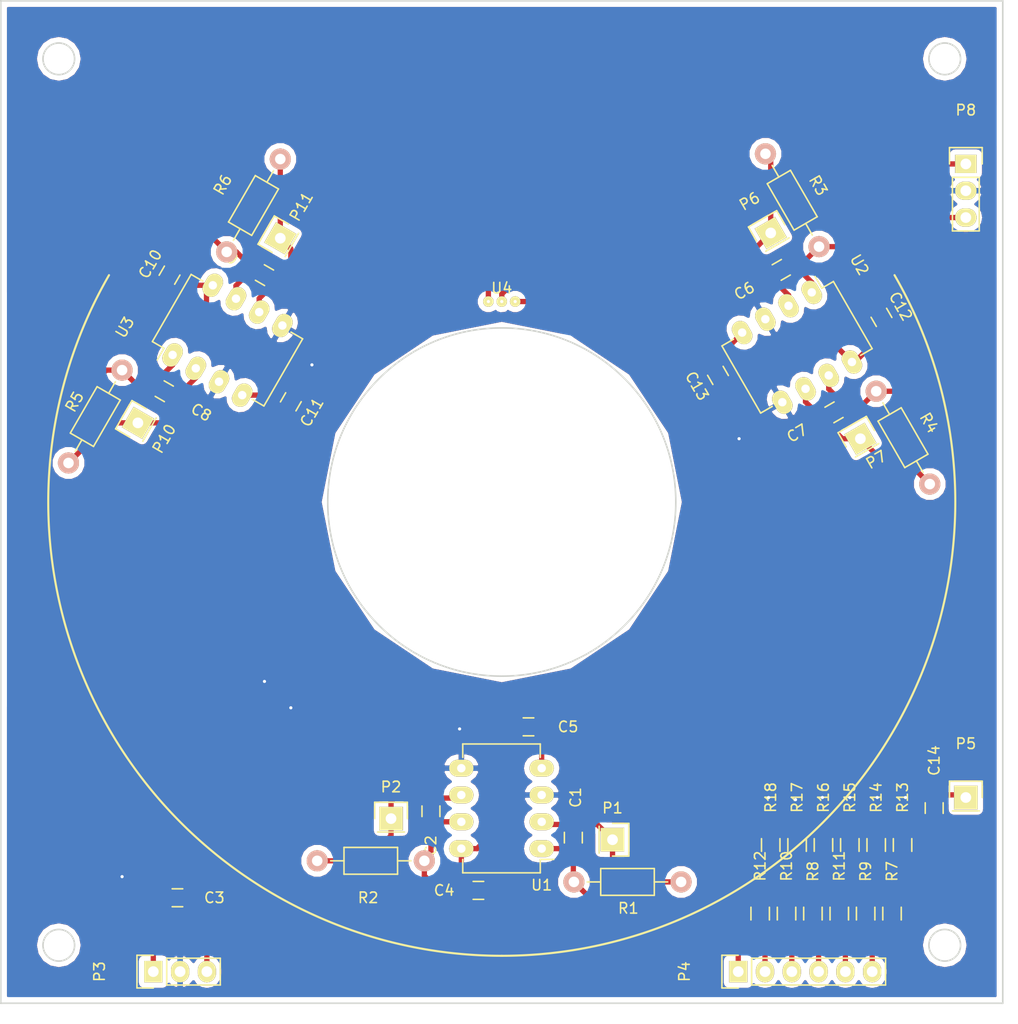
<source format=kicad_pcb>
(kicad_pcb (version 4) (host pcbnew 4.0.2-stable)

  (general
    (links 86)
    (no_connects 0)
    (area 52.424999 52.424999 149.158334 149.658333)
    (thickness 1.6)
    (drawings 17)
    (tracks 293)
    (zones 0)
    (modules 46)
    (nets 25)
  )

  (page A4)
  (layers
    (0 F.Cu signal)
    (1 In1.Cu signal)
    (2 In2.Cu signal)
    (31 B.Cu signal)
    (32 B.Adhes user)
    (33 F.Adhes user)
    (34 B.Paste user)
    (35 F.Paste user)
    (36 B.SilkS user)
    (37 F.SilkS user)
    (38 B.Mask user)
    (39 F.Mask user)
    (40 Dwgs.User user)
    (41 Cmts.User user)
    (42 Eco1.User user)
    (43 Eco2.User user)
    (44 Edge.Cuts user)
    (45 Margin user)
    (46 B.CrtYd user)
    (47 F.CrtYd user)
    (48 B.Fab user)
    (49 F.Fab user)
  )

  (setup
    (last_trace_width 0.5)
    (user_trace_width 0.25)
    (user_trace_width 0.4)
    (user_trace_width 0.5)
    (user_trace_width 0.75)
    (user_trace_width 1)
    (trace_clearance 0.25)
    (zone_clearance 0.508)
    (zone_45_only no)
    (trace_min 0.2)
    (segment_width 0.2)
    (edge_width 0.15)
    (via_size 1)
    (via_drill 0.2)
    (via_min_size 1)
    (via_min_drill 0.2)
    (user_via 1.5 0.3)
    (user_via 2 0.3)
    (blind_buried_vias_allowed yes)
    (uvia_size 0.3)
    (uvia_drill 0.1)
    (uvias_allowed no)
    (uvia_min_size 0.2)
    (uvia_min_drill 0.1)
    (pcb_text_width 0.3)
    (pcb_text_size 1.5 1.5)
    (mod_edge_width 0.15)
    (mod_text_size 1 1)
    (mod_text_width 0.15)
    (pad_size 1.524 1.524)
    (pad_drill 0.762)
    (pad_to_mask_clearance 0.2)
    (aux_axis_origin 0 0)
    (grid_origin 92.5 134)
    (visible_elements FFFFFF7F)
    (pcbplotparams
      (layerselection 0x00030_80000001)
      (usegerberextensions false)
      (excludeedgelayer true)
      (linewidth 0.100000)
      (plotframeref false)
      (viasonmask false)
      (mode 1)
      (useauxorigin false)
      (hpglpennumber 1)
      (hpglpenspeed 20)
      (hpglpendiameter 15)
      (hpglpenoverlay 2)
      (psnegative false)
      (psa4output false)
      (plotreference true)
      (plotvalue true)
      (plotinvisibletext false)
      (padsonsilk false)
      (subtractmaskfromsilk false)
      (outputformat 1)
      (mirror false)
      (drillshape 1)
      (scaleselection 1)
      (outputdirectory ""))
  )

  (net 0 "")
  (net 1 "Net-(C2-Pad1)")
  (net 2 GND)
  (net 3 "Net-(C1-Pad1)")
  (net 4 "Net-(C1-Pad2)")
  (net 5 "Net-(C2-Pad2)")
  (net 6 -9VA)
  (net 7 +9VA)
  (net 8 "Net-(C6-Pad1)")
  (net 9 "Net-(C6-Pad2)")
  (net 10 "Net-(C7-Pad1)")
  (net 11 "Net-(C7-Pad2)")
  (net 12 "Net-(C8-Pad1)")
  (net 13 "Net-(C8-Pad2)")
  (net 14 "Net-(C9-Pad1)")
  (net 15 "Net-(C9-Pad2)")
  (net 16 "Net-(P4-Pad1)")
  (net 17 "Net-(P4-Pad2)")
  (net 18 "Net-(P4-Pad3)")
  (net 19 "Net-(P4-Pad4)")
  (net 20 "Net-(P4-Pad5)")
  (net 21 "Net-(P4-Pad6)")
  (net 22 +5V)
  (net 23 "Net-(P8-Pad3)")
  (net 24 "Net-(C14-Pad2)")

  (net_class Default "This is the default net class."
    (clearance 0.25)
    (trace_width 0.25)
    (via_dia 1)
    (via_drill 0.2)
    (uvia_dia 0.3)
    (uvia_drill 0.1)
    (add_net +5V)
    (add_net +9VA)
    (add_net -9VA)
    (add_net GND)
    (add_net "Net-(C1-Pad1)")
    (add_net "Net-(C1-Pad2)")
    (add_net "Net-(C14-Pad2)")
    (add_net "Net-(C2-Pad1)")
    (add_net "Net-(C2-Pad2)")
    (add_net "Net-(C6-Pad1)")
    (add_net "Net-(C6-Pad2)")
    (add_net "Net-(C7-Pad1)")
    (add_net "Net-(C7-Pad2)")
    (add_net "Net-(C8-Pad1)")
    (add_net "Net-(C8-Pad2)")
    (add_net "Net-(C9-Pad1)")
    (add_net "Net-(C9-Pad2)")
    (add_net "Net-(P4-Pad1)")
    (add_net "Net-(P4-Pad2)")
    (add_net "Net-(P4-Pad3)")
    (add_net "Net-(P4-Pad4)")
    (add_net "Net-(P4-Pad5)")
    (add_net "Net-(P4-Pad6)")
    (add_net "Net-(P8-Pad3)")
  )

  (module Pin_Headers:Pin_Header_Straight_1x01 (layer F.Cu) (tedit 54EA08DC) (tstamp 57607959)
    (at 89.5 130)
    (descr "Through hole pin header")
    (tags "pin header")
    (path /5760847E)
    (fp_text reference P2 (at 0 -3) (layer F.SilkS)
      (effects (font (size 1 1) (thickness 0.15)))
    )
    (fp_text value CONN_01X01 (at 0 -3.1) (layer F.Fab)
      (effects (font (size 1 1) (thickness 0.15)))
    )
    (fp_line (start 1.55 -1.55) (end 1.55 0) (layer F.SilkS) (width 0.15))
    (fp_line (start -1.75 -1.75) (end -1.75 1.75) (layer F.CrtYd) (width 0.05))
    (fp_line (start 1.75 -1.75) (end 1.75 1.75) (layer F.CrtYd) (width 0.05))
    (fp_line (start -1.75 -1.75) (end 1.75 -1.75) (layer F.CrtYd) (width 0.05))
    (fp_line (start -1.75 1.75) (end 1.75 1.75) (layer F.CrtYd) (width 0.05))
    (fp_line (start -1.55 0) (end -1.55 -1.55) (layer F.SilkS) (width 0.15))
    (fp_line (start -1.55 -1.55) (end 1.55 -1.55) (layer F.SilkS) (width 0.15))
    (fp_line (start -1.27 1.27) (end 1.27 1.27) (layer F.SilkS) (width 0.15))
    (pad 1 thru_hole rect (at 0 0) (size 2.2352 2.2352) (drill 1.016) (layers *.Cu *.Mask F.SilkS)
      (net 5 "Net-(C2-Pad2)"))
    (model Pin_Headers.3dshapes/Pin_Header_Straight_1x01.wrl
      (at (xyz 0 0 0))
      (scale (xyz 1 1 1))
      (rotate (xyz 0 0 90))
    )
  )

  (module Pin_Headers:Pin_Header_Straight_1x01 (layer F.Cu) (tedit 54EA08DC) (tstamp 573F1EEC)
    (at 110.5 132 270)
    (descr "Through hole pin header")
    (tags "pin header")
    (path /573F26A7)
    (fp_text reference P1 (at -3 0 360) (layer F.SilkS)
      (effects (font (size 1 1) (thickness 0.15)))
    )
    (fp_text value CONN_01X01 (at 0 -3.1 270) (layer F.Fab)
      (effects (font (size 1 1) (thickness 0.15)))
    )
    (fp_line (start 1.55 -1.55) (end 1.55 0) (layer F.SilkS) (width 0.15))
    (fp_line (start -1.75 -1.75) (end -1.75 1.75) (layer F.CrtYd) (width 0.05))
    (fp_line (start 1.75 -1.75) (end 1.75 1.75) (layer F.CrtYd) (width 0.05))
    (fp_line (start -1.75 -1.75) (end 1.75 -1.75) (layer F.CrtYd) (width 0.05))
    (fp_line (start -1.75 1.75) (end 1.75 1.75) (layer F.CrtYd) (width 0.05))
    (fp_line (start -1.55 0) (end -1.55 -1.55) (layer F.SilkS) (width 0.15))
    (fp_line (start -1.55 -1.55) (end 1.55 -1.55) (layer F.SilkS) (width 0.15))
    (fp_line (start -1.27 1.27) (end 1.27 1.27) (layer F.SilkS) (width 0.15))
    (pad 1 thru_hole rect (at 0 0 270) (size 2.2352 2.2352) (drill 1.016) (layers *.Cu *.Mask F.SilkS)
      (net 4 "Net-(C1-Pad2)"))
    (model Pin_Headers.3dshapes/Pin_Header_Straight_1x01.wrl
      (at (xyz 0 0 0))
      (scale (xyz 1 1 1))
      (rotate (xyz 0 0 90))
    )
  )

  (module Capacitors_SMD:C_0805_HandSoldering (layer F.Cu) (tedit 541A9B8D) (tstamp 57607FC7)
    (at 102.534909 121.303045 180)
    (descr "Capacitor SMD 0805, hand soldering")
    (tags "capacitor 0805")
    (path /576091D6)
    (attr smd)
    (fp_text reference C5 (at -3.750001 0 180) (layer F.SilkS)
      (effects (font (size 1 1) (thickness 0.15)))
    )
    (fp_text value 100n (at 0 2.1 180) (layer F.Fab)
      (effects (font (size 1 1) (thickness 0.15)))
    )
    (fp_line (start -2.3 -1) (end 2.3 -1) (layer F.CrtYd) (width 0.05))
    (fp_line (start -2.3 1) (end 2.3 1) (layer F.CrtYd) (width 0.05))
    (fp_line (start -2.3 -1) (end -2.3 1) (layer F.CrtYd) (width 0.05))
    (fp_line (start 2.3 -1) (end 2.3 1) (layer F.CrtYd) (width 0.05))
    (fp_line (start 0.5 -0.85) (end -0.5 -0.85) (layer F.SilkS) (width 0.15))
    (fp_line (start -0.5 0.85) (end 0.5 0.85) (layer F.SilkS) (width 0.15))
    (pad 1 smd rect (at -1.25 0 180) (size 1.5 1.25) (layers F.Cu F.Paste F.Mask)
      (net 6 -9VA))
    (pad 2 smd rect (at 1.25 0 180) (size 1.5 1.25) (layers F.Cu F.Paste F.Mask)
      (net 2 GND))
    (model Capacitors_SMD.3dshapes/C_0805_HandSoldering.wrl
      (at (xyz 0 0 0))
      (scale (xyz 1 1 1))
      (rotate (xyz 0 0 0))
    )
  )

  (module Housings_DIP:DIP-8_W7.62mm_LongPads (layer F.Cu) (tedit 54130A77) (tstamp 5760796C)
    (at 103.78491 132.843046 180)
    (descr "8-lead dip package, row spacing 7.62 mm (300 mils), longer pads")
    (tags "dil dip 2.54 300")
    (path /57607AFF)
    (fp_text reference U1 (at 0 -3.46 180) (layer F.SilkS)
      (effects (font (size 1 1) (thickness 0.15)))
    )
    (fp_text value OPA2604 (at 0 -3.72 180) (layer F.Fab)
      (effects (font (size 1 1) (thickness 0.15)))
    )
    (fp_line (start -1.4 -2.45) (end -1.4 10.1) (layer F.CrtYd) (width 0.05))
    (fp_line (start 9 -2.45) (end 9 10.1) (layer F.CrtYd) (width 0.05))
    (fp_line (start -1.4 -2.45) (end 9 -2.45) (layer F.CrtYd) (width 0.05))
    (fp_line (start -1.4 10.1) (end 9 10.1) (layer F.CrtYd) (width 0.05))
    (fp_line (start 0.135 -2.295) (end 0.135 -1.025) (layer F.SilkS) (width 0.15))
    (fp_line (start 7.485 -2.295) (end 7.485 -1.025) (layer F.SilkS) (width 0.15))
    (fp_line (start 7.485 9.915) (end 7.485 8.645) (layer F.SilkS) (width 0.15))
    (fp_line (start 0.135 9.915) (end 0.135 8.645) (layer F.SilkS) (width 0.15))
    (fp_line (start 0.135 -2.295) (end 7.485 -2.295) (layer F.SilkS) (width 0.15))
    (fp_line (start 0.135 9.915) (end 7.485 9.915) (layer F.SilkS) (width 0.15))
    (fp_line (start 0.135 -1.025) (end -1.15 -1.025) (layer F.SilkS) (width 0.15))
    (pad 1 thru_hole oval (at 0 0 180) (size 2.3 1.6) (drill 0.8) (layers *.Cu *.Mask F.SilkS)
      (net 3 "Net-(C1-Pad1)"))
    (pad 2 thru_hole oval (at 0 2.54 180) (size 2.3 1.6) (drill 0.8) (layers *.Cu *.Mask F.SilkS)
      (net 4 "Net-(C1-Pad2)"))
    (pad 3 thru_hole oval (at 0 5.08 180) (size 2.3 1.6) (drill 0.8) (layers *.Cu *.Mask F.SilkS)
      (net 2 GND))
    (pad 4 thru_hole oval (at 0 7.62 180) (size 2.3 1.6) (drill 0.8) (layers *.Cu *.Mask F.SilkS)
      (net 6 -9VA))
    (pad 5 thru_hole oval (at 7.62 7.62 180) (size 2.3 1.6) (drill 0.8) (layers *.Cu *.Mask F.SilkS)
      (net 2 GND))
    (pad 6 thru_hole oval (at 7.62 5.08 180) (size 2.3 1.6) (drill 0.8) (layers *.Cu *.Mask F.SilkS)
      (net 5 "Net-(C2-Pad2)"))
    (pad 7 thru_hole oval (at 7.62 2.54 180) (size 2.3 1.6) (drill 0.8) (layers *.Cu *.Mask F.SilkS)
      (net 1 "Net-(C2-Pad1)"))
    (pad 8 thru_hole oval (at 7.62 0 180) (size 2.3 1.6) (drill 0.8) (layers *.Cu *.Mask F.SilkS)
      (net 7 +9VA))
    (model Housings_DIP.3dshapes/DIP-8_W7.62mm_LongPads.wrl
      (at (xyz 0 0 0))
      (scale (xyz 1 1 1))
      (rotate (xyz 0 0 0))
    )
  )

  (module Capacitors_SMD:C_0805_HandSoldering (layer F.Cu) (tedit 541A9B8D) (tstamp 573F14DB)
    (at 106.78491 131.803046 90)
    (descr "Capacitor SMD 0805, hand soldering")
    (tags "capacitor 0805")
    (path /57607F87)
    (attr smd)
    (fp_text reference C1 (at 3.803046 0.21509 90) (layer F.SilkS)
      (effects (font (size 1 1) (thickness 0.15)))
    )
    (fp_text value 1p (at 0 2.1 90) (layer F.Fab)
      (effects (font (size 1 1) (thickness 0.15)))
    )
    (fp_line (start -2.3 -1) (end 2.3 -1) (layer F.CrtYd) (width 0.05))
    (fp_line (start -2.3 1) (end 2.3 1) (layer F.CrtYd) (width 0.05))
    (fp_line (start -2.3 -1) (end -2.3 1) (layer F.CrtYd) (width 0.05))
    (fp_line (start 2.3 -1) (end 2.3 1) (layer F.CrtYd) (width 0.05))
    (fp_line (start 0.5 -0.85) (end -0.5 -0.85) (layer F.SilkS) (width 0.15))
    (fp_line (start -0.5 0.85) (end 0.5 0.85) (layer F.SilkS) (width 0.15))
    (pad 1 smd rect (at -1.25 0 90) (size 1.5 1.25) (layers F.Cu F.Paste F.Mask)
      (net 3 "Net-(C1-Pad1)"))
    (pad 2 smd rect (at 1.25 0 90) (size 1.5 1.25) (layers F.Cu F.Paste F.Mask)
      (net 4 "Net-(C1-Pad2)"))
    (model Capacitors_SMD.3dshapes/C_0805_HandSoldering.wrl
      (at (xyz 0 0 0))
      (scale (xyz 1 1 1))
      (rotate (xyz 0 0 0))
    )
  )

  (module Capacitors_SMD:C_0805_HandSoldering (layer F.Cu) (tedit 541A9B8D) (tstamp 573F14E1)
    (at 93.28491 129.303046 90)
    (descr "Capacitor SMD 0805, hand soldering")
    (tags "capacitor 0805")
    (path /576084A2)
    (attr smd)
    (fp_text reference C2 (at -3.25 0 90) (layer F.SilkS)
      (effects (font (size 1 1) (thickness 0.15)))
    )
    (fp_text value 1p (at 0 2.1 90) (layer F.Fab)
      (effects (font (size 1 1) (thickness 0.15)))
    )
    (fp_line (start -2.3 -1) (end 2.3 -1) (layer F.CrtYd) (width 0.05))
    (fp_line (start -2.3 1) (end 2.3 1) (layer F.CrtYd) (width 0.05))
    (fp_line (start -2.3 -1) (end -2.3 1) (layer F.CrtYd) (width 0.05))
    (fp_line (start 2.3 -1) (end 2.3 1) (layer F.CrtYd) (width 0.05))
    (fp_line (start 0.5 -0.85) (end -0.5 -0.85) (layer F.SilkS) (width 0.15))
    (fp_line (start -0.5 0.85) (end 0.5 0.85) (layer F.SilkS) (width 0.15))
    (pad 1 smd rect (at -1.25 0 90) (size 1.5 1.25) (layers F.Cu F.Paste F.Mask)
      (net 1 "Net-(C2-Pad1)"))
    (pad 2 smd rect (at 1.25 0 90) (size 1.5 1.25) (layers F.Cu F.Paste F.Mask)
      (net 5 "Net-(C2-Pad2)"))
    (model Capacitors_SMD.3dshapes/C_0805_HandSoldering.wrl
      (at (xyz 0 0 0))
      (scale (xyz 1 1 1))
      (rotate (xyz 0 0 0))
    )
  )

  (module Capacitors_SMD:C_0805_HandSoldering (layer F.Cu) (tedit 541A9B8D) (tstamp 573F14E7)
    (at 69.25 137.5 180)
    (descr "Capacitor SMD 0805, hand soldering")
    (tags "capacitor 0805")
    (path /573F14C7)
    (attr smd)
    (fp_text reference C3 (at -3.5 0 180) (layer F.SilkS)
      (effects (font (size 1 1) (thickness 0.15)))
    )
    (fp_text value 1u (at 0 2.1 180) (layer F.Fab)
      (effects (font (size 1 1) (thickness 0.15)))
    )
    (fp_line (start -2.3 -1) (end 2.3 -1) (layer F.CrtYd) (width 0.05))
    (fp_line (start -2.3 1) (end 2.3 1) (layer F.CrtYd) (width 0.05))
    (fp_line (start -2.3 -1) (end -2.3 1) (layer F.CrtYd) (width 0.05))
    (fp_line (start 2.3 -1) (end 2.3 1) (layer F.CrtYd) (width 0.05))
    (fp_line (start 0.5 -0.85) (end -0.5 -0.85) (layer F.SilkS) (width 0.15))
    (fp_line (start -0.5 0.85) (end 0.5 0.85) (layer F.SilkS) (width 0.15))
    (pad 1 smd rect (at -1.25 0 180) (size 1.5 1.25) (layers F.Cu F.Paste F.Mask)
      (net 6 -9VA))
    (pad 2 smd rect (at 1.25 0 180) (size 1.5 1.25) (layers F.Cu F.Paste F.Mask)
      (net 7 +9VA))
    (model Capacitors_SMD.3dshapes/C_0805_HandSoldering.wrl
      (at (xyz 0 0 0))
      (scale (xyz 1 1 1))
      (rotate (xyz 0 0 0))
    )
  )

  (module Capacitors_SMD:C_0805_HandSoldering (layer F.Cu) (tedit 541A9B8D) (tstamp 57607952)
    (at 97.78491 136.803046 180)
    (descr "Capacitor SMD 0805, hand soldering")
    (tags "capacitor 0805")
    (path /57608593)
    (attr smd)
    (fp_text reference C4 (at 3.249999 0 180) (layer F.SilkS)
      (effects (font (size 1 1) (thickness 0.15)))
    )
    (fp_text value 100n (at 0 2.1 180) (layer F.Fab)
      (effects (font (size 1 1) (thickness 0.15)))
    )
    (fp_line (start -2.3 -1) (end 2.3 -1) (layer F.CrtYd) (width 0.05))
    (fp_line (start -2.3 1) (end 2.3 1) (layer F.CrtYd) (width 0.05))
    (fp_line (start -2.3 -1) (end -2.3 1) (layer F.CrtYd) (width 0.05))
    (fp_line (start 2.3 -1) (end 2.3 1) (layer F.CrtYd) (width 0.05))
    (fp_line (start 0.5 -0.85) (end -0.5 -0.85) (layer F.SilkS) (width 0.15))
    (fp_line (start -0.5 0.85) (end 0.5 0.85) (layer F.SilkS) (width 0.15))
    (pad 1 smd rect (at -1.25 0 180) (size 1.5 1.25) (layers F.Cu F.Paste F.Mask)
      (net 2 GND))
    (pad 2 smd rect (at 1.25 0 180) (size 1.5 1.25) (layers F.Cu F.Paste F.Mask)
      (net 7 +9VA))
    (model Capacitors_SMD.3dshapes/C_0805_HandSoldering.wrl
      (at (xyz 0 0 0))
      (scale (xyz 1 1 1))
      (rotate (xyz 0 0 0))
    )
  )

  (module Resistors_ThroughHole:Resistor_Horizontal_RM10mm (layer F.Cu) (tedit 56648415) (tstamp 57607962)
    (at 106.84 136)
    (descr "Resistor, Axial,  RM 10mm, 1/3W")
    (tags "Resistor Axial RM 10mm 1/3W")
    (path /57607BCA)
    (fp_text reference R1 (at 5.16 2.5) (layer F.SilkS)
      (effects (font (size 1 1) (thickness 0.15)))
    )
    (fp_text value 100M (at 5.08 3.81) (layer F.Fab)
      (effects (font (size 1 1) (thickness 0.15)))
    )
    (fp_line (start -1.25 -1.5) (end 11.4 -1.5) (layer F.CrtYd) (width 0.05))
    (fp_line (start -1.25 1.5) (end -1.25 -1.5) (layer F.CrtYd) (width 0.05))
    (fp_line (start 11.4 -1.5) (end 11.4 1.5) (layer F.CrtYd) (width 0.05))
    (fp_line (start -1.25 1.5) (end 11.4 1.5) (layer F.CrtYd) (width 0.05))
    (fp_line (start 2.54 -1.27) (end 7.62 -1.27) (layer F.SilkS) (width 0.15))
    (fp_line (start 7.62 -1.27) (end 7.62 1.27) (layer F.SilkS) (width 0.15))
    (fp_line (start 7.62 1.27) (end 2.54 1.27) (layer F.SilkS) (width 0.15))
    (fp_line (start 2.54 1.27) (end 2.54 -1.27) (layer F.SilkS) (width 0.15))
    (fp_line (start 2.54 0) (end 1.27 0) (layer F.SilkS) (width 0.15))
    (fp_line (start 7.62 0) (end 8.89 0) (layer F.SilkS) (width 0.15))
    (pad 1 thru_hole circle (at 0 0) (size 1.99898 1.99898) (drill 1.00076) (layers *.Cu *.SilkS *.Mask)
      (net 3 "Net-(C1-Pad1)"))
    (pad 2 thru_hole circle (at 10.16 0) (size 1.99898 1.99898) (drill 1.00076) (layers *.Cu *.SilkS *.Mask)
      (net 4 "Net-(C1-Pad2)"))
    (model Resistors_ThroughHole.3dshapes/Resistor_Horizontal_RM10mm.wrl
      (at (xyz 0.2 0 0))
      (scale (xyz 0.4 0.4 0.4))
      (rotate (xyz 0 0 0))
    )
  )

  (module Resistors_ThroughHole:Resistor_Horizontal_RM10mm (layer F.Cu) (tedit 56648415) (tstamp 57607967)
    (at 92.66 134 180)
    (descr "Resistor, Axial,  RM 10mm, 1/3W")
    (tags "Resistor Axial RM 10mm 1/3W")
    (path /5760848A)
    (fp_text reference R2 (at 5.32892 -3.50012 180) (layer F.SilkS)
      (effects (font (size 1 1) (thickness 0.15)))
    )
    (fp_text value 100M (at 5.08 3.81 180) (layer F.Fab)
      (effects (font (size 1 1) (thickness 0.15)))
    )
    (fp_line (start -1.25 -1.5) (end 11.4 -1.5) (layer F.CrtYd) (width 0.05))
    (fp_line (start -1.25 1.5) (end -1.25 -1.5) (layer F.CrtYd) (width 0.05))
    (fp_line (start 11.4 -1.5) (end 11.4 1.5) (layer F.CrtYd) (width 0.05))
    (fp_line (start -1.25 1.5) (end 11.4 1.5) (layer F.CrtYd) (width 0.05))
    (fp_line (start 2.54 -1.27) (end 7.62 -1.27) (layer F.SilkS) (width 0.15))
    (fp_line (start 7.62 -1.27) (end 7.62 1.27) (layer F.SilkS) (width 0.15))
    (fp_line (start 7.62 1.27) (end 2.54 1.27) (layer F.SilkS) (width 0.15))
    (fp_line (start 2.54 1.27) (end 2.54 -1.27) (layer F.SilkS) (width 0.15))
    (fp_line (start 2.54 0) (end 1.27 0) (layer F.SilkS) (width 0.15))
    (fp_line (start 7.62 0) (end 8.89 0) (layer F.SilkS) (width 0.15))
    (pad 1 thru_hole circle (at 0 0 180) (size 1.99898 1.99898) (drill 1.00076) (layers *.Cu *.SilkS *.Mask)
      (net 1 "Net-(C2-Pad1)"))
    (pad 2 thru_hole circle (at 10.16 0 180) (size 1.99898 1.99898) (drill 1.00076) (layers *.Cu *.SilkS *.Mask)
      (net 5 "Net-(C2-Pad2)"))
    (model Resistors_ThroughHole.3dshapes/Resistor_Horizontal_RM10mm.wrl
      (at (xyz 0.2 0 0))
      (scale (xyz 0.4 0.4 0.4))
      (rotate (xyz 0 0 0))
    )
  )

  (module Pin_Headers:Pin_Header_Straight_1x03 (layer F.Cu) (tedit 0) (tstamp 57607DBB)
    (at 66.96 144.5 90)
    (descr "Through hole pin header")
    (tags "pin header")
    (path /573F0CDE)
    (fp_text reference P3 (at 0 -5.1 90) (layer F.SilkS)
      (effects (font (size 1 1) (thickness 0.15)))
    )
    (fp_text value CONN_01X03 (at 0 -3.1 90) (layer F.Fab)
      (effects (font (size 1 1) (thickness 0.15)))
    )
    (fp_line (start -1.75 -1.75) (end -1.75 6.85) (layer F.CrtYd) (width 0.05))
    (fp_line (start 1.75 -1.75) (end 1.75 6.85) (layer F.CrtYd) (width 0.05))
    (fp_line (start -1.75 -1.75) (end 1.75 -1.75) (layer F.CrtYd) (width 0.05))
    (fp_line (start -1.75 6.85) (end 1.75 6.85) (layer F.CrtYd) (width 0.05))
    (fp_line (start -1.27 1.27) (end -1.27 6.35) (layer F.SilkS) (width 0.15))
    (fp_line (start -1.27 6.35) (end 1.27 6.35) (layer F.SilkS) (width 0.15))
    (fp_line (start 1.27 6.35) (end 1.27 1.27) (layer F.SilkS) (width 0.15))
    (fp_line (start 1.55 -1.55) (end 1.55 0) (layer F.SilkS) (width 0.15))
    (fp_line (start 1.27 1.27) (end -1.27 1.27) (layer F.SilkS) (width 0.15))
    (fp_line (start -1.55 0) (end -1.55 -1.55) (layer F.SilkS) (width 0.15))
    (fp_line (start -1.55 -1.55) (end 1.55 -1.55) (layer F.SilkS) (width 0.15))
    (pad 1 thru_hole rect (at 0 0 90) (size 2.032 1.7272) (drill 1.016) (layers *.Cu *.Mask F.SilkS)
      (net 7 +9VA))
    (pad 2 thru_hole oval (at 0 2.54 90) (size 2.032 1.7272) (drill 1.016) (layers *.Cu *.Mask F.SilkS)
      (net 2 GND))
    (pad 3 thru_hole oval (at 0 5.08 90) (size 2.032 1.7272) (drill 1.016) (layers *.Cu *.Mask F.SilkS)
      (net 6 -9VA))
    (model Pin_Headers.3dshapes/Pin_Header_Straight_1x03.wrl
      (at (xyz 0 -0.1 0))
      (scale (xyz 1 1 1))
      (rotate (xyz 0 0 90))
    )
  )

  (module Capacitors_SMD:C_0805_HandSoldering (layer F.Cu) (tedit 541A9B8D) (tstamp 57611CDF)
    (at 126.5 78 210)
    (descr "Capacitor SMD 0805, hand soldering")
    (tags "capacitor 0805")
    (path /57611F5D)
    (attr smd)
    (fp_text reference C6 (at 4.031089 0.017949 210) (layer F.SilkS)
      (effects (font (size 1 1) (thickness 0.15)))
    )
    (fp_text value 1p (at 0 2.1 210) (layer F.Fab)
      (effects (font (size 1 1) (thickness 0.15)))
    )
    (fp_line (start -2.3 -1) (end 2.3 -1) (layer F.CrtYd) (width 0.05))
    (fp_line (start -2.3 1) (end 2.3 1) (layer F.CrtYd) (width 0.05))
    (fp_line (start -2.3 -1) (end -2.3 1) (layer F.CrtYd) (width 0.05))
    (fp_line (start 2.3 -1) (end 2.3 1) (layer F.CrtYd) (width 0.05))
    (fp_line (start 0.5 -0.85) (end -0.5 -0.85) (layer F.SilkS) (width 0.15))
    (fp_line (start -0.5 0.85) (end 0.5 0.85) (layer F.SilkS) (width 0.15))
    (pad 1 smd rect (at -1.25 0 210) (size 1.5 1.25) (layers F.Cu F.Paste F.Mask)
      (net 8 "Net-(C6-Pad1)"))
    (pad 2 smd rect (at 1.25 0 210) (size 1.5 1.25) (layers F.Cu F.Paste F.Mask)
      (net 9 "Net-(C6-Pad2)"))
    (model Capacitors_SMD.3dshapes/C_0805_HandSoldering.wrl
      (at (xyz 0 0 0))
      (scale (xyz 1 1 1))
      (rotate (xyz 0 0 0))
    )
  )

  (module Capacitors_SMD:C_0805_HandSoldering (layer F.Cu) (tedit 541A9B8D) (tstamp 57611CE5)
    (at 131.5 91.5 210)
    (descr "Capacitor SMD 0805, hand soldering")
    (tags "capacitor 0805")
    (path /57611F94)
    (attr smd)
    (fp_text reference C7 (at 4.031089 0.017949 210) (layer F.SilkS)
      (effects (font (size 1 1) (thickness 0.15)))
    )
    (fp_text value 1p (at 0 2.1 210) (layer F.Fab)
      (effects (font (size 1 1) (thickness 0.15)))
    )
    (fp_line (start -2.3 -1) (end 2.3 -1) (layer F.CrtYd) (width 0.05))
    (fp_line (start -2.3 1) (end 2.3 1) (layer F.CrtYd) (width 0.05))
    (fp_line (start -2.3 -1) (end -2.3 1) (layer F.CrtYd) (width 0.05))
    (fp_line (start 2.3 -1) (end 2.3 1) (layer F.CrtYd) (width 0.05))
    (fp_line (start 0.5 -0.85) (end -0.5 -0.85) (layer F.SilkS) (width 0.15))
    (fp_line (start -0.5 0.85) (end 0.5 0.85) (layer F.SilkS) (width 0.15))
    (pad 1 smd rect (at -1.25 0 210) (size 1.5 1.25) (layers F.Cu F.Paste F.Mask)
      (net 10 "Net-(C7-Pad1)"))
    (pad 2 smd rect (at 1.25 0 210) (size 1.5 1.25) (layers F.Cu F.Paste F.Mask)
      (net 11 "Net-(C7-Pad2)"))
    (model Capacitors_SMD.3dshapes/C_0805_HandSoldering.wrl
      (at (xyz 0 0 0))
      (scale (xyz 1 1 1))
      (rotate (xyz 0 0 0))
    )
  )

  (module Capacitors_SMD:C_0805_HandSoldering (layer F.Cu) (tedit 541A9B8D) (tstamp 57611CEB)
    (at 68 89.5 330)
    (descr "Capacitor SMD 0805, hand soldering")
    (tags "capacitor 0805")
    (path /576124F5)
    (attr smd)
    (fp_text reference C8 (at 4.031089 -0.017949 330) (layer F.SilkS)
      (effects (font (size 1 1) (thickness 0.15)))
    )
    (fp_text value 1p (at 0 2.1 330) (layer F.Fab)
      (effects (font (size 1 1) (thickness 0.15)))
    )
    (fp_line (start -2.3 -1) (end 2.3 -1) (layer F.CrtYd) (width 0.05))
    (fp_line (start -2.3 1) (end 2.3 1) (layer F.CrtYd) (width 0.05))
    (fp_line (start -2.3 -1) (end -2.3 1) (layer F.CrtYd) (width 0.05))
    (fp_line (start 2.3 -1) (end 2.3 1) (layer F.CrtYd) (width 0.05))
    (fp_line (start 0.5 -0.85) (end -0.5 -0.85) (layer F.SilkS) (width 0.15))
    (fp_line (start -0.5 0.85) (end 0.5 0.85) (layer F.SilkS) (width 0.15))
    (pad 1 smd rect (at -1.25 0 330) (size 1.5 1.25) (layers F.Cu F.Paste F.Mask)
      (net 12 "Net-(C8-Pad1)"))
    (pad 2 smd rect (at 1.25 0 330) (size 1.5 1.25) (layers F.Cu F.Paste F.Mask)
      (net 13 "Net-(C8-Pad2)"))
    (model Capacitors_SMD.3dshapes/C_0805_HandSoldering.wrl
      (at (xyz 0 0 0))
      (scale (xyz 1 1 1))
      (rotate (xyz 0 0 0))
    )
  )

  (module Capacitors_SMD:C_0805_HandSoldering (layer F.Cu) (tedit 541A9B8D) (tstamp 57611CF1)
    (at 77.5 78.5 330)
    (descr "Capacitor SMD 0805, hand soldering")
    (tags "capacitor 0805")
    (path /5761252C)
    (attr smd)
    (fp_text reference C9 (at -3.940415 0.175 330) (layer F.SilkS)
      (effects (font (size 1 1) (thickness 0.15)))
    )
    (fp_text value 1p (at 0 2.1 330) (layer F.Fab)
      (effects (font (size 1 1) (thickness 0.15)))
    )
    (fp_line (start -2.3 -1) (end 2.3 -1) (layer F.CrtYd) (width 0.05))
    (fp_line (start -2.3 1) (end 2.3 1) (layer F.CrtYd) (width 0.05))
    (fp_line (start -2.3 -1) (end -2.3 1) (layer F.CrtYd) (width 0.05))
    (fp_line (start 2.3 -1) (end 2.3 1) (layer F.CrtYd) (width 0.05))
    (fp_line (start 0.5 -0.85) (end -0.5 -0.85) (layer F.SilkS) (width 0.15))
    (fp_line (start -0.5 0.85) (end 0.5 0.85) (layer F.SilkS) (width 0.15))
    (pad 1 smd rect (at -1.25 0 330) (size 1.5 1.25) (layers F.Cu F.Paste F.Mask)
      (net 14 "Net-(C9-Pad1)"))
    (pad 2 smd rect (at 1.25 0 330) (size 1.5 1.25) (layers F.Cu F.Paste F.Mask)
      (net 15 "Net-(C9-Pad2)"))
    (model Capacitors_SMD.3dshapes/C_0805_HandSoldering.wrl
      (at (xyz 0 0 0))
      (scale (xyz 1 1 1))
      (rotate (xyz 0 0 0))
    )
  )

  (module Capacitors_SMD:C_0805_HandSoldering (layer F.Cu) (tedit 541A9B8D) (tstamp 57611CF7)
    (at 68.5 78.5 60)
    (descr "Capacitor SMD 0805, hand soldering")
    (tags "capacitor 0805")
    (path /576135A8)
    (attr smd)
    (fp_text reference C10 (at 0 -2.1 60) (layer F.SilkS)
      (effects (font (size 1 1) (thickness 0.15)))
    )
    (fp_text value 100n (at 0 2.1 60) (layer F.Fab)
      (effects (font (size 1 1) (thickness 0.15)))
    )
    (fp_line (start -2.3 -1) (end 2.3 -1) (layer F.CrtYd) (width 0.05))
    (fp_line (start -2.3 1) (end 2.3 1) (layer F.CrtYd) (width 0.05))
    (fp_line (start -2.3 -1) (end -2.3 1) (layer F.CrtYd) (width 0.05))
    (fp_line (start 2.3 -1) (end 2.3 1) (layer F.CrtYd) (width 0.05))
    (fp_line (start 0.5 -0.85) (end -0.5 -0.85) (layer F.SilkS) (width 0.15))
    (fp_line (start -0.5 0.85) (end 0.5 0.85) (layer F.SilkS) (width 0.15))
    (pad 1 smd rect (at -1.25 0 60) (size 1.5 1.25) (layers F.Cu F.Paste F.Mask)
      (net 2 GND))
    (pad 2 smd rect (at 1.25 0 60) (size 1.5 1.25) (layers F.Cu F.Paste F.Mask)
      (net 7 +9VA))
    (model Capacitors_SMD.3dshapes/C_0805_HandSoldering.wrl
      (at (xyz 0 0 0))
      (scale (xyz 1 1 1))
      (rotate (xyz 0 0 0))
    )
  )

  (module Capacitors_SMD:C_0805_HandSoldering (layer F.Cu) (tedit 541A9B8D) (tstamp 57611CFD)
    (at 80 90.5 60)
    (descr "Capacitor SMD 0805, hand soldering")
    (tags "capacitor 0805")
    (path /576135AE)
    (attr smd)
    (fp_text reference C11 (at 0.133975 2.232051 60) (layer F.SilkS)
      (effects (font (size 1 1) (thickness 0.15)))
    )
    (fp_text value 100n (at 0 2.1 60) (layer F.Fab)
      (effects (font (size 1 1) (thickness 0.15)))
    )
    (fp_line (start -2.3 -1) (end 2.3 -1) (layer F.CrtYd) (width 0.05))
    (fp_line (start -2.3 1) (end 2.3 1) (layer F.CrtYd) (width 0.05))
    (fp_line (start -2.3 -1) (end -2.3 1) (layer F.CrtYd) (width 0.05))
    (fp_line (start 2.3 -1) (end 2.3 1) (layer F.CrtYd) (width 0.05))
    (fp_line (start 0.5 -0.85) (end -0.5 -0.85) (layer F.SilkS) (width 0.15))
    (fp_line (start -0.5 0.85) (end 0.5 0.85) (layer F.SilkS) (width 0.15))
    (pad 1 smd rect (at -1.25 0 60) (size 1.5 1.25) (layers F.Cu F.Paste F.Mask)
      (net 6 -9VA))
    (pad 2 smd rect (at 1.25 0 60) (size 1.5 1.25) (layers F.Cu F.Paste F.Mask)
      (net 2 GND))
    (model Capacitors_SMD.3dshapes/C_0805_HandSoldering.wrl
      (at (xyz 0 0 0))
      (scale (xyz 1 1 1))
      (rotate (xyz 0 0 0))
    )
  )

  (module Capacitors_SMD:C_0805_HandSoldering (layer F.Cu) (tedit 541A9B8D) (tstamp 57611D03)
    (at 136 82.5 300)
    (descr "Capacitor SMD 0805, hand soldering")
    (tags "capacitor 0805")
    (path /5761361C)
    (attr smd)
    (fp_text reference C12 (at 0 -2.1 300) (layer F.SilkS)
      (effects (font (size 1 1) (thickness 0.15)))
    )
    (fp_text value 100n (at 0 2.1 300) (layer F.Fab)
      (effects (font (size 1 1) (thickness 0.15)))
    )
    (fp_line (start -2.3 -1) (end 2.3 -1) (layer F.CrtYd) (width 0.05))
    (fp_line (start -2.3 1) (end 2.3 1) (layer F.CrtYd) (width 0.05))
    (fp_line (start -2.3 -1) (end -2.3 1) (layer F.CrtYd) (width 0.05))
    (fp_line (start 2.3 -1) (end 2.3 1) (layer F.CrtYd) (width 0.05))
    (fp_line (start 0.5 -0.85) (end -0.5 -0.85) (layer F.SilkS) (width 0.15))
    (fp_line (start -0.5 0.85) (end 0.5 0.85) (layer F.SilkS) (width 0.15))
    (pad 1 smd rect (at -1.25 0 300) (size 1.5 1.25) (layers F.Cu F.Paste F.Mask)
      (net 2 GND))
    (pad 2 smd rect (at 1.25 0 300) (size 1.5 1.25) (layers F.Cu F.Paste F.Mask)
      (net 7 +9VA))
    (model Capacitors_SMD.3dshapes/C_0805_HandSoldering.wrl
      (at (xyz 0 0 0))
      (scale (xyz 1 1 1))
      (rotate (xyz 0 0 0))
    )
  )

  (module Capacitors_SMD:C_0805_HandSoldering (layer F.Cu) (tedit 541A9B8D) (tstamp 57611D09)
    (at 120.5 88 300)
    (descr "Capacitor SMD 0805, hand soldering")
    (tags "capacitor 0805")
    (path /57613622)
    (attr smd)
    (fp_text reference C13 (at -0.133975 2.232051 300) (layer F.SilkS)
      (effects (font (size 1 1) (thickness 0.15)))
    )
    (fp_text value 100n (at 0 2.1 300) (layer F.Fab)
      (effects (font (size 1 1) (thickness 0.15)))
    )
    (fp_line (start -2.3 -1) (end 2.3 -1) (layer F.CrtYd) (width 0.05))
    (fp_line (start -2.3 1) (end 2.3 1) (layer F.CrtYd) (width 0.05))
    (fp_line (start -2.3 -1) (end -2.3 1) (layer F.CrtYd) (width 0.05))
    (fp_line (start 2.3 -1) (end 2.3 1) (layer F.CrtYd) (width 0.05))
    (fp_line (start 0.5 -0.85) (end -0.5 -0.85) (layer F.SilkS) (width 0.15))
    (fp_line (start -0.5 0.85) (end 0.5 0.85) (layer F.SilkS) (width 0.15))
    (pad 1 smd rect (at -1.25 0 300) (size 1.5 1.25) (layers F.Cu F.Paste F.Mask)
      (net 6 -9VA))
    (pad 2 smd rect (at 1.25 0 300) (size 1.5 1.25) (layers F.Cu F.Paste F.Mask)
      (net 2 GND))
    (model Capacitors_SMD.3dshapes/C_0805_HandSoldering.wrl
      (at (xyz 0 0 0))
      (scale (xyz 1 1 1))
      (rotate (xyz 0 0 0))
    )
  )

  (module Pin_Headers:Pin_Header_Straight_1x01 (layer F.Cu) (tedit 54EA08DC) (tstamp 57611D0E)
    (at 125.5 74.5 30)
    (descr "Through hole pin header")
    (tags "pin header")
    (path /57611F39)
    (fp_text reference P6 (at -0.232051 -3.598076 30) (layer F.SilkS)
      (effects (font (size 1 1) (thickness 0.15)))
    )
    (fp_text value CONN_01X01 (at 0 -3.1 30) (layer F.Fab)
      (effects (font (size 1 1) (thickness 0.15)))
    )
    (fp_line (start 1.55 -1.55) (end 1.55 0) (layer F.SilkS) (width 0.15))
    (fp_line (start -1.75 -1.75) (end -1.75 1.75) (layer F.CrtYd) (width 0.05))
    (fp_line (start 1.75 -1.75) (end 1.75 1.75) (layer F.CrtYd) (width 0.05))
    (fp_line (start -1.75 -1.75) (end 1.75 -1.75) (layer F.CrtYd) (width 0.05))
    (fp_line (start -1.75 1.75) (end 1.75 1.75) (layer F.CrtYd) (width 0.05))
    (fp_line (start -1.55 0) (end -1.55 -1.55) (layer F.SilkS) (width 0.15))
    (fp_line (start -1.55 -1.55) (end 1.55 -1.55) (layer F.SilkS) (width 0.15))
    (fp_line (start -1.27 1.27) (end 1.27 1.27) (layer F.SilkS) (width 0.15))
    (pad 1 thru_hole rect (at 0 0 30) (size 2.2352 2.2352) (drill 1.016) (layers *.Cu *.Mask F.SilkS)
      (net 9 "Net-(C6-Pad2)"))
    (model Pin_Headers.3dshapes/Pin_Header_Straight_1x01.wrl
      (at (xyz 0 0 0))
      (scale (xyz 1 1 1))
      (rotate (xyz 0 0 90))
    )
  )

  (module Pin_Headers:Pin_Header_Straight_1x01 (layer F.Cu) (tedit 54EA08DC) (tstamp 57611D13)
    (at 134 94 30)
    (descr "Through hole pin header")
    (tags "pin header")
    (path /57611F70)
    (fp_text reference P7 (at 0.299038 2.482051 30) (layer F.SilkS)
      (effects (font (size 1 1) (thickness 0.15)))
    )
    (fp_text value CONN_01X01 (at 0 -3.1 30) (layer F.Fab)
      (effects (font (size 1 1) (thickness 0.15)))
    )
    (fp_line (start 1.55 -1.55) (end 1.55 0) (layer F.SilkS) (width 0.15))
    (fp_line (start -1.75 -1.75) (end -1.75 1.75) (layer F.CrtYd) (width 0.05))
    (fp_line (start 1.75 -1.75) (end 1.75 1.75) (layer F.CrtYd) (width 0.05))
    (fp_line (start -1.75 -1.75) (end 1.75 -1.75) (layer F.CrtYd) (width 0.05))
    (fp_line (start -1.75 1.75) (end 1.75 1.75) (layer F.CrtYd) (width 0.05))
    (fp_line (start -1.55 0) (end -1.55 -1.55) (layer F.SilkS) (width 0.15))
    (fp_line (start -1.55 -1.55) (end 1.55 -1.55) (layer F.SilkS) (width 0.15))
    (fp_line (start -1.27 1.27) (end 1.27 1.27) (layer F.SilkS) (width 0.15))
    (pad 1 thru_hole rect (at 0 0 30) (size 2.2352 2.2352) (drill 1.016) (layers *.Cu *.Mask F.SilkS)
      (net 11 "Net-(C7-Pad2)"))
    (model Pin_Headers.3dshapes/Pin_Header_Straight_1x01.wrl
      (at (xyz 0 0 0))
      (scale (xyz 1 1 1))
      (rotate (xyz 0 0 90))
    )
  )

  (module Pin_Headers:Pin_Header_Straight_1x01 (layer F.Cu) (tedit 54EA08DC) (tstamp 57611D22)
    (at 65.5 92.5 60)
    (descr "Through hole pin header")
    (tags "pin header")
    (path /576124D1)
    (fp_text reference P10 (at -0.049038 2.915064 60) (layer F.SilkS)
      (effects (font (size 1 1) (thickness 0.15)))
    )
    (fp_text value CONN_01X01 (at 0 -3.1 60) (layer F.Fab)
      (effects (font (size 1 1) (thickness 0.15)))
    )
    (fp_line (start 1.55 -1.55) (end 1.55 0) (layer F.SilkS) (width 0.15))
    (fp_line (start -1.75 -1.75) (end -1.75 1.75) (layer F.CrtYd) (width 0.05))
    (fp_line (start 1.75 -1.75) (end 1.75 1.75) (layer F.CrtYd) (width 0.05))
    (fp_line (start -1.75 -1.75) (end 1.75 -1.75) (layer F.CrtYd) (width 0.05))
    (fp_line (start -1.75 1.75) (end 1.75 1.75) (layer F.CrtYd) (width 0.05))
    (fp_line (start -1.55 0) (end -1.55 -1.55) (layer F.SilkS) (width 0.15))
    (fp_line (start -1.55 -1.55) (end 1.55 -1.55) (layer F.SilkS) (width 0.15))
    (fp_line (start -1.27 1.27) (end 1.27 1.27) (layer F.SilkS) (width 0.15))
    (pad 1 thru_hole rect (at 0 0 60) (size 2.2352 2.2352) (drill 1.016) (layers *.Cu *.Mask F.SilkS)
      (net 13 "Net-(C8-Pad2)"))
    (model Pin_Headers.3dshapes/Pin_Header_Straight_1x01.wrl
      (at (xyz 0 0 0))
      (scale (xyz 1 1 1))
      (rotate (xyz 0 0 90))
    )
  )

  (module Pin_Headers:Pin_Header_Straight_1x01 (layer F.Cu) (tedit 54EA08DC) (tstamp 57611D27)
    (at 79 75 60)
    (descr "Through hole pin header")
    (tags "pin header")
    (path /57612508)
    (fp_text reference P11 (at 3.598076 0.232051 60) (layer F.SilkS)
      (effects (font (size 1 1) (thickness 0.15)))
    )
    (fp_text value CONN_01X01 (at 0 -3.1 60) (layer F.Fab)
      (effects (font (size 1 1) (thickness 0.15)))
    )
    (fp_line (start 1.55 -1.55) (end 1.55 0) (layer F.SilkS) (width 0.15))
    (fp_line (start -1.75 -1.75) (end -1.75 1.75) (layer F.CrtYd) (width 0.05))
    (fp_line (start 1.75 -1.75) (end 1.75 1.75) (layer F.CrtYd) (width 0.05))
    (fp_line (start -1.75 -1.75) (end 1.75 -1.75) (layer F.CrtYd) (width 0.05))
    (fp_line (start -1.75 1.75) (end 1.75 1.75) (layer F.CrtYd) (width 0.05))
    (fp_line (start -1.55 0) (end -1.55 -1.55) (layer F.SilkS) (width 0.15))
    (fp_line (start -1.55 -1.55) (end 1.55 -1.55) (layer F.SilkS) (width 0.15))
    (fp_line (start -1.27 1.27) (end 1.27 1.27) (layer F.SilkS) (width 0.15))
    (pad 1 thru_hole rect (at 0 0 60) (size 2.2352 2.2352) (drill 1.016) (layers *.Cu *.Mask F.SilkS)
      (net 15 "Net-(C9-Pad2)"))
    (model Pin_Headers.3dshapes/Pin_Header_Straight_1x01.wrl
      (at (xyz 0 0 0))
      (scale (xyz 1 1 1))
      (rotate (xyz 0 0 90))
    )
  )

  (module Resistors_ThroughHole:Resistor_Horizontal_RM10mm (layer F.Cu) (tedit 56648415) (tstamp 57611D37)
    (at 130.08 75.798818 120)
    (descr "Resistor, Axial,  RM 10mm, 1/3W")
    (tags "Resistor Axial RM 10mm 1/3W")
    (path /57611F45)
    (fp_text reference R3 (at 5.061924 2.830127 120) (layer F.SilkS)
      (effects (font (size 1 1) (thickness 0.15)))
    )
    (fp_text value 100M (at 5.08 3.81 120) (layer F.Fab)
      (effects (font (size 1 1) (thickness 0.15)))
    )
    (fp_line (start -1.25 -1.5) (end 11.4 -1.5) (layer F.CrtYd) (width 0.05))
    (fp_line (start -1.25 1.5) (end -1.25 -1.5) (layer F.CrtYd) (width 0.05))
    (fp_line (start 11.4 -1.5) (end 11.4 1.5) (layer F.CrtYd) (width 0.05))
    (fp_line (start -1.25 1.5) (end 11.4 1.5) (layer F.CrtYd) (width 0.05))
    (fp_line (start 2.54 -1.27) (end 7.62 -1.27) (layer F.SilkS) (width 0.15))
    (fp_line (start 7.62 -1.27) (end 7.62 1.27) (layer F.SilkS) (width 0.15))
    (fp_line (start 7.62 1.27) (end 2.54 1.27) (layer F.SilkS) (width 0.15))
    (fp_line (start 2.54 1.27) (end 2.54 -1.27) (layer F.SilkS) (width 0.15))
    (fp_line (start 2.54 0) (end 1.27 0) (layer F.SilkS) (width 0.15))
    (fp_line (start 7.62 0) (end 8.89 0) (layer F.SilkS) (width 0.15))
    (pad 1 thru_hole circle (at 0 0 120) (size 1.99898 1.99898) (drill 1.00076) (layers *.Cu *.SilkS *.Mask)
      (net 8 "Net-(C6-Pad1)"))
    (pad 2 thru_hole circle (at 10.16 0 120) (size 1.99898 1.99898) (drill 1.00076) (layers *.Cu *.SilkS *.Mask)
      (net 9 "Net-(C6-Pad2)"))
    (model Resistors_ThroughHole.3dshapes/Resistor_Horizontal_RM10mm.wrl
      (at (xyz 0.2 0 0))
      (scale (xyz 0.4 0.4 0.4))
      (rotate (xyz 0 0 0))
    )
  )

  (module Resistors_ThroughHole:Resistor_Horizontal_RM10mm (layer F.Cu) (tedit 56648415) (tstamp 57611D3D)
    (at 135.5 89.5 300)
    (descr "Resistor, Axial,  RM 10mm, 1/3W")
    (tags "Resistor Axial RM 10mm 1/3W")
    (path /57611F7C)
    (fp_text reference R4 (at 5.098076 -2.830127 300) (layer F.SilkS)
      (effects (font (size 1 1) (thickness 0.15)))
    )
    (fp_text value 100M (at 5.08 3.81 300) (layer F.Fab)
      (effects (font (size 1 1) (thickness 0.15)))
    )
    (fp_line (start -1.25 -1.5) (end 11.4 -1.5) (layer F.CrtYd) (width 0.05))
    (fp_line (start -1.25 1.5) (end -1.25 -1.5) (layer F.CrtYd) (width 0.05))
    (fp_line (start 11.4 -1.5) (end 11.4 1.5) (layer F.CrtYd) (width 0.05))
    (fp_line (start -1.25 1.5) (end 11.4 1.5) (layer F.CrtYd) (width 0.05))
    (fp_line (start 2.54 -1.27) (end 7.62 -1.27) (layer F.SilkS) (width 0.15))
    (fp_line (start 7.62 -1.27) (end 7.62 1.27) (layer F.SilkS) (width 0.15))
    (fp_line (start 7.62 1.27) (end 2.54 1.27) (layer F.SilkS) (width 0.15))
    (fp_line (start 2.54 1.27) (end 2.54 -1.27) (layer F.SilkS) (width 0.15))
    (fp_line (start 2.54 0) (end 1.27 0) (layer F.SilkS) (width 0.15))
    (fp_line (start 7.62 0) (end 8.89 0) (layer F.SilkS) (width 0.15))
    (pad 1 thru_hole circle (at 0 0 300) (size 1.99898 1.99898) (drill 1.00076) (layers *.Cu *.SilkS *.Mask)
      (net 10 "Net-(C7-Pad1)"))
    (pad 2 thru_hole circle (at 10.16 0 300) (size 1.99898 1.99898) (drill 1.00076) (layers *.Cu *.SilkS *.Mask)
      (net 11 "Net-(C7-Pad2)"))
    (model Resistors_ThroughHole.3dshapes/Resistor_Horizontal_RM10mm.wrl
      (at (xyz 0.2 0 0))
      (scale (xyz 0.4 0.4 0.4))
      (rotate (xyz 0 0 0))
    )
  )

  (module Resistors_ThroughHole:Resistor_Horizontal_RM10mm (layer F.Cu) (tedit 56648415) (tstamp 57611D43)
    (at 64 87.5 240)
    (descr "Resistor, Axial,  RM 10mm, 1/3W")
    (tags "Resistor Axial RM 10mm 1/3W")
    (path /576124DD)
    (fp_text reference R5 (at 4.848076 2.397114 240) (layer F.SilkS)
      (effects (font (size 1 1) (thickness 0.15)))
    )
    (fp_text value 100M (at 5.08 3.81 240) (layer F.Fab)
      (effects (font (size 1 1) (thickness 0.15)))
    )
    (fp_line (start -1.25 -1.5) (end 11.4 -1.5) (layer F.CrtYd) (width 0.05))
    (fp_line (start -1.25 1.5) (end -1.25 -1.5) (layer F.CrtYd) (width 0.05))
    (fp_line (start 11.4 -1.5) (end 11.4 1.5) (layer F.CrtYd) (width 0.05))
    (fp_line (start -1.25 1.5) (end 11.4 1.5) (layer F.CrtYd) (width 0.05))
    (fp_line (start 2.54 -1.27) (end 7.62 -1.27) (layer F.SilkS) (width 0.15))
    (fp_line (start 7.62 -1.27) (end 7.62 1.27) (layer F.SilkS) (width 0.15))
    (fp_line (start 7.62 1.27) (end 2.54 1.27) (layer F.SilkS) (width 0.15))
    (fp_line (start 2.54 1.27) (end 2.54 -1.27) (layer F.SilkS) (width 0.15))
    (fp_line (start 2.54 0) (end 1.27 0) (layer F.SilkS) (width 0.15))
    (fp_line (start 7.62 0) (end 8.89 0) (layer F.SilkS) (width 0.15))
    (pad 1 thru_hole circle (at 0 0 240) (size 1.99898 1.99898) (drill 1.00076) (layers *.Cu *.SilkS *.Mask)
      (net 12 "Net-(C8-Pad1)"))
    (pad 2 thru_hole circle (at 10.16 0 240) (size 1.99898 1.99898) (drill 1.00076) (layers *.Cu *.SilkS *.Mask)
      (net 13 "Net-(C8-Pad2)"))
    (model Resistors_ThroughHole.3dshapes/Resistor_Horizontal_RM10mm.wrl
      (at (xyz 0.2 0 0))
      (scale (xyz 0.4 0.4 0.4))
      (rotate (xyz 0 0 0))
    )
  )

  (module Resistors_ThroughHole:Resistor_Horizontal_RM10mm (layer F.Cu) (tedit 56648415) (tstamp 57611D49)
    (at 73.92 76.298818 60)
    (descr "Resistor, Axial,  RM 10mm, 1/3W")
    (tags "Resistor Axial RM 10mm 1/3W")
    (path /57612514)
    (fp_text reference R6 (at 5.32892 -3.50012 60) (layer F.SilkS)
      (effects (font (size 1 1) (thickness 0.15)))
    )
    (fp_text value 100M (at 5.08 3.81 60) (layer F.Fab)
      (effects (font (size 1 1) (thickness 0.15)))
    )
    (fp_line (start -1.25 -1.5) (end 11.4 -1.5) (layer F.CrtYd) (width 0.05))
    (fp_line (start -1.25 1.5) (end -1.25 -1.5) (layer F.CrtYd) (width 0.05))
    (fp_line (start 11.4 -1.5) (end 11.4 1.5) (layer F.CrtYd) (width 0.05))
    (fp_line (start -1.25 1.5) (end 11.4 1.5) (layer F.CrtYd) (width 0.05))
    (fp_line (start 2.54 -1.27) (end 7.62 -1.27) (layer F.SilkS) (width 0.15))
    (fp_line (start 7.62 -1.27) (end 7.62 1.27) (layer F.SilkS) (width 0.15))
    (fp_line (start 7.62 1.27) (end 2.54 1.27) (layer F.SilkS) (width 0.15))
    (fp_line (start 2.54 1.27) (end 2.54 -1.27) (layer F.SilkS) (width 0.15))
    (fp_line (start 2.54 0) (end 1.27 0) (layer F.SilkS) (width 0.15))
    (fp_line (start 7.62 0) (end 8.89 0) (layer F.SilkS) (width 0.15))
    (pad 1 thru_hole circle (at 0 0 60) (size 1.99898 1.99898) (drill 1.00076) (layers *.Cu *.SilkS *.Mask)
      (net 14 "Net-(C9-Pad1)"))
    (pad 2 thru_hole circle (at 10.16 0 60) (size 1.99898 1.99898) (drill 1.00076) (layers *.Cu *.SilkS *.Mask)
      (net 15 "Net-(C9-Pad2)"))
    (model Resistors_ThroughHole.3dshapes/Resistor_Horizontal_RM10mm.wrl
      (at (xyz 0.2 0 0))
      (scale (xyz 0.4 0.4 0.4))
      (rotate (xyz 0 0 0))
    )
  )

  (module Housings_DIP:DIP-8_W7.62mm_LongPads (layer F.Cu) (tedit 54130A77) (tstamp 57611D55)
    (at 129.389705 80.130886 300)
    (descr "8-lead dip package, row spacing 7.62 mm (300 mils), longer pads")
    (tags "dil dip 2.54 300")
    (path /57611F3F)
    (fp_text reference U2 (at 0 -5.22 300) (layer F.SilkS)
      (effects (font (size 1 1) (thickness 0.15)))
    )
    (fp_text value OPA2604 (at 0 -3.72 300) (layer F.Fab)
      (effects (font (size 1 1) (thickness 0.15)))
    )
    (fp_line (start -1.4 -2.45) (end -1.4 10.1) (layer F.CrtYd) (width 0.05))
    (fp_line (start 9 -2.45) (end 9 10.1) (layer F.CrtYd) (width 0.05))
    (fp_line (start -1.4 -2.45) (end 9 -2.45) (layer F.CrtYd) (width 0.05))
    (fp_line (start -1.4 10.1) (end 9 10.1) (layer F.CrtYd) (width 0.05))
    (fp_line (start 0.135 -2.295) (end 0.135 -1.025) (layer F.SilkS) (width 0.15))
    (fp_line (start 7.485 -2.295) (end 7.485 -1.025) (layer F.SilkS) (width 0.15))
    (fp_line (start 7.485 9.915) (end 7.485 8.645) (layer F.SilkS) (width 0.15))
    (fp_line (start 0.135 9.915) (end 0.135 8.645) (layer F.SilkS) (width 0.15))
    (fp_line (start 0.135 -2.295) (end 7.485 -2.295) (layer F.SilkS) (width 0.15))
    (fp_line (start 0.135 9.915) (end 7.485 9.915) (layer F.SilkS) (width 0.15))
    (fp_line (start 0.135 -1.025) (end -1.15 -1.025) (layer F.SilkS) (width 0.15))
    (pad 1 thru_hole oval (at 0 0 300) (size 2.3 1.6) (drill 0.8) (layers *.Cu *.Mask F.SilkS)
      (net 8 "Net-(C6-Pad1)"))
    (pad 2 thru_hole oval (at 0 2.54 300) (size 2.3 1.6) (drill 0.8) (layers *.Cu *.Mask F.SilkS)
      (net 9 "Net-(C6-Pad2)"))
    (pad 3 thru_hole oval (at 0 5.08 300) (size 2.3 1.6) (drill 0.8) (layers *.Cu *.Mask F.SilkS)
      (net 2 GND))
    (pad 4 thru_hole oval (at 0 7.62 300) (size 2.3 1.6) (drill 0.8) (layers *.Cu *.Mask F.SilkS)
      (net 6 -9VA))
    (pad 5 thru_hole oval (at 7.62 7.62 300) (size 2.3 1.6) (drill 0.8) (layers *.Cu *.Mask F.SilkS)
      (net 2 GND))
    (pad 6 thru_hole oval (at 7.62 5.08 300) (size 2.3 1.6) (drill 0.8) (layers *.Cu *.Mask F.SilkS)
      (net 11 "Net-(C7-Pad2)"))
    (pad 7 thru_hole oval (at 7.62 2.54 300) (size 2.3 1.6) (drill 0.8) (layers *.Cu *.Mask F.SilkS)
      (net 10 "Net-(C7-Pad1)"))
    (pad 8 thru_hole oval (at 7.62 0 300) (size 2.3 1.6) (drill 0.8) (layers *.Cu *.Mask F.SilkS)
      (net 7 +9VA))
    (model Housings_DIP.3dshapes/DIP-8_W7.62mm_LongPads.wrl
      (at (xyz 0 0 0))
      (scale (xyz 1 1 1))
      (rotate (xyz 0 0 0))
    )
  )

  (module Housings_DIP:DIP-8_W7.62mm_LongPads (layer F.Cu) (tedit 54130A77) (tstamp 57611D61)
    (at 68.790591 86.059114 60)
    (descr "8-lead dip package, row spacing 7.62 mm (300 mils), longer pads")
    (tags "dil dip 2.54 300")
    (path /576124D7)
    (fp_text reference U3 (at 0 -5.22 60) (layer F.SilkS)
      (effects (font (size 1 1) (thickness 0.15)))
    )
    (fp_text value OPA2604 (at 0 -3.72 60) (layer F.Fab)
      (effects (font (size 1 1) (thickness 0.15)))
    )
    (fp_line (start -1.4 -2.45) (end -1.4 10.1) (layer F.CrtYd) (width 0.05))
    (fp_line (start 9 -2.45) (end 9 10.1) (layer F.CrtYd) (width 0.05))
    (fp_line (start -1.4 -2.45) (end 9 -2.45) (layer F.CrtYd) (width 0.05))
    (fp_line (start -1.4 10.1) (end 9 10.1) (layer F.CrtYd) (width 0.05))
    (fp_line (start 0.135 -2.295) (end 0.135 -1.025) (layer F.SilkS) (width 0.15))
    (fp_line (start 7.485 -2.295) (end 7.485 -1.025) (layer F.SilkS) (width 0.15))
    (fp_line (start 7.485 9.915) (end 7.485 8.645) (layer F.SilkS) (width 0.15))
    (fp_line (start 0.135 9.915) (end 0.135 8.645) (layer F.SilkS) (width 0.15))
    (fp_line (start 0.135 -2.295) (end 7.485 -2.295) (layer F.SilkS) (width 0.15))
    (fp_line (start 0.135 9.915) (end 7.485 9.915) (layer F.SilkS) (width 0.15))
    (fp_line (start 0.135 -1.025) (end -1.15 -1.025) (layer F.SilkS) (width 0.15))
    (pad 1 thru_hole oval (at 0 0 60) (size 2.3 1.6) (drill 0.8) (layers *.Cu *.Mask F.SilkS)
      (net 12 "Net-(C8-Pad1)"))
    (pad 2 thru_hole oval (at 0 2.54 60) (size 2.3 1.6) (drill 0.8) (layers *.Cu *.Mask F.SilkS)
      (net 13 "Net-(C8-Pad2)"))
    (pad 3 thru_hole oval (at 0 5.08 60) (size 2.3 1.6) (drill 0.8) (layers *.Cu *.Mask F.SilkS)
      (net 2 GND))
    (pad 4 thru_hole oval (at 0 7.62 60) (size 2.3 1.6) (drill 0.8) (layers *.Cu *.Mask F.SilkS)
      (net 6 -9VA))
    (pad 5 thru_hole oval (at 7.62 7.62 60) (size 2.3 1.6) (drill 0.8) (layers *.Cu *.Mask F.SilkS)
      (net 2 GND))
    (pad 6 thru_hole oval (at 7.62 5.08 60) (size 2.3 1.6) (drill 0.8) (layers *.Cu *.Mask F.SilkS)
      (net 15 "Net-(C9-Pad2)"))
    (pad 7 thru_hole oval (at 7.62 2.54 60) (size 2.3 1.6) (drill 0.8) (layers *.Cu *.Mask F.SilkS)
      (net 14 "Net-(C9-Pad1)"))
    (pad 8 thru_hole oval (at 7.62 0 60) (size 2.3 1.6) (drill 0.8) (layers *.Cu *.Mask F.SilkS)
      (net 7 +9VA))
    (model Housings_DIP.3dshapes/DIP-8_W7.62mm_LongPads.wrl
      (at (xyz 0 0 0))
      (scale (xyz 1 1 1))
      (rotate (xyz 0 0 0))
    )
  )

  (module Pin_Headers:Pin_Header_Straight_1x06 (layer F.Cu) (tedit 0) (tstamp 5761286F)
    (at 122.42 144.5 90)
    (descr "Through hole pin header")
    (tags "pin header")
    (path /57614A25)
    (fp_text reference P4 (at 0 -5.1 90) (layer F.SilkS)
      (effects (font (size 1 1) (thickness 0.15)))
    )
    (fp_text value CONN_01X06 (at 0 -3.1 90) (layer F.Fab)
      (effects (font (size 1 1) (thickness 0.15)))
    )
    (fp_line (start -1.75 -1.75) (end -1.75 14.45) (layer F.CrtYd) (width 0.05))
    (fp_line (start 1.75 -1.75) (end 1.75 14.45) (layer F.CrtYd) (width 0.05))
    (fp_line (start -1.75 -1.75) (end 1.75 -1.75) (layer F.CrtYd) (width 0.05))
    (fp_line (start -1.75 14.45) (end 1.75 14.45) (layer F.CrtYd) (width 0.05))
    (fp_line (start 1.27 1.27) (end 1.27 13.97) (layer F.SilkS) (width 0.15))
    (fp_line (start 1.27 13.97) (end -1.27 13.97) (layer F.SilkS) (width 0.15))
    (fp_line (start -1.27 13.97) (end -1.27 1.27) (layer F.SilkS) (width 0.15))
    (fp_line (start 1.55 -1.55) (end 1.55 0) (layer F.SilkS) (width 0.15))
    (fp_line (start 1.27 1.27) (end -1.27 1.27) (layer F.SilkS) (width 0.15))
    (fp_line (start -1.55 0) (end -1.55 -1.55) (layer F.SilkS) (width 0.15))
    (fp_line (start -1.55 -1.55) (end 1.55 -1.55) (layer F.SilkS) (width 0.15))
    (pad 1 thru_hole rect (at 0 0 90) (size 2.032 1.7272) (drill 1.016) (layers *.Cu *.Mask F.SilkS)
      (net 16 "Net-(P4-Pad1)"))
    (pad 2 thru_hole oval (at 0 2.54 90) (size 2.032 1.7272) (drill 1.016) (layers *.Cu *.Mask F.SilkS)
      (net 17 "Net-(P4-Pad2)"))
    (pad 3 thru_hole oval (at 0 5.08 90) (size 2.032 1.7272) (drill 1.016) (layers *.Cu *.Mask F.SilkS)
      (net 18 "Net-(P4-Pad3)"))
    (pad 4 thru_hole oval (at 0 7.62 90) (size 2.032 1.7272) (drill 1.016) (layers *.Cu *.Mask F.SilkS)
      (net 19 "Net-(P4-Pad4)"))
    (pad 5 thru_hole oval (at 0 10.16 90) (size 2.032 1.7272) (drill 1.016) (layers *.Cu *.Mask F.SilkS)
      (net 20 "Net-(P4-Pad5)"))
    (pad 6 thru_hole oval (at 0 12.7 90) (size 2.032 1.7272) (drill 1.016) (layers *.Cu *.Mask F.SilkS)
      (net 21 "Net-(P4-Pad6)"))
    (model Pin_Headers.3dshapes/Pin_Header_Straight_1x06.wrl
      (at (xyz 0 -0.25 0))
      (scale (xyz 1 1 1))
      (rotate (xyz 0 0 90))
    )
  )

  (module Pin_Headers:Pin_Header_Straight_1x01 (layer F.Cu) (tedit 54EA08DC) (tstamp 57616C4E)
    (at 144 128)
    (descr "Through hole pin header")
    (tags "pin header")
    (path /576173F1)
    (fp_text reference P5 (at 0 -5.1) (layer F.SilkS)
      (effects (font (size 1 1) (thickness 0.15)))
    )
    (fp_text value CONN_01X01 (at 0 -3.1) (layer F.Fab)
      (effects (font (size 1 1) (thickness 0.15)))
    )
    (fp_line (start 1.55 -1.55) (end 1.55 0) (layer F.SilkS) (width 0.15))
    (fp_line (start -1.75 -1.75) (end -1.75 1.75) (layer F.CrtYd) (width 0.05))
    (fp_line (start 1.75 -1.75) (end 1.75 1.75) (layer F.CrtYd) (width 0.05))
    (fp_line (start -1.75 -1.75) (end 1.75 -1.75) (layer F.CrtYd) (width 0.05))
    (fp_line (start -1.75 1.75) (end 1.75 1.75) (layer F.CrtYd) (width 0.05))
    (fp_line (start -1.55 0) (end -1.55 -1.55) (layer F.SilkS) (width 0.15))
    (fp_line (start -1.55 -1.55) (end 1.55 -1.55) (layer F.SilkS) (width 0.15))
    (fp_line (start -1.27 1.27) (end 1.27 1.27) (layer F.SilkS) (width 0.15))
    (pad 1 thru_hole rect (at 0 0) (size 2.2352 2.2352) (drill 1.016) (layers *.Cu *.Mask F.SilkS)
      (net 24 "Net-(C14-Pad2)"))
    (model Pin_Headers.3dshapes/Pin_Header_Straight_1x01.wrl
      (at (xyz 0 0 0))
      (scale (xyz 1 1 1))
      (rotate (xyz 0 0 90))
    )
  )

  (module Resistors_SMD:R_0805_HandSoldering (layer F.Cu) (tedit 54189DEE) (tstamp 57616C54)
    (at 137 139 90)
    (descr "Resistor SMD 0805, hand soldering")
    (tags "resistor 0805")
    (path /57617054)
    (attr smd)
    (fp_text reference R7 (at 4 0 90) (layer F.SilkS)
      (effects (font (size 1 1) (thickness 0.15)))
    )
    (fp_text value 10k (at 0 2.1 90) (layer F.Fab)
      (effects (font (size 1 1) (thickness 0.15)))
    )
    (fp_line (start -2.4 -1) (end 2.4 -1) (layer F.CrtYd) (width 0.05))
    (fp_line (start -2.4 1) (end 2.4 1) (layer F.CrtYd) (width 0.05))
    (fp_line (start -2.4 -1) (end -2.4 1) (layer F.CrtYd) (width 0.05))
    (fp_line (start 2.4 -1) (end 2.4 1) (layer F.CrtYd) (width 0.05))
    (fp_line (start 0.6 0.875) (end -0.6 0.875) (layer F.SilkS) (width 0.15))
    (fp_line (start -0.6 -0.875) (end 0.6 -0.875) (layer F.SilkS) (width 0.15))
    (pad 1 smd rect (at -1.35 0 90) (size 1.5 1.3) (layers F.Cu F.Paste F.Mask)
      (net 21 "Net-(P4-Pad6)"))
    (pad 2 smd rect (at 1.35 0 90) (size 1.5 1.3) (layers F.Cu F.Paste F.Mask)
      (net 8 "Net-(C6-Pad1)"))
    (model Resistors_SMD.3dshapes/R_0805_HandSoldering.wrl
      (at (xyz 0 0 0))
      (scale (xyz 1 1 1))
      (rotate (xyz 0 0 0))
    )
  )

  (module Resistors_SMD:R_0805_HandSoldering (layer F.Cu) (tedit 54189DEE) (tstamp 57616C5A)
    (at 129.5 139 90)
    (descr "Resistor SMD 0805, hand soldering")
    (tags "resistor 0805")
    (path /57617829)
    (attr smd)
    (fp_text reference R8 (at 4 0 90) (layer F.SilkS)
      (effects (font (size 1 1) (thickness 0.15)))
    )
    (fp_text value 10k (at 0 2.1 90) (layer F.Fab)
      (effects (font (size 1 1) (thickness 0.15)))
    )
    (fp_line (start -2.4 -1) (end 2.4 -1) (layer F.CrtYd) (width 0.05))
    (fp_line (start -2.4 1) (end 2.4 1) (layer F.CrtYd) (width 0.05))
    (fp_line (start -2.4 -1) (end -2.4 1) (layer F.CrtYd) (width 0.05))
    (fp_line (start 2.4 -1) (end 2.4 1) (layer F.CrtYd) (width 0.05))
    (fp_line (start 0.6 0.875) (end -0.6 0.875) (layer F.SilkS) (width 0.15))
    (fp_line (start -0.6 -0.875) (end 0.6 -0.875) (layer F.SilkS) (width 0.15))
    (pad 1 smd rect (at -1.35 0 90) (size 1.5 1.3) (layers F.Cu F.Paste F.Mask)
      (net 18 "Net-(P4-Pad3)"))
    (pad 2 smd rect (at 1.35 0 90) (size 1.5 1.3) (layers F.Cu F.Paste F.Mask)
      (net 1 "Net-(C2-Pad1)"))
    (model Resistors_SMD.3dshapes/R_0805_HandSoldering.wrl
      (at (xyz 0 0 0))
      (scale (xyz 1 1 1))
      (rotate (xyz 0 0 0))
    )
  )

  (module Resistors_SMD:R_0805_HandSoldering (layer F.Cu) (tedit 54189DEE) (tstamp 57616C60)
    (at 134.5 139 90)
    (descr "Resistor SMD 0805, hand soldering")
    (tags "resistor 0805")
    (path /57617698)
    (attr smd)
    (fp_text reference R9 (at 4 0 90) (layer F.SilkS)
      (effects (font (size 1 1) (thickness 0.15)))
    )
    (fp_text value 10k (at 0 2.1 90) (layer F.Fab)
      (effects (font (size 1 1) (thickness 0.15)))
    )
    (fp_line (start -2.4 -1) (end 2.4 -1) (layer F.CrtYd) (width 0.05))
    (fp_line (start -2.4 1) (end 2.4 1) (layer F.CrtYd) (width 0.05))
    (fp_line (start -2.4 -1) (end -2.4 1) (layer F.CrtYd) (width 0.05))
    (fp_line (start 2.4 -1) (end 2.4 1) (layer F.CrtYd) (width 0.05))
    (fp_line (start 0.6 0.875) (end -0.6 0.875) (layer F.SilkS) (width 0.15))
    (fp_line (start -0.6 -0.875) (end 0.6 -0.875) (layer F.SilkS) (width 0.15))
    (pad 1 smd rect (at -1.35 0 90) (size 1.5 1.3) (layers F.Cu F.Paste F.Mask)
      (net 20 "Net-(P4-Pad5)"))
    (pad 2 smd rect (at 1.35 0 90) (size 1.5 1.3) (layers F.Cu F.Paste F.Mask)
      (net 10 "Net-(C7-Pad1)"))
    (model Resistors_SMD.3dshapes/R_0805_HandSoldering.wrl
      (at (xyz 0 0 0))
      (scale (xyz 1 1 1))
      (rotate (xyz 0 0 0))
    )
  )

  (module Resistors_SMD:R_0805_HandSoldering (layer F.Cu) (tedit 54189DEE) (tstamp 57616C66)
    (at 127 139 90)
    (descr "Resistor SMD 0805, hand soldering")
    (tags "resistor 0805")
    (path /576178BB)
    (attr smd)
    (fp_text reference R10 (at 4.5 0 90) (layer F.SilkS)
      (effects (font (size 1 1) (thickness 0.15)))
    )
    (fp_text value 10k (at 0 2.1 90) (layer F.Fab)
      (effects (font (size 1 1) (thickness 0.15)))
    )
    (fp_line (start -2.4 -1) (end 2.4 -1) (layer F.CrtYd) (width 0.05))
    (fp_line (start -2.4 1) (end 2.4 1) (layer F.CrtYd) (width 0.05))
    (fp_line (start -2.4 -1) (end -2.4 1) (layer F.CrtYd) (width 0.05))
    (fp_line (start 2.4 -1) (end 2.4 1) (layer F.CrtYd) (width 0.05))
    (fp_line (start 0.6 0.875) (end -0.6 0.875) (layer F.SilkS) (width 0.15))
    (fp_line (start -0.6 -0.875) (end 0.6 -0.875) (layer F.SilkS) (width 0.15))
    (pad 1 smd rect (at -1.35 0 90) (size 1.5 1.3) (layers F.Cu F.Paste F.Mask)
      (net 17 "Net-(P4-Pad2)"))
    (pad 2 smd rect (at 1.35 0 90) (size 1.5 1.3) (layers F.Cu F.Paste F.Mask)
      (net 12 "Net-(C8-Pad1)"))
    (model Resistors_SMD.3dshapes/R_0805_HandSoldering.wrl
      (at (xyz 0 0 0))
      (scale (xyz 1 1 1))
      (rotate (xyz 0 0 0))
    )
  )

  (module Resistors_SMD:R_0805_HandSoldering (layer F.Cu) (tedit 54189DEE) (tstamp 57616C6C)
    (at 132 139 90)
    (descr "Resistor SMD 0805, hand soldering")
    (tags "resistor 0805")
    (path /57617792)
    (attr smd)
    (fp_text reference R11 (at 4.5 0 90) (layer F.SilkS)
      (effects (font (size 1 1) (thickness 0.15)))
    )
    (fp_text value 10k (at 0 2.1 90) (layer F.Fab)
      (effects (font (size 1 1) (thickness 0.15)))
    )
    (fp_line (start -2.4 -1) (end 2.4 -1) (layer F.CrtYd) (width 0.05))
    (fp_line (start -2.4 1) (end 2.4 1) (layer F.CrtYd) (width 0.05))
    (fp_line (start -2.4 -1) (end -2.4 1) (layer F.CrtYd) (width 0.05))
    (fp_line (start 2.4 -1) (end 2.4 1) (layer F.CrtYd) (width 0.05))
    (fp_line (start 0.6 0.875) (end -0.6 0.875) (layer F.SilkS) (width 0.15))
    (fp_line (start -0.6 -0.875) (end 0.6 -0.875) (layer F.SilkS) (width 0.15))
    (pad 1 smd rect (at -1.35 0 90) (size 1.5 1.3) (layers F.Cu F.Paste F.Mask)
      (net 19 "Net-(P4-Pad4)"))
    (pad 2 smd rect (at 1.35 0 90) (size 1.5 1.3) (layers F.Cu F.Paste F.Mask)
      (net 3 "Net-(C1-Pad1)"))
    (model Resistors_SMD.3dshapes/R_0805_HandSoldering.wrl
      (at (xyz 0 0 0))
      (scale (xyz 1 1 1))
      (rotate (xyz 0 0 0))
    )
  )

  (module Resistors_SMD:R_0805_HandSoldering (layer F.Cu) (tedit 54189DEE) (tstamp 57616C72)
    (at 124.5 139 90)
    (descr "Resistor SMD 0805, hand soldering")
    (tags "resistor 0805")
    (path /57617948)
    (attr smd)
    (fp_text reference R12 (at 4.5 0 90) (layer F.SilkS)
      (effects (font (size 1 1) (thickness 0.15)))
    )
    (fp_text value 10k (at 0 2.1 90) (layer F.Fab)
      (effects (font (size 1 1) (thickness 0.15)))
    )
    (fp_line (start -2.4 -1) (end 2.4 -1) (layer F.CrtYd) (width 0.05))
    (fp_line (start -2.4 1) (end 2.4 1) (layer F.CrtYd) (width 0.05))
    (fp_line (start -2.4 -1) (end -2.4 1) (layer F.CrtYd) (width 0.05))
    (fp_line (start 2.4 -1) (end 2.4 1) (layer F.CrtYd) (width 0.05))
    (fp_line (start 0.6 0.875) (end -0.6 0.875) (layer F.SilkS) (width 0.15))
    (fp_line (start -0.6 -0.875) (end 0.6 -0.875) (layer F.SilkS) (width 0.15))
    (pad 1 smd rect (at -1.35 0 90) (size 1.5 1.3) (layers F.Cu F.Paste F.Mask)
      (net 16 "Net-(P4-Pad1)"))
    (pad 2 smd rect (at 1.35 0 90) (size 1.5 1.3) (layers F.Cu F.Paste F.Mask)
      (net 14 "Net-(C9-Pad1)"))
    (model Resistors_SMD.3dshapes/R_0805_HandSoldering.wrl
      (at (xyz 0 0 0))
      (scale (xyz 1 1 1))
      (rotate (xyz 0 0 0))
    )
  )

  (module Resistors_SMD:R_0805_HandSoldering (layer F.Cu) (tedit 54189DEE) (tstamp 57616C78)
    (at 138 132.5 90)
    (descr "Resistor SMD 0805, hand soldering")
    (tags "resistor 0805")
    (path /576181F2)
    (attr smd)
    (fp_text reference R13 (at 4.5 0 90) (layer F.SilkS)
      (effects (font (size 1 1) (thickness 0.15)))
    )
    (fp_text value 10k (at 0 2.1 90) (layer F.Fab)
      (effects (font (size 1 1) (thickness 0.15)))
    )
    (fp_line (start -2.4 -1) (end 2.4 -1) (layer F.CrtYd) (width 0.05))
    (fp_line (start -2.4 1) (end 2.4 1) (layer F.CrtYd) (width 0.05))
    (fp_line (start -2.4 -1) (end -2.4 1) (layer F.CrtYd) (width 0.05))
    (fp_line (start 2.4 -1) (end 2.4 1) (layer F.CrtYd) (width 0.05))
    (fp_line (start 0.6 0.875) (end -0.6 0.875) (layer F.SilkS) (width 0.15))
    (fp_line (start -0.6 -0.875) (end 0.6 -0.875) (layer F.SilkS) (width 0.15))
    (pad 1 smd rect (at -1.35 0 90) (size 1.5 1.3) (layers F.Cu F.Paste F.Mask)
      (net 21 "Net-(P4-Pad6)"))
    (pad 2 smd rect (at 1.35 0 90) (size 1.5 1.3) (layers F.Cu F.Paste F.Mask)
      (net 24 "Net-(C14-Pad2)"))
    (model Resistors_SMD.3dshapes/R_0805_HandSoldering.wrl
      (at (xyz 0 0 0))
      (scale (xyz 1 1 1))
      (rotate (xyz 0 0 0))
    )
  )

  (module Resistors_SMD:R_0805_HandSoldering (layer F.Cu) (tedit 54189DEE) (tstamp 57616C7E)
    (at 135.5 132.5 90)
    (descr "Resistor SMD 0805, hand soldering")
    (tags "resistor 0805")
    (path /5761829D)
    (attr smd)
    (fp_text reference R14 (at 4.5 0 90) (layer F.SilkS)
      (effects (font (size 1 1) (thickness 0.15)))
    )
    (fp_text value 10k (at 0 2.1 90) (layer F.Fab)
      (effects (font (size 1 1) (thickness 0.15)))
    )
    (fp_line (start -2.4 -1) (end 2.4 -1) (layer F.CrtYd) (width 0.05))
    (fp_line (start -2.4 1) (end 2.4 1) (layer F.CrtYd) (width 0.05))
    (fp_line (start -2.4 -1) (end -2.4 1) (layer F.CrtYd) (width 0.05))
    (fp_line (start 2.4 -1) (end 2.4 1) (layer F.CrtYd) (width 0.05))
    (fp_line (start 0.6 0.875) (end -0.6 0.875) (layer F.SilkS) (width 0.15))
    (fp_line (start -0.6 -0.875) (end 0.6 -0.875) (layer F.SilkS) (width 0.15))
    (pad 1 smd rect (at -1.35 0 90) (size 1.5 1.3) (layers F.Cu F.Paste F.Mask)
      (net 20 "Net-(P4-Pad5)"))
    (pad 2 smd rect (at 1.35 0 90) (size 1.5 1.3) (layers F.Cu F.Paste F.Mask)
      (net 24 "Net-(C14-Pad2)"))
    (model Resistors_SMD.3dshapes/R_0805_HandSoldering.wrl
      (at (xyz 0 0 0))
      (scale (xyz 1 1 1))
      (rotate (xyz 0 0 0))
    )
  )

  (module Resistors_SMD:R_0805_HandSoldering (layer F.Cu) (tedit 54189DEE) (tstamp 57616C84)
    (at 133 132.5 90)
    (descr "Resistor SMD 0805, hand soldering")
    (tags "resistor 0805")
    (path /576183CE)
    (attr smd)
    (fp_text reference R15 (at 4.5 0 90) (layer F.SilkS)
      (effects (font (size 1 1) (thickness 0.15)))
    )
    (fp_text value 10k (at 0 2.1 90) (layer F.Fab)
      (effects (font (size 1 1) (thickness 0.15)))
    )
    (fp_line (start -2.4 -1) (end 2.4 -1) (layer F.CrtYd) (width 0.05))
    (fp_line (start -2.4 1) (end 2.4 1) (layer F.CrtYd) (width 0.05))
    (fp_line (start -2.4 -1) (end -2.4 1) (layer F.CrtYd) (width 0.05))
    (fp_line (start 2.4 -1) (end 2.4 1) (layer F.CrtYd) (width 0.05))
    (fp_line (start 0.6 0.875) (end -0.6 0.875) (layer F.SilkS) (width 0.15))
    (fp_line (start -0.6 -0.875) (end 0.6 -0.875) (layer F.SilkS) (width 0.15))
    (pad 1 smd rect (at -1.35 0 90) (size 1.5 1.3) (layers F.Cu F.Paste F.Mask)
      (net 19 "Net-(P4-Pad4)"))
    (pad 2 smd rect (at 1.35 0 90) (size 1.5 1.3) (layers F.Cu F.Paste F.Mask)
      (net 24 "Net-(C14-Pad2)"))
    (model Resistors_SMD.3dshapes/R_0805_HandSoldering.wrl
      (at (xyz 0 0 0))
      (scale (xyz 1 1 1))
      (rotate (xyz 0 0 0))
    )
  )

  (module Resistors_SMD:R_0805_HandSoldering (layer F.Cu) (tedit 54189DEE) (tstamp 57616C8A)
    (at 130.5 132.5 90)
    (descr "Resistor SMD 0805, hand soldering")
    (tags "resistor 0805")
    (path /5761847C)
    (attr smd)
    (fp_text reference R16 (at 4.5 0 90) (layer F.SilkS)
      (effects (font (size 1 1) (thickness 0.15)))
    )
    (fp_text value 10k (at 0 2.1 90) (layer F.Fab)
      (effects (font (size 1 1) (thickness 0.15)))
    )
    (fp_line (start -2.4 -1) (end 2.4 -1) (layer F.CrtYd) (width 0.05))
    (fp_line (start -2.4 1) (end 2.4 1) (layer F.CrtYd) (width 0.05))
    (fp_line (start -2.4 -1) (end -2.4 1) (layer F.CrtYd) (width 0.05))
    (fp_line (start 2.4 -1) (end 2.4 1) (layer F.CrtYd) (width 0.05))
    (fp_line (start 0.6 0.875) (end -0.6 0.875) (layer F.SilkS) (width 0.15))
    (fp_line (start -0.6 -0.875) (end 0.6 -0.875) (layer F.SilkS) (width 0.15))
    (pad 1 smd rect (at -1.35 0 90) (size 1.5 1.3) (layers F.Cu F.Paste F.Mask)
      (net 18 "Net-(P4-Pad3)"))
    (pad 2 smd rect (at 1.35 0 90) (size 1.5 1.3) (layers F.Cu F.Paste F.Mask)
      (net 24 "Net-(C14-Pad2)"))
    (model Resistors_SMD.3dshapes/R_0805_HandSoldering.wrl
      (at (xyz 0 0 0))
      (scale (xyz 1 1 1))
      (rotate (xyz 0 0 0))
    )
  )

  (module Resistors_SMD:R_0805_HandSoldering (layer F.Cu) (tedit 54189DEE) (tstamp 57616C90)
    (at 128 132.5 90)
    (descr "Resistor SMD 0805, hand soldering")
    (tags "resistor 0805")
    (path /5761864D)
    (attr smd)
    (fp_text reference R17 (at 4.5 0 90) (layer F.SilkS)
      (effects (font (size 1 1) (thickness 0.15)))
    )
    (fp_text value 10k (at 0 2.1 90) (layer F.Fab)
      (effects (font (size 1 1) (thickness 0.15)))
    )
    (fp_line (start -2.4 -1) (end 2.4 -1) (layer F.CrtYd) (width 0.05))
    (fp_line (start -2.4 1) (end 2.4 1) (layer F.CrtYd) (width 0.05))
    (fp_line (start -2.4 -1) (end -2.4 1) (layer F.CrtYd) (width 0.05))
    (fp_line (start 2.4 -1) (end 2.4 1) (layer F.CrtYd) (width 0.05))
    (fp_line (start 0.6 0.875) (end -0.6 0.875) (layer F.SilkS) (width 0.15))
    (fp_line (start -0.6 -0.875) (end 0.6 -0.875) (layer F.SilkS) (width 0.15))
    (pad 1 smd rect (at -1.35 0 90) (size 1.5 1.3) (layers F.Cu F.Paste F.Mask)
      (net 17 "Net-(P4-Pad2)"))
    (pad 2 smd rect (at 1.35 0 90) (size 1.5 1.3) (layers F.Cu F.Paste F.Mask)
      (net 24 "Net-(C14-Pad2)"))
    (model Resistors_SMD.3dshapes/R_0805_HandSoldering.wrl
      (at (xyz 0 0 0))
      (scale (xyz 1 1 1))
      (rotate (xyz 0 0 0))
    )
  )

  (module Resistors_SMD:R_0805_HandSoldering (layer F.Cu) (tedit 54189DEE) (tstamp 57616C96)
    (at 125.5 132.5 90)
    (descr "Resistor SMD 0805, hand soldering")
    (tags "resistor 0805")
    (path /57618337)
    (attr smd)
    (fp_text reference R18 (at 4.5 0 90) (layer F.SilkS)
      (effects (font (size 1 1) (thickness 0.15)))
    )
    (fp_text value 10k (at 0 2.1 90) (layer F.Fab)
      (effects (font (size 1 1) (thickness 0.15)))
    )
    (fp_line (start -2.4 -1) (end 2.4 -1) (layer F.CrtYd) (width 0.05))
    (fp_line (start -2.4 1) (end 2.4 1) (layer F.CrtYd) (width 0.05))
    (fp_line (start -2.4 -1) (end -2.4 1) (layer F.CrtYd) (width 0.05))
    (fp_line (start 2.4 -1) (end 2.4 1) (layer F.CrtYd) (width 0.05))
    (fp_line (start 0.6 0.875) (end -0.6 0.875) (layer F.SilkS) (width 0.15))
    (fp_line (start -0.6 -0.875) (end 0.6 -0.875) (layer F.SilkS) (width 0.15))
    (pad 1 smd rect (at -1.35 0 90) (size 1.5 1.3) (layers F.Cu F.Paste F.Mask)
      (net 16 "Net-(P4-Pad1)"))
    (pad 2 smd rect (at 1.35 0 90) (size 1.5 1.3) (layers F.Cu F.Paste F.Mask)
      (net 24 "Net-(C14-Pad2)"))
    (model Resistors_SMD.3dshapes/R_0805_HandSoldering.wrl
      (at (xyz 0 0 0))
      (scale (xyz 1 1 1))
      (rotate (xyz 0 0 0))
    )
  )

  (module A3506LU:3x50mil (layer F.Cu) (tedit 5762A7FF) (tstamp 5762A911)
    (at 100 81)
    (path /5762A06A)
    (fp_text reference U4 (at 0 -1.27) (layer F.SilkS)
      (effects (font (size 1 1) (thickness 0.15)))
    )
    (fp_text value A3506LU (at 0 -2.54) (layer F.Fab)
      (effects (font (size 1 1) (thickness 0.15)))
    )
    (fp_line (start -1.905 0.635) (end -1.905 -0.635) (layer F.CrtYd) (width 0.15))
    (fp_line (start 1.905 0.635) (end -1.905 0.635) (layer F.CrtYd) (width 0.15))
    (fp_line (start 1.905 -0.635) (end 1.905 0.635) (layer F.CrtYd) (width 0.15))
    (fp_line (start -1.905 -0.635) (end 1.905 -0.635) (layer F.CrtYd) (width 0.15))
    (pad 1 thru_hole circle (at -1.27 0) (size 1 1) (drill 0.3) (layers *.Cu *.Mask F.SilkS)
      (net 22 +5V))
    (pad 2 thru_hole circle (at 0 0) (size 1 1) (drill 0.3) (layers *.Cu *.Mask F.SilkS)
      (net 2 GND))
    (pad 3 thru_hole circle (at 1.27 0) (size 1 1) (drill 0.3) (layers *.Cu *.Mask F.SilkS)
      (net 23 "Net-(P8-Pad3)"))
  )

  (module Pin_Headers:Pin_Header_Straight_1x03 (layer F.Cu) (tedit 0) (tstamp 5762A9C1)
    (at 144 67.96)
    (descr "Through hole pin header")
    (tags "pin header")
    (path /5762AF3F)
    (fp_text reference P8 (at 0 -5.1) (layer F.SilkS)
      (effects (font (size 1 1) (thickness 0.15)))
    )
    (fp_text value CONN_01X03 (at 0 -3.1) (layer F.Fab)
      (effects (font (size 1 1) (thickness 0.15)))
    )
    (fp_line (start -1.75 -1.75) (end -1.75 6.85) (layer F.CrtYd) (width 0.05))
    (fp_line (start 1.75 -1.75) (end 1.75 6.85) (layer F.CrtYd) (width 0.05))
    (fp_line (start -1.75 -1.75) (end 1.75 -1.75) (layer F.CrtYd) (width 0.05))
    (fp_line (start -1.75 6.85) (end 1.75 6.85) (layer F.CrtYd) (width 0.05))
    (fp_line (start -1.27 1.27) (end -1.27 6.35) (layer F.SilkS) (width 0.15))
    (fp_line (start -1.27 6.35) (end 1.27 6.35) (layer F.SilkS) (width 0.15))
    (fp_line (start 1.27 6.35) (end 1.27 1.27) (layer F.SilkS) (width 0.15))
    (fp_line (start 1.55 -1.55) (end 1.55 0) (layer F.SilkS) (width 0.15))
    (fp_line (start 1.27 1.27) (end -1.27 1.27) (layer F.SilkS) (width 0.15))
    (fp_line (start -1.55 0) (end -1.55 -1.55) (layer F.SilkS) (width 0.15))
    (fp_line (start -1.55 -1.55) (end 1.55 -1.55) (layer F.SilkS) (width 0.15))
    (pad 1 thru_hole rect (at 0 0) (size 2.032 1.7272) (drill 1.016) (layers *.Cu *.Mask F.SilkS)
      (net 22 +5V))
    (pad 2 thru_hole oval (at 0 2.54) (size 2.032 1.7272) (drill 1.016) (layers *.Cu *.Mask F.SilkS)
      (net 2 GND))
    (pad 3 thru_hole oval (at 0 5.08) (size 2.032 1.7272) (drill 1.016) (layers *.Cu *.Mask F.SilkS)
      (net 23 "Net-(P8-Pad3)"))
    (model Pin_Headers.3dshapes/Pin_Header_Straight_1x03.wrl
      (at (xyz 0 -0.1 0))
      (scale (xyz 1 1 1))
      (rotate (xyz 0 0 90))
    )
  )

  (module Capacitors_SMD:C_0805_HandSoldering (layer F.Cu) (tedit 541A9B8D) (tstamp 5762AC7A)
    (at 141 129 90)
    (descr "Capacitor SMD 0805, hand soldering")
    (tags "capacitor 0805")
    (path /5762C7CC)
    (attr smd)
    (fp_text reference C14 (at 4.5 0 90) (layer F.SilkS)
      (effects (font (size 1 1) (thickness 0.15)))
    )
    (fp_text value 1u (at 0 2.1 90) (layer F.Fab)
      (effects (font (size 1 1) (thickness 0.15)))
    )
    (fp_line (start -2.3 -1) (end 2.3 -1) (layer F.CrtYd) (width 0.05))
    (fp_line (start -2.3 1) (end 2.3 1) (layer F.CrtYd) (width 0.05))
    (fp_line (start -2.3 -1) (end -2.3 1) (layer F.CrtYd) (width 0.05))
    (fp_line (start 2.3 -1) (end 2.3 1) (layer F.CrtYd) (width 0.05))
    (fp_line (start 0.5 -0.85) (end -0.5 -0.85) (layer F.SilkS) (width 0.15))
    (fp_line (start -0.5 0.85) (end 0.5 0.85) (layer F.SilkS) (width 0.15))
    (pad 1 smd rect (at -1.25 0 90) (size 1.5 1.25) (layers F.Cu F.Paste F.Mask)
      (net 2 GND))
    (pad 2 smd rect (at 1.25 0 90) (size 1.5 1.25) (layers F.Cu F.Paste F.Mask)
      (net 24 "Net-(C14-Pad2)"))
    (model Capacitors_SMD.3dshapes/C_0805_HandSoldering.wrl
      (at (xyz 0 0 0))
      (scale (xyz 1 1 1))
      (rotate (xyz 0 0 0))
    )
  )

  (gr_text "Hall effect sensor" (at 113 75.5 45) (layer F.Cu)
    (effects (font (size 1.5 1.5) (thickness 0.3)))
  )
  (gr_text OUT (at 144 77) (layer F.Cu)
    (effects (font (size 1.5 1.5) (thickness 0.3)))
  )
  (gr_text +5V (at 144 64.5) (layer F.Cu)
    (effects (font (size 1.5 1.5) (thickness 0.3)))
  )
  (gr_arc (start 100 100) (end 100 143) (angle -120) (layer F.SilkS) (width 0.2))
  (gr_arc (start 100 100) (end 100 143) (angle 120) (layer F.SilkS) (width 0.2))
  (gr_text +9V (at 63 141.5 90) (layer F.Cu)
    (effects (font (size 1.5 1.5) (thickness 0.3)))
  )
  (gr_text -9V (at 76.5 141.5 90) (layer F.Cu)
    (effects (font (size 1.5 1.5) (thickness 0.3)))
  )
  (gr_text "Field mill amplifier board\nv2 2016-06-16\nby Tomas Härdin" (at 100 58) (layer F.Cu)
    (effects (font (size 1.5 1.5) (thickness 0.3)))
  )
  (gr_circle (center 58 58) (end 59.5 58) (layer Edge.Cuts) (width 0.15))
  (gr_circle (center 58 142) (end 56.5 142) (layer Edge.Cuts) (width 0.15))
  (gr_circle (center 142 142) (end 143.5 142) (layer Edge.Cuts) (width 0.15))
  (gr_circle (center 142 58) (end 143.5 58) (layer Edge.Cuts) (width 0.15))
  (gr_circle (center 100 100) (end 116.5 100) (layer Edge.Cuts) (width 0.15))
  (gr_line (start 52.5 147.5) (end 52.5 52.5) (layer Edge.Cuts) (width 0.15))
  (gr_line (start 147.5 147.5) (end 52.5 147.5) (layer Edge.Cuts) (width 0.15))
  (gr_line (start 147.5 52.5) (end 147.5 147.5) (layer Edge.Cuts) (width 0.15))
  (gr_line (start 52.5 52.5) (end 147.5 52.5) (layer Edge.Cuts) (width 0.15))

  (segment (start 92.66 134) (end 92.66 135.413492) (width 0.5) (layer F.Cu) (net 1))
  (segment (start 92.66 135.413492) (end 97.146519 139.900011) (width 0.5) (layer F.Cu) (net 1))
  (segment (start 97.146519 139.900011) (end 119.099989 139.900011) (width 0.5) (layer F.Cu) (net 1))
  (segment (start 119.099989 139.900011) (end 121.900011 137.099989) (width 0.5) (layer F.Cu) (net 1))
  (segment (start 121.900011 137.099989) (end 121.900011 127.599989) (width 0.5) (layer F.Cu) (net 1))
  (segment (start 128 125.5) (end 129 126.5) (width 0.5) (layer F.Cu) (net 1))
  (segment (start 121.900011 127.599989) (end 124 125.5) (width 0.5) (layer F.Cu) (net 1))
  (segment (start 124 125.5) (end 128 125.5) (width 0.5) (layer F.Cu) (net 1))
  (segment (start 129.5 136.65) (end 129.5 137.65) (width 0.25) (layer F.Cu) (net 1))
  (segment (start 129.12498 128.612001) (end 129.324999 128.81202) (width 0.25) (layer F.Cu) (net 1))
  (segment (start 129.12498 126.62498) (end 129.12498 128.612001) (width 0.25) (layer F.Cu) (net 1))
  (segment (start 129.324999 128.81202) (end 129.324999 136.474999) (width 0.25) (layer F.Cu) (net 1))
  (segment (start 129 126.5) (end 129.12498 126.62498) (width 0.25) (layer F.Cu) (net 1))
  (segment (start 129.324999 136.474999) (end 129.5 136.65) (width 0.25) (layer F.Cu) (net 1))
  (segment (start 93.28491 130.553046) (end 93.28491 133.37509) (width 0.5) (layer F.Cu) (net 1))
  (segment (start 93.28491 133.37509) (end 92.66 134) (width 0.5) (layer F.Cu) (net 1))
  (segment (start 96.16491 130.303046) (end 93.53491 130.303046) (width 0.5) (layer F.Cu) (net 1))
  (segment (start 93.53491 130.303046) (end 93.28491 130.553046) (width 0.5) (layer F.Cu) (net 1))
  (segment (start 100 81) (end 100 80.292894) (width 0.5) (layer F.Cu) (net 2))
  (segment (start 100 80.292894) (end 101.292894 79) (width 0.5) (layer F.Cu) (net 2))
  (segment (start 106.84 136) (end 109.84 139) (width 0.5) (layer F.Cu) (net 3))
  (segment (start 121 136) (end 121 127) (width 0.5) (layer F.Cu) (net 3))
  (segment (start 109.84 139) (end 118 139) (width 0.5) (layer F.Cu) (net 3))
  (segment (start 118 139) (end 121 136) (width 0.5) (layer F.Cu) (net 3))
  (segment (start 121 127) (end 123.5 124.5) (width 0.5) (layer F.Cu) (net 3))
  (segment (start 123.5 124.5) (end 129.5 124.5) (width 0.5) (layer F.Cu) (net 3))
  (segment (start 129.5 124.5) (end 131.5 126.5) (width 0.5) (layer F.Cu) (net 3))
  (segment (start 131.675001 136.325001) (end 132 136.65) (width 0.25) (layer F.Cu) (net 3))
  (segment (start 132 136.65) (end 132 137.65) (width 0.25) (layer F.Cu) (net 3))
  (segment (start 131.5 126.5) (end 131.675001 126.675001) (width 0.25) (layer F.Cu) (net 3))
  (segment (start 131.675001 126.675001) (end 131.675001 136.325001) (width 0.25) (layer F.Cu) (net 3))
  (segment (start 106.78491 133.053046) (end 106.78491 135.94491) (width 0.5) (layer F.Cu) (net 3))
  (segment (start 106.78491 135.94491) (end 106.84 136) (width 0.5) (layer F.Cu) (net 3))
  (segment (start 103.78491 132.843046) (end 106.57491 132.843046) (width 0.5) (layer F.Cu) (net 3))
  (segment (start 106.57491 132.843046) (end 106.78491 133.053046) (width 0.5) (layer F.Cu) (net 3))
  (segment (start 106.78491 130.553046) (end 104.03491 130.553046) (width 0.5) (layer F.Cu) (net 4))
  (segment (start 104.03491 130.553046) (end 103.78491 130.303046) (width 0.5) (layer F.Cu) (net 4))
  (segment (start 106.78491 130.553046) (end 109.053046 130.553046) (width 0.5) (layer F.Cu) (net 4))
  (segment (start 109.053046 130.553046) (end 110.5 132) (width 0.5) (layer F.Cu) (net 4))
  (segment (start 117 136) (end 112.8824 136) (width 0.5) (layer F.Cu) (net 4))
  (segment (start 112.8824 136) (end 110.5 133.6176) (width 0.5) (layer F.Cu) (net 4))
  (segment (start 110.5 133.6176) (end 110.5 132) (width 0.5) (layer F.Cu) (net 4))
  (segment (start 82.5 134) (end 87.1176 134) (width 0.5) (layer F.Cu) (net 5))
  (segment (start 89.5 131.6176) (end 89.5 130) (width 0.5) (layer F.Cu) (net 5))
  (segment (start 87.1176 134) (end 89.5 131.6176) (width 0.5) (layer F.Cu) (net 5))
  (segment (start 93.28491 128.053046) (end 89.829354 128.053046) (width 0.5) (layer F.Cu) (net 5))
  (segment (start 89.829354 128.053046) (end 89.5 128.3824) (width 0.5) (layer F.Cu) (net 5))
  (segment (start 89.5 128.3824) (end 89.5 130) (width 0.5) (layer F.Cu) (net 5))
  (segment (start 93.28491 128.053046) (end 95.87491 128.053046) (width 0.5) (layer F.Cu) (net 5))
  (segment (start 95.87491 128.053046) (end 96.16491 127.763046) (width 0.5) (layer F.Cu) (net 5))
  (segment (start 70.5 137.5) (end 70.5 135.5) (width 0.5) (layer F.Cu) (net 6))
  (segment (start 70.5 135.5) (end 54 119) (width 0.5) (layer F.Cu) (net 6))
  (segment (start 54 119) (end 54 80.5) (width 0.5) (layer F.Cu) (net 6))
  (segment (start 54 80.5) (end 70 64.5) (width 0.5) (layer F.Cu) (net 6))
  (segment (start 70 64.5) (end 81.5 64.5) (width 0.5) (layer F.Cu) (net 6))
  (segment (start 81.5 64.5) (end 88 71) (width 0.5) (layer F.Cu) (net 6))
  (segment (start 88 71) (end 88 85.5) (width 0.5) (layer F.Cu) (net 6))
  (segment (start 88 85.5) (end 81.917468 91.582532) (width 0.5) (layer F.Cu) (net 6))
  (segment (start 81.917468 91.582532) (end 79.375 91.582532) (width 0.5) (layer F.Cu) (net 6))
  (segment (start 103.784909 121.303045) (end 103.784909 120.178045) (width 0.5) (layer F.Cu) (net 6))
  (segment (start 103.784909 120.178045) (end 102.106864 118.5) (width 0.5) (layer F.Cu) (net 6))
  (segment (start 80 109) (end 80 92.207532) (width 0.5) (layer F.Cu) (net 6))
  (segment (start 102.106864 118.5) (end 89.5 118.5) (width 0.5) (layer F.Cu) (net 6))
  (segment (start 89.5 118.5) (end 80 109) (width 0.5) (layer F.Cu) (net 6))
  (segment (start 80 92.207532) (end 79.375 91.582532) (width 0.5) (layer F.Cu) (net 6))
  (segment (start 103.784909 121.303045) (end 108.696955 121.303045) (width 0.5) (layer F.Cu) (net 6))
  (segment (start 108.696955 121.303045) (end 119 111) (width 0.5) (layer F.Cu) (net 6))
  (segment (start 119 111) (end 119 87.792468) (width 0.5) (layer F.Cu) (net 6))
  (segment (start 119 87.792468) (end 119.875 86.917468) (width 0.5) (layer F.Cu) (net 6))
  (segment (start 72.04 144.5) (end 72.04 138.915) (width 0.5) (layer F.Cu) (net 6))
  (segment (start 72.04 138.915) (end 70.625 137.5) (width 0.5) (layer F.Cu) (net 6))
  (segment (start 70.625 137.5) (end 70.5 137.5) (width 0.5) (layer F.Cu) (net 6))
  (segment (start 75.389705 89.869114) (end 77.661582 89.869114) (width 0.5) (layer F.Cu) (net 6))
  (segment (start 77.661582 89.869114) (end 79.375 91.582532) (width 0.5) (layer F.Cu) (net 6))
  (segment (start 122.790591 83.940886) (end 122.790591 84.001877) (width 0.5) (layer F.Cu) (net 6))
  (segment (start 122.790591 84.001877) (end 119.875 86.917468) (width 0.5) (layer F.Cu) (net 6))
  (segment (start 103.78491 125.223046) (end 103.78491 121.303046) (width 0.5) (layer F.Cu) (net 6))
  (segment (start 103.78491 121.303046) (end 103.784909 121.303045) (width 0.5) (layer F.Cu) (net 6))
  (via blind (at 122.5 94) (size 2) (drill 0.3) (layers F.Cu In1.Cu) (net 7))
  (via blind (at 81.999998 87) (size 2) (drill 0.3) (layers F.Cu In1.Cu) (net 7))
  (via blind (at 77.5 117) (size 2) (drill 0.3) (layers F.Cu In1.Cu) (net 7))
  (via blind (at 96 121.5) (size 2) (drill 0.3) (layers F.Cu In1.Cu) (net 7))
  (segment (start 64 135.5) (end 80 119.5) (width 0.5) (layer In1.Cu) (net 7))
  (via blind (at 80 119.5) (size 2) (drill 0.3) (layers F.Cu In1.Cu) (net 7))
  (via blind (at 64 135.5) (size 2) (drill 0.3) (layers F.Cu In1.Cu) (net 7))
  (segment (start 113 121.5) (end 122.5 112) (width 0.5) (layer In1.Cu) (net 7))
  (segment (start 122.5 112) (end 122.5 94) (width 0.5) (layer In1.Cu) (net 7))
  (segment (start 96 121.5) (end 113 121.5) (width 0.5) (layer In1.Cu) (net 7))
  (segment (start 77.5 117) (end 77.5 91.499998) (width 0.5) (layer In1.Cu) (net 7))
  (segment (start 77.5 91.499998) (end 81.999998 87) (width 0.5) (layer In1.Cu) (net 7))
  (segment (start 133.199705 86.73) (end 130.969705 84.5) (width 0.5) (layer F.Cu) (net 7))
  (segment (start 122.5 92.585787) (end 122.5 94) (width 0.5) (layer F.Cu) (net 7))
  (segment (start 130.969705 84.5) (end 128.5 84.5) (width 0.5) (layer F.Cu) (net 7))
  (segment (start 128.5 84.5) (end 122.5 90.5) (width 0.5) (layer F.Cu) (net 7))
  (segment (start 122.5 90.5) (end 122.5 92.585787) (width 0.5) (layer F.Cu) (net 7))
  (segment (start 96 121.5) (end 98 121.5) (width 0.5) (layer F.Cu) (net 7))
  (segment (start 98 121.5) (end 99.5 123) (width 0.5) (layer F.Cu) (net 7))
  (segment (start 99.5 123) (end 99.5 131) (width 0.5) (layer F.Cu) (net 7))
  (segment (start 99.5 131) (end 97.656954 132.843046) (width 0.5) (layer F.Cu) (net 7))
  (segment (start 97.656954 132.843046) (end 96.16491 132.843046) (width 0.5) (layer F.Cu) (net 7))
  (segment (start 72.600591 79.46) (end 72 80.060591) (width 0.5) (layer F.Cu) (net 7))
  (segment (start 72 80.060591) (end 72 83) (width 0.5) (layer F.Cu) (net 7))
  (segment (start 72 83) (end 76 87) (width 0.5) (layer F.Cu) (net 7))
  (segment (start 76 87) (end 80.585785 87) (width 0.5) (layer F.Cu) (net 7))
  (segment (start 80.585785 87) (end 81.999998 87) (width 0.5) (layer F.Cu) (net 7))
  (segment (start 80 119.5) (end 85.5 119.5) (width 0.5) (layer F.Cu) (net 7))
  (segment (start 85.5 119.5) (end 87.5 121.5) (width 0.5) (layer F.Cu) (net 7))
  (segment (start 87.5 121.5) (end 96 121.5) (width 0.5) (layer F.Cu) (net 7))
  (segment (start 80 119.5) (end 77.5 117) (width 0.5) (layer F.Cu) (net 7))
  (segment (start 68 137.5) (end 66 137.5) (width 0.5) (layer F.Cu) (net 7))
  (segment (start 66 137.5) (end 64 135.5) (width 0.5) (layer F.Cu) (net 7))
  (segment (start 66.96 144.5) (end 66.96 138.54) (width 0.5) (layer F.Cu) (net 7))
  (segment (start 66.96 138.54) (end 68 137.5) (width 0.5) (layer F.Cu) (net 7))
  (segment (start 72.600591 79.46) (end 71.167532 79.46) (width 0.5) (layer F.Cu) (net 7))
  (segment (start 71.167532 79.46) (end 69.125 77.417468) (width 0.5) (layer F.Cu) (net 7))
  (segment (start 133.199705 86.73) (end 133.477532 86.73) (width 0.5) (layer F.Cu) (net 7))
  (segment (start 133.477532 86.73) (end 136.625 83.582532) (width 0.5) (layer F.Cu) (net 7))
  (segment (start 96.16491 132.843046) (end 96.16491 136.433046) (width 0.5) (layer F.Cu) (net 7))
  (segment (start 96.16491 136.433046) (end 96.53491 136.803046) (width 0.5) (layer F.Cu) (net 7))
  (segment (start 137 126) (end 137 129.804998) (width 0.25) (layer F.Cu) (net 8))
  (segment (start 137 129.804998) (end 136.824999 129.979999) (width 0.25) (layer F.Cu) (net 8))
  (segment (start 136.824999 129.979999) (end 136.824999 136.474999) (width 0.25) (layer F.Cu) (net 8))
  (segment (start 136.824999 136.474999) (end 137 136.65) (width 0.25) (layer F.Cu) (net 8))
  (segment (start 137 136.65) (end 137 137.65) (width 0.25) (layer F.Cu) (net 8))
  (segment (start 144.5 118.5) (end 137 126) (width 0.5) (layer F.Cu) (net 8))
  (segment (start 144.5 86) (end 144.5 118.5) (width 0.5) (layer F.Cu) (net 8))
  (segment (start 134.5 76) (end 144.5 86) (width 0.5) (layer F.Cu) (net 8))
  (segment (start 132.005071 76) (end 134.5 76) (width 0.5) (layer F.Cu) (net 8))
  (segment (start 130.08 75.798818) (end 131.803889 75.798818) (width 0.5) (layer F.Cu) (net 8))
  (segment (start 131.803889 75.798818) (end 132.005071 76) (width 0.5) (layer F.Cu) (net 8))
  (segment (start 129.389705 80.130886) (end 129.389705 79.182173) (width 0.5) (layer F.Cu) (net 8))
  (segment (start 129.389705 79.182173) (end 127.582532 77.375) (width 0.5) (layer F.Cu) (net 8))
  (segment (start 127.582532 77.375) (end 128.503818 77.375) (width 0.5) (layer F.Cu) (net 8))
  (segment (start 128.503818 77.375) (end 130.08 75.798818) (width 0.5) (layer F.Cu) (net 8))
  (segment (start 125.5 74.5) (end 125.5 67.5) (width 0.5) (layer F.Cu) (net 9))
  (segment (start 125.5 67.5) (end 125 67) (width 0.5) (layer F.Cu) (net 9))
  (segment (start 124 77.207532) (end 124 76) (width 0.5) (layer F.Cu) (net 9))
  (segment (start 124 76) (end 125.5 74.5) (width 0.5) (layer F.Cu) (net 9))
  (segment (start 125.417468 78.625) (end 124 77.207532) (width 0.5) (layer F.Cu) (net 9))
  (segment (start 127.19 81.400886) (end 127.19 80.397532) (width 0.5) (layer F.Cu) (net 9))
  (segment (start 127.19 80.397532) (end 125.417468 78.625) (width 0.5) (layer F.Cu) (net 9))
  (segment (start 134.324999 126.175001) (end 134.324999 136.474999) (width 0.25) (layer F.Cu) (net 10))
  (segment (start 134.5 136.65) (end 134.5 137.65) (width 0.25) (layer F.Cu) (net 10))
  (segment (start 134.5 126) (end 134.324999 126.175001) (width 0.25) (layer F.Cu) (net 10))
  (segment (start 134.324999 136.474999) (end 134.5 136.65) (width 0.25) (layer F.Cu) (net 10))
  (segment (start 143.5 117) (end 134.5 126) (width 0.5) (layer F.Cu) (net 10))
  (segment (start 143.5 94.5) (end 143.5 117) (width 0.5) (layer F.Cu) (net 10))
  (segment (start 138.5 89.5) (end 143.5 94.5) (width 0.5) (layer F.Cu) (net 10))
  (segment (start 135.5 89.5) (end 138.5 89.5) (width 0.5) (layer F.Cu) (net 10))
  (segment (start 132.582532 90.875) (end 134.125 90.875) (width 0.5) (layer F.Cu) (net 10))
  (segment (start 134.125 90.875) (end 135.5 89.5) (width 0.5) (layer F.Cu) (net 10))
  (segment (start 131 88) (end 131 89.292468) (width 0.5) (layer F.Cu) (net 10))
  (segment (start 131 89.292468) (end 132.582532 90.875) (width 0.5) (layer F.Cu) (net 10))
  (segment (start 137.781182 95.5) (end 135.5 95.5) (width 0.5) (layer F.Cu) (net 11))
  (segment (start 135.5 95.5) (end 134 94) (width 0.5) (layer F.Cu) (net 11))
  (segment (start 130.417468 92.125) (end 132.292468 94) (width 0.5) (layer F.Cu) (net 11))
  (segment (start 132.292468 94) (end 134 94) (width 0.5) (layer F.Cu) (net 11))
  (segment (start 137.781182 95.5) (end 140.58 98.298818) (width 0.5) (layer F.Cu) (net 11))
  (segment (start 128.800296 89.27) (end 128.800296 90.507828) (width 0.5) (layer F.Cu) (net 11))
  (segment (start 128.800296 90.507828) (end 130.417468 92.125) (width 0.5) (layer F.Cu) (net 11))
  (segment (start 64 87.5) (end 62.5 87.5) (width 0.5) (layer F.Cu) (net 12))
  (segment (start 62.5 87.5) (end 56 94) (width 0.5) (layer F.Cu) (net 12))
  (segment (start 56 94) (end 56 112.5) (width 0.5) (layer F.Cu) (net 12))
  (segment (start 119.5 141) (end 122.800022 137.699978) (width 0.5) (layer F.Cu) (net 12))
  (segment (start 122.800022 137.699978) (end 122.800022 128.199978) (width 0.5) (layer F.Cu) (net 12))
  (segment (start 56 112.5) (end 84.5 141) (width 0.5) (layer F.Cu) (net 12))
  (segment (start 84.5 141) (end 119.5 141) (width 0.5) (layer F.Cu) (net 12))
  (segment (start 122.800022 128.199978) (end 124.5 126.5) (width 0.5) (layer F.Cu) (net 12))
  (segment (start 124.5 126.5) (end 126 126.5) (width 0.5) (layer F.Cu) (net 12))
  (segment (start 126.574959 127.074959) (end 126.574959 128.816812) (width 0.25) (layer F.Cu) (net 12))
  (segment (start 126.574959 128.816812) (end 126.675001 128.916854) (width 0.25) (layer F.Cu) (net 12))
  (segment (start 127 136.65) (end 127 137.65) (width 0.25) (layer F.Cu) (net 12))
  (segment (start 126.675001 128.916854) (end 126.675001 136.325001) (width 0.25) (layer F.Cu) (net 12))
  (segment (start 126 126.5) (end 126.574959 127.074959) (width 0.25) (layer F.Cu) (net 12))
  (segment (start 126.675001 136.325001) (end 127 136.65) (width 0.25) (layer F.Cu) (net 12))
  (segment (start 66.917468 88.875) (end 65.375 88.875) (width 0.5) (layer F.Cu) (net 12))
  (segment (start 65.375 88.875) (end 64 87.5) (width 0.5) (layer F.Cu) (net 12))
  (segment (start 68.790591 86.059114) (end 68.790591 87.001877) (width 0.5) (layer F.Cu) (net 12))
  (segment (start 68.790591 87.001877) (end 66.917468 88.875) (width 0.5) (layer F.Cu) (net 12))
  (segment (start 65.5 92.5) (end 62.718818 92.5) (width 0.5) (layer F.Cu) (net 13))
  (segment (start 62.718818 92.5) (end 61.218818 94) (width 0.5) (layer F.Cu) (net 13))
  (segment (start 69.082532 91.417468) (end 68 92.5) (width 0.5) (layer F.Cu) (net 13))
  (segment (start 68 92.5) (end 65.5 92.5) (width 0.5) (layer F.Cu) (net 13))
  (segment (start 69.082532 90.125) (end 69.082532 91.417468) (width 0.5) (layer F.Cu) (net 13))
  (segment (start 61.218818 94) (end 58.92 96.298818) (width 0.5) (layer F.Cu) (net 13))
  (segment (start 70.990296 87.329114) (end 70.990296 88.217236) (width 0.5) (layer F.Cu) (net 13))
  (segment (start 70.990296 88.217236) (end 69.082532 90.125) (width 0.5) (layer F.Cu) (net 13))
  (segment (start 73.92 76.298818) (end 72.121182 74.5) (width 0.5) (layer F.Cu) (net 14))
  (segment (start 72.121182 74.5) (end 68 74.5) (width 0.5) (layer F.Cu) (net 14))
  (segment (start 68 74.5) (end 55 87.5) (width 0.5) (layer F.Cu) (net 14))
  (segment (start 55 87.5) (end 55 113) (width 0.5) (layer F.Cu) (net 14))
  (segment (start 124.5 137.75) (end 124.5 137.65) (width 0.5) (layer F.Cu) (net 14))
  (segment (start 55 113) (end 84 142) (width 0.5) (layer F.Cu) (net 14))
  (segment (start 84 142) (end 120.25 142) (width 0.5) (layer F.Cu) (net 14))
  (segment (start 120.25 142) (end 124.5 137.75) (width 0.5) (layer F.Cu) (net 14))
  (segment (start 73.92 76.298818) (end 74.841286 76.298818) (width 0.5) (layer F.Cu) (net 14))
  (segment (start 74.841286 76.298818) (end 76.417468 77.875) (width 0.5) (layer F.Cu) (net 14))
  (segment (start 74.800296 80.73) (end 74.800296 79.492172) (width 0.5) (layer F.Cu) (net 14))
  (segment (start 74.800296 79.492172) (end 76.417468 77.875) (width 0.5) (layer F.Cu) (net 14))
  (segment (start 79 75) (end 79 67.5) (width 0.5) (layer F.Cu) (net 15))
  (segment (start 80 77.707532) (end 80 76) (width 0.5) (layer F.Cu) (net 15))
  (segment (start 80 76) (end 79 75) (width 0.5) (layer F.Cu) (net 15))
  (segment (start 78.582532 79.125) (end 80 77.707532) (width 0.5) (layer F.Cu) (net 15))
  (segment (start 77 82) (end 77 80.707532) (width 0.5) (layer F.Cu) (net 15))
  (segment (start 77 80.707532) (end 78.582532 79.125) (width 0.5) (layer F.Cu) (net 15))
  (segment (start 125.5 133.85) (end 125.5 134.85) (width 0.25) (layer F.Cu) (net 16))
  (segment (start 125.5 134.85) (end 125.675001 135.025001) (width 0.25) (layer F.Cu) (net 16))
  (segment (start 125.675001 135.025001) (end 125.675001 139.074999) (width 0.25) (layer F.Cu) (net 16))
  (segment (start 124.5 140.25) (end 124.5 140.35) (width 0.25) (layer F.Cu) (net 16))
  (segment (start 125.675001 139.074999) (end 124.5 140.25) (width 0.25) (layer F.Cu) (net 16))
  (segment (start 124.5 140.35) (end 124.5 140.45) (width 0.5) (layer F.Cu) (net 16))
  (segment (start 124.5 140.45) (end 122.42 142.53) (width 0.5) (layer F.Cu) (net 16))
  (segment (start 122.42 142.53) (end 122.42 144.5) (width 0.5) (layer F.Cu) (net 16))
  (segment (start 128 133.85) (end 128 134.85) (width 0.25) (layer F.Cu) (net 17))
  (segment (start 128 134.85) (end 128.175001 135.025001) (width 0.25) (layer F.Cu) (net 17))
  (segment (start 128.175001 135.025001) (end 128.175001 139.074999) (width 0.25) (layer F.Cu) (net 17))
  (segment (start 128.175001 139.074999) (end 127 140.25) (width 0.25) (layer F.Cu) (net 17))
  (segment (start 127 140.25) (end 127 140.35) (width 0.25) (layer F.Cu) (net 17))
  (segment (start 127 140.35) (end 127 140.45) (width 0.5) (layer F.Cu) (net 17))
  (segment (start 127 140.45) (end 124.96 142.49) (width 0.5) (layer F.Cu) (net 17))
  (segment (start 124.96 142.49) (end 124.96 144.5) (width 0.5) (layer F.Cu) (net 17))
  (segment (start 130.5 133.85) (end 130.5 134.85) (width 0.25) (layer F.Cu) (net 18))
  (segment (start 130.5 134.85) (end 130.675001 135.025001) (width 0.25) (layer F.Cu) (net 18))
  (segment (start 130.675001 139.074999) (end 129.5 140.25) (width 0.25) (layer F.Cu) (net 18))
  (segment (start 129.5 140.25) (end 129.5 140.35) (width 0.25) (layer F.Cu) (net 18))
  (segment (start 130.675001 135.025001) (end 130.675001 139.074999) (width 0.25) (layer F.Cu) (net 18))
  (segment (start 127.5 142.45) (end 127.5 144.5) (width 0.5) (layer F.Cu) (net 18))
  (segment (start 129.5 140.35) (end 129.5 140.45) (width 0.5) (layer F.Cu) (net 18))
  (segment (start 129.5 140.45) (end 127.5 142.45) (width 0.5) (layer F.Cu) (net 18))
  (segment (start 133 133.85) (end 133 134.85) (width 0.25) (layer F.Cu) (net 19))
  (segment (start 133 134.85) (end 133.175001 135.025001) (width 0.25) (layer F.Cu) (net 19))
  (segment (start 133.175001 135.025001) (end 133.175001 139.074999) (width 0.25) (layer F.Cu) (net 19))
  (segment (start 133.175001 139.074999) (end 132 140.25) (width 0.25) (layer F.Cu) (net 19))
  (segment (start 132 140.25) (end 132 140.35) (width 0.25) (layer F.Cu) (net 19))
  (segment (start 132 140.35) (end 132 140.45) (width 0.5) (layer F.Cu) (net 19))
  (segment (start 132 140.45) (end 130.04 142.41) (width 0.5) (layer F.Cu) (net 19))
  (segment (start 130.04 142.41) (end 130.04 144.5) (width 0.5) (layer F.Cu) (net 19))
  (segment (start 135.5 133.85) (end 135.5 134.85) (width 0.25) (layer F.Cu) (net 20))
  (segment (start 135.5 134.85) (end 135.675001 135.025001) (width 0.25) (layer F.Cu) (net 20))
  (segment (start 135.675001 135.025001) (end 135.675001 139.074999) (width 0.25) (layer F.Cu) (net 20))
  (segment (start 135.675001 139.074999) (end 134.5 140.25) (width 0.25) (layer F.Cu) (net 20))
  (segment (start 134.5 140.25) (end 134.5 140.35) (width 0.25) (layer F.Cu) (net 20))
  (segment (start 134.5 140.5) (end 132.58 142.42) (width 0.5) (layer F.Cu) (net 20))
  (segment (start 132.58 142.42) (end 132.58 144.5) (width 0.5) (layer F.Cu) (net 20))
  (segment (start 134.5 140.35) (end 134.5 140.5) (width 0.5) (layer F.Cu) (net 20))
  (segment (start 138 133.85) (end 138 133.95) (width 0.25) (layer F.Cu) (net 21))
  (segment (start 138 133.95) (end 138.9 134.85) (width 0.25) (layer F.Cu) (net 21))
  (segment (start 138.9 134.85) (end 138.9 138.35) (width 0.25) (layer F.Cu) (net 21))
  (segment (start 138.9 138.35) (end 137 140.25) (width 0.25) (layer F.Cu) (net 21))
  (segment (start 137 140.25) (end 137 140.35) (width 0.25) (layer F.Cu) (net 21))
  (segment (start 137 140.35) (end 137 140.45) (width 0.5) (layer F.Cu) (net 21))
  (segment (start 137 140.45) (end 135.12 142.33) (width 0.5) (layer F.Cu) (net 21))
  (segment (start 135.12 142.33) (end 135.12 144.5) (width 0.5) (layer F.Cu) (net 21))
  (segment (start 98.73 81) (end 98.73 78.27) (width 0.5) (layer F.Cu) (net 22))
  (segment (start 98.73 78.27) (end 112 65) (width 0.5) (layer F.Cu) (net 22))
  (segment (start 112 65) (end 115 65) (width 0.5) (layer F.Cu) (net 22))
  (segment (start 115 65) (end 119.5 60.5) (width 0.5) (layer F.Cu) (net 22))
  (segment (start 119.5 60.5) (end 130 60.5) (width 0.5) (layer F.Cu) (net 22))
  (segment (start 130 60.5) (end 137.46 67.96) (width 0.5) (layer F.Cu) (net 22))
  (segment (start 137.46 67.96) (end 144 67.96) (width 0.5) (layer F.Cu) (net 22))
  (segment (start 101.27 81) (end 104 81) (width 0.5) (layer F.Cu) (net 23))
  (segment (start 135.54 73.04) (end 144 73.04) (width 0.5) (layer F.Cu) (net 23))
  (segment (start 104 81) (end 121.5 63.5) (width 0.5) (layer F.Cu) (net 23))
  (segment (start 121.5 63.5) (end 126 63.5) (width 0.5) (layer F.Cu) (net 23))
  (segment (start 126 63.5) (end 135.54 73.04) (width 0.5) (layer F.Cu) (net 23))
  (segment (start 141 127.75) (end 143.75 127.75) (width 0.5) (layer F.Cu) (net 24))
  (segment (start 143.75 127.75) (end 144 128) (width 0.5) (layer F.Cu) (net 24))
  (segment (start 138.27502 128) (end 140.75 128) (width 0.5) (layer F.Cu) (net 24))
  (segment (start 140.75 128) (end 141 127.75) (width 0.5) (layer F.Cu) (net 24))
  (segment (start 135.600019 128) (end 138.27502 128) (width 0.5) (layer In1.Cu) (net 24))
  (segment (start 138 131.15) (end 138 128.27502) (width 0.5) (layer F.Cu) (net 24))
  (via blind (at 138.27502 128) (size 1.5) (drill 0.3) (layers F.Cu In1.Cu) (net 24))
  (segment (start 138 128.27502) (end 138.27502 128) (width 0.5) (layer F.Cu) (net 24))
  (segment (start 135.5 128.100019) (end 135.600019 128) (width 0.5) (layer F.Cu) (net 24))
  (segment (start 135.5 131.15) (end 135.5 128.100019) (width 0.5) (layer F.Cu) (net 24))
  (segment (start 133 128) (end 135.600019 128) (width 0.5) (layer In1.Cu) (net 24))
  (via blind (at 135.600019 128) (size 1.5) (drill 0.3) (layers F.Cu In1.Cu) (net 24))
  (segment (start 125.5 128.206438) (end 125.299939 128.006377) (width 0.5) (layer F.Cu) (net 24))
  (segment (start 125.5 131.15) (end 125.5 128.206438) (width 0.5) (layer F.Cu) (net 24))
  (segment (start 128.054771 128) (end 127.84996 128.204811) (width 0.5) (layer In1.Cu) (net 24))
  (segment (start 130.399981 128) (end 128.054771 128) (width 0.5) (layer In1.Cu) (net 24))
  (segment (start 127.84996 128.204811) (end 125.498373 128.204811) (width 0.5) (layer In1.Cu) (net 24))
  (segment (start 128 128.354851) (end 127.84996 128.204811) (width 0.5) (layer F.Cu) (net 24))
  (segment (start 128 131.15) (end 128 128.354851) (width 0.5) (layer F.Cu) (net 24))
  (segment (start 125.498373 128.204811) (end 125.299939 128.006377) (width 0.5) (layer In1.Cu) (net 24))
  (segment (start 130.5 128.100019) (end 130.399981 128) (width 0.5) (layer F.Cu) (net 24))
  (segment (start 130.5 131.15) (end 130.5 128.100019) (width 0.5) (layer F.Cu) (net 24))
  (segment (start 133 128) (end 130.399981 128) (width 0.5) (layer In1.Cu) (net 24))
  (via blind (at 125.299939 128.006377) (size 1.5) (drill 0.3) (layers F.Cu In1.Cu) (net 24))
  (via blind (at 130.399981 128) (size 1.5) (drill 0.3) (layers F.Cu In1.Cu) (net 24))
  (via blind (at 127.84996 128.204811) (size 1.5) (drill 0.3) (layers F.Cu In1.Cu) (net 24))
  (segment (start 133 131.15) (end 133 128) (width 0.5) (layer F.Cu) (net 24))
  (via blind (at 133 128) (size 1.5) (drill 0.3) (layers F.Cu In1.Cu) (net 24))

  (zone (net 2) (net_name GND) (layer F.Cu) (tstamp 0) (hatch edge 0.508)
    (connect_pads (clearance 0.508))
    (min_thickness 0.254)
    (fill yes (arc_segments 16) (thermal_gap 0.508) (thermal_bridge_width 0.508))
    (polygon
      (pts
        (xy 52.5 52.5) (xy 147.5 52.5) (xy 147.5 147.5) (xy 52.5 147.5)
      )
    )
    (filled_polygon
      (pts
        (xy 146.79 62.365) (xy 140.929286 62.365) (xy 140.929286 66.335) (xy 146.79 66.335) (xy 146.79 74.865)
        (xy 141.072143 74.865) (xy 141.072143 78.835) (xy 146.79 78.835) (xy 146.79 146.79) (xy 53.21 146.79)
        (xy 53.21 142) (xy 55.79 142) (xy 55.958226 142.84573) (xy 56.437294 143.562706) (xy 57.15427 144.041774)
        (xy 58 144.21) (xy 58.84573 144.041774) (xy 59.562706 143.562706) (xy 60.041774 142.84573) (xy 60.21 142)
        (xy 60.041774 141.15427) (xy 59.562706 140.437294) (xy 58.84573 139.958226) (xy 58 139.79) (xy 57.15427 139.958226)
        (xy 56.437294 140.437294) (xy 55.958226 141.15427) (xy 55.79 142) (xy 53.21 142) (xy 53.21 138.429286)
        (xy 60.865 138.429286) (xy 60.865 144.570714) (xy 64.835 144.570714) (xy 64.835 138.429286) (xy 60.865 138.429286)
        (xy 53.21 138.429286) (xy 53.21 119.380031) (xy 53.37421 119.62579) (xy 69.615 135.866579) (xy 69.615 136.252962)
        (xy 69.514683 136.271838) (xy 69.298559 136.41091) (xy 69.250866 136.480711) (xy 69.21409 136.423559) (xy 69.00189 136.278569)
        (xy 68.75 136.22756) (xy 67.25 136.22756) (xy 67.014683 136.271838) (xy 66.798559 136.41091) (xy 66.65911 136.615)
        (xy 66.366579 136.615) (xy 65.618142 135.866563) (xy 65.634716 135.826648) (xy 65.635284 135.176205) (xy 65.386894 134.575057)
        (xy 64.927363 134.114722) (xy 64.326648 133.865284) (xy 63.676205 133.864716) (xy 63.075057 134.113106) (xy 62.614722 134.572637)
        (xy 62.365284 135.173352) (xy 62.364716 135.823795) (xy 62.613106 136.424943) (xy 63.072637 136.885278) (xy 63.673352 137.134716)
        (xy 64.323795 137.135284) (xy 64.366188 137.117768) (xy 65.374208 138.125787) (xy 65.37421 138.12579) (xy 65.618787 138.28921)
        (xy 65.661325 138.317633) (xy 66 138.385001) (xy 66.000005 138.385) (xy 66.105831 138.385) (xy 66.074999 138.54)
        (xy 66.075 138.540005) (xy 66.075 142.840587) (xy 65.861083 142.880838) (xy 65.644959 143.01991) (xy 65.499969 143.23211)
        (xy 65.44896 143.484) (xy 65.44896 145.516) (xy 65.493238 145.751317) (xy 65.63231 145.967441) (xy 65.84451 146.112431)
        (xy 66.0964 146.16344) (xy 67.8236 146.16344) (xy 68.058917 146.119162) (xy 68.275041 145.98009) (xy 68.420031 145.76789)
        (xy 68.439232 145.673073) (xy 68.597964 145.850732) (xy 69.125209 146.104709) (xy 69.140974 146.107358) (xy 69.373 145.986217)
        (xy 69.373 144.627) (xy 69.353 144.627) (xy 69.353 144.373) (xy 69.373 144.373) (xy 69.373 143.013783)
        (xy 69.140974 142.892642) (xy 69.125209 142.895291) (xy 68.597964 143.149268) (xy 68.441093 143.324845) (xy 68.426762 143.248683)
        (xy 68.28769 143.032559) (xy 68.07549 142.887569) (xy 67.845 142.840894) (xy 67.845 138.90658) (xy 67.97914 138.77244)
        (xy 68.75 138.77244) (xy 68.985317 138.728162) (xy 69.201441 138.58909) (xy 69.249134 138.519289) (xy 69.28591 138.576441)
        (xy 69.49811 138.721431) (xy 69.75 138.77244) (xy 70.64586 138.77244) (xy 71.155 139.281579) (xy 71.155 143.138874)
        (xy 70.98033 143.255585) (xy 70.773539 143.565069) (xy 70.402036 143.149268) (xy 69.874791 142.895291) (xy 69.859026 142.892642)
        (xy 69.627 143.013783) (xy 69.627 144.373) (xy 69.647 144.373) (xy 69.647 144.627) (xy 69.627 144.627)
        (xy 69.627 145.986217) (xy 69.859026 146.107358) (xy 69.874791 146.104709) (xy 70.402036 145.850732) (xy 70.773539 145.434931)
        (xy 70.98033 145.744415) (xy 71.466511 146.069271) (xy 72.04 146.183345) (xy 72.613489 146.069271) (xy 73.09967 145.744415)
        (xy 73.424526 145.258234) (xy 73.5386 144.684745) (xy 73.5386 144.315255) (xy 73.424526 143.741766) (xy 73.09967 143.255585)
        (xy 72.925 143.138874) (xy 72.925 138.915005) (xy 72.925001 138.915) (xy 72.857633 138.576325) (xy 72.851825 138.567633)
        (xy 72.759386 138.429286) (xy 74.365 138.429286) (xy 74.365 144.570714) (xy 78.335 144.570714) (xy 78.335 138.429286)
        (xy 74.365 138.429286) (xy 72.759386 138.429286) (xy 72.66579 138.28921) (xy 72.665787 138.289208) (xy 71.89744 137.52086)
        (xy 71.89744 136.875) (xy 71.853162 136.639683) (xy 71.71409 136.423559) (xy 71.50189 136.278569) (xy 71.385 136.254898)
        (xy 71.385 135.500005) (xy 71.385001 135.5) (xy 71.324616 135.196431) (xy 71.317633 135.161325) (xy 71.12579 134.87421)
        (xy 71.125787 134.874208) (xy 54.885 118.63342) (xy 54.885 114.13658) (xy 83.374208 142.625787) (xy 83.37421 142.62579)
        (xy 83.617985 142.788674) (xy 83.661325 142.817633) (xy 84 142.885) (xy 120.249995 142.885) (xy 120.25 142.885001)
        (xy 120.533168 142.828674) (xy 120.588675 142.817633) (xy 120.87579 142.62579) (xy 120.875791 142.625789) (xy 123.20256 140.299019)
        (xy 123.20256 140.495861) (xy 121.79421 141.90421) (xy 121.602367 142.191325) (xy 121.602367 142.191326) (xy 121.534999 142.53)
        (xy 121.535 142.530005) (xy 121.535 142.840587) (xy 121.321083 142.880838) (xy 121.104959 143.01991) (xy 120.959969 143.23211)
        (xy 120.90896 143.484) (xy 120.90896 145.516) (xy 120.953238 145.751317) (xy 121.09231 145.967441) (xy 121.30451 146.112431)
        (xy 121.5564 146.16344) (xy 123.2836 146.16344) (xy 123.518917 146.119162) (xy 123.735041 145.98009) (xy 123.880031 145.76789)
        (xy 123.8884 145.726561) (xy 123.90033 145.744415) (xy 124.386511 146.069271) (xy 124.96 146.183345) (xy 125.533489 146.069271)
        (xy 126.01967 145.744415) (xy 126.23 145.429634) (xy 126.44033 145.744415) (xy 126.926511 146.069271) (xy 127.5 146.183345)
        (xy 128.073489 146.069271) (xy 128.55967 145.744415) (xy 128.77 145.429634) (xy 128.98033 145.744415) (xy 129.466511 146.069271)
        (xy 130.04 146.183345) (xy 130.613489 146.069271) (xy 131.09967 145.744415) (xy 131.31 145.429634) (xy 131.52033 145.744415)
        (xy 132.006511 146.069271) (xy 132.58 146.183345) (xy 133.153489 146.069271) (xy 133.63967 145.744415) (xy 133.85 145.429634)
        (xy 134.06033 145.744415) (xy 134.546511 146.069271) (xy 135.12 146.183345) (xy 135.693489 146.069271) (xy 136.17967 145.744415)
        (xy 136.504526 145.258234) (xy 136.6186 144.684745) (xy 136.6186 144.315255) (xy 136.504526 143.741766) (xy 136.17967 143.255585)
        (xy 136.005 143.138874) (xy 136.005 142.69658) (xy 136.701579 142) (xy 139.79 142) (xy 139.958226 142.84573)
        (xy 140.437294 143.562706) (xy 141.15427 144.041774) (xy 142 144.21) (xy 142.84573 144.041774) (xy 143.562706 143.562706)
        (xy 144.041774 142.84573) (xy 144.21 142) (xy 144.041774 141.15427) (xy 143.562706 140.437294) (xy 142.84573 139.958226)
        (xy 142 139.79) (xy 141.15427 139.958226) (xy 140.437294 140.437294) (xy 139.958226 141.15427) (xy 139.79 142)
        (xy 136.701579 142) (xy 136.954139 141.74744) (xy 137.65 141.74744) (xy 137.885317 141.703162) (xy 138.101441 141.56409)
        (xy 138.246431 141.35189) (xy 138.29744 141.1) (xy 138.29744 140.027362) (xy 139.437401 138.887401) (xy 139.602148 138.640839)
        (xy 139.66 138.35) (xy 139.66 134.85) (xy 139.632152 134.71) (xy 139.602148 134.55916) (xy 139.437401 134.312599)
        (xy 139.29744 134.172638) (xy 139.29744 133.1) (xy 139.253162 132.864683) (xy 139.11409 132.648559) (xy 138.90189 132.503569)
        (xy 138.888803 132.500919) (xy 139.101441 132.36409) (xy 139.246431 132.15189) (xy 139.29744 131.9) (xy 139.29744 130.53575)
        (xy 139.74 130.53575) (xy 139.74 131.126309) (xy 139.836673 131.359698) (xy 140.015301 131.538327) (xy 140.24869 131.635)
        (xy 140.71425 131.635) (xy 140.873 131.47625) (xy 140.873 130.377) (xy 141.127 130.377) (xy 141.127 131.47625)
        (xy 141.28575 131.635) (xy 141.75131 131.635) (xy 141.984699 131.538327) (xy 142.163327 131.359698) (xy 142.26 131.126309)
        (xy 142.26 130.53575) (xy 142.10125 130.377) (xy 141.127 130.377) (xy 140.873 130.377) (xy 139.89875 130.377)
        (xy 139.74 130.53575) (xy 139.29744 130.53575) (xy 139.29744 130.4) (xy 139.253162 130.164683) (xy 139.11409 129.948559)
        (xy 138.90189 129.803569) (xy 138.885 129.800149) (xy 138.885 129.246534) (xy 139.058535 129.174831) (xy 139.348872 128.885)
        (xy 139.868156 128.885) (xy 139.91091 128.951441) (xy 139.979006 128.997969) (xy 139.836673 129.140302) (xy 139.74 129.373691)
        (xy 139.74 129.96425) (xy 139.89875 130.123) (xy 140.873 130.123) (xy 140.873 130.103) (xy 141.127 130.103)
        (xy 141.127 130.123) (xy 142.10125 130.123) (xy 142.26 129.96425) (xy 142.26 129.373691) (xy 142.163327 129.140302)
        (xy 142.02209 128.999064) (xy 142.076441 128.96409) (xy 142.221431 128.75189) (xy 142.23496 128.685082) (xy 142.23496 129.1176)
        (xy 142.279238 129.352917) (xy 142.41831 129.569041) (xy 142.63051 129.714031) (xy 142.8824 129.76504) (xy 145.1176 129.76504)
        (xy 145.352917 129.720762) (xy 145.569041 129.58169) (xy 145.714031 129.36949) (xy 145.76504 129.1176) (xy 145.76504 126.8824)
        (xy 145.720762 126.647083) (xy 145.58169 126.430959) (xy 145.36949 126.285969) (xy 145.1176 126.23496) (xy 142.8824 126.23496)
        (xy 142.647083 126.279238) (xy 142.430959 126.41831) (xy 142.285969 126.63051) (xy 142.242918 126.843103) (xy 142.228162 126.764683)
        (xy 142.08909 126.548559) (xy 141.87689 126.403569) (xy 141.625 126.35256) (xy 140.375 126.35256) (xy 140.139683 126.396838)
        (xy 139.923559 126.53591) (xy 139.778569 126.74811) (xy 139.72756 127) (xy 139.72756 127.115) (xy 139.348543 127.115)
        (xy 139.060584 126.826539) (xy 138.551722 126.615241) (xy 138.000735 126.61476) (xy 137.76 126.714229) (xy 137.76 126.49158)
        (xy 145.125787 119.125792) (xy 145.12579 119.12579) (xy 145.317633 118.838675) (xy 145.348725 118.682367) (xy 145.385001 118.5)
        (xy 145.385 118.499995) (xy 145.385 86.000005) (xy 145.385001 86) (xy 145.317633 85.661326) (xy 145.317633 85.661325)
        (xy 145.12579 85.37421) (xy 145.125787 85.374208) (xy 135.12579 75.37421) (xy 135.035327 75.313765) (xy 134.838675 75.182367)
        (xy 134.782484 75.17119) (xy 134.5 75.114999) (xy 134.499995 75.115) (xy 132.342833 75.115) (xy 132.342832 75.114999)
        (xy 132.142564 74.981185) (xy 132.086373 74.970008) (xy 131.803889 74.913817) (xy 131.803884 74.913818) (xy 131.482847 74.913818)
        (xy 131.466462 74.874163) (xy 131.007073 74.413972) (xy 130.406547 74.164612) (xy 129.756306 74.164044) (xy 129.155345 74.412356)
        (xy 128.695154 74.871745) (xy 128.445794 75.472271) (xy 128.445251 76.09426) (xy 128.324246 75.953363) (xy 128.095744 75.83573)
        (xy 127.839479 75.816265) (xy 127.595831 75.898035) (xy 126.296793 76.648035) (xy 126.115142 76.804039) (xy 125.997509 77.032541)
        (xy 125.991106 77.116837) (xy 125.93068 77.08573) (xy 125.674415 77.066265) (xy 125.430767 77.148035) (xy 125.279447 77.2354)
        (xy 124.885 76.840952) (xy 124.885 76.634365) (xy 124.914737 76.649674) (xy 125.171002 76.669139) (xy 125.41465 76.587369)
        (xy 127.35039 75.469769) (xy 127.532041 75.313765) (xy 127.649674 75.085263) (xy 127.669139 74.828998) (xy 127.587369 74.58535)
        (xy 126.469769 72.64961) (xy 126.385 72.550905) (xy 126.385 67.926702) (xy 126.634206 67.326547) (xy 126.634774 66.676306)
        (xy 126.386462 66.075345) (xy 125.927073 65.615154) (xy 125.326547 65.365794) (xy 124.676306 65.365226) (xy 124.075345 65.613538)
        (xy 123.615154 66.072927) (xy 123.365794 66.673453) (xy 123.365226 67.323694) (xy 123.613538 67.924655) (xy 124.072927 68.384846)
        (xy 124.615 68.609934) (xy 124.615 72.972863) (xy 123.64961 73.530231) (xy 123.467959 73.686235) (xy 123.350326 73.914737)
        (xy 123.330861 74.171002) (xy 123.412631 74.41465) (xy 123.749791 74.998629) (xy 123.37421 75.37421) (xy 123.182367 75.661325)
        (xy 123.182367 75.661326) (xy 123.114999 76) (xy 123.115 76.000005) (xy 123.115 77.207527) (xy 123.114999 77.207532)
        (xy 123.156759 77.417468) (xy 123.182367 77.546207) (xy 123.311854 77.739999) (xy 123.37421 77.833322) (xy 123.831809 78.29092)
        (xy 123.81298 78.538806) (xy 123.894749 78.782454) (xy 124.519749 79.864986) (xy 124.675754 80.046637) (xy 124.904256 80.16427)
        (xy 125.160521 80.183735) (xy 125.404169 80.101965) (xy 125.555489 80.0146) (xy 125.818018 80.27713) (xy 125.611412 80.696086)
        (xy 125.581693 81.149514) (xy 125.064029 80.948804) (xy 124.502079 80.961631) (xy 124.421621 80.987833) (xy 124.290324 81.204498)
        (xy 125.036781 82.497401) (xy 125.054102 82.487401) (xy 125.181102 82.707371) (xy 125.163781 82.717371) (xy 125.910239 84.010274)
        (xy 126.163525 84.0049) (xy 126.226446 83.948322) (xy 126.518529 83.468072) (xy 126.603542 82.919408) (xy 127.011079 83.120383)
        (xy 127.569789 83.157003) (xy 128.099985 82.977026) (xy 128.520947 82.607852) (xy 128.768588 82.105685) (xy 128.798643 81.647138)
        (xy 129.210784 81.850383) (xy 129.769494 81.887003) (xy 130.29969 81.707026) (xy 130.720652 81.337852) (xy 130.86847 81.038105)
        (xy 133.81268 81.038105) (xy 133.845653 81.288562) (xy 134.140933 81.800001) (xy 134.35779 81.858108) (xy 135.201515 81.370983)
        (xy 134.65189 80.419004) (xy 134.435033 80.360898) (xy 134.250621 80.467368) (xy 134.031846 80.593678) (xy 133.878062 80.794094)
        (xy 133.81268 81.038105) (xy 130.86847 81.038105) (xy 130.968293 80.835685) (xy 131.003927 80.292004) (xy 134.87186 80.292004)
        (xy 135.421485 81.243983) (xy 136.26521 80.756858) (xy 136.323317 80.540001) (xy 136.028038 80.028562) (xy 135.827622 79.874778)
        (xy 135.583611 79.809395) (xy 135.333154 79.842368) (xy 135.114379 79.968677) (xy 134.929967 80.075148) (xy 134.87186 80.292004)
        (xy 131.003927 80.292004) (xy 131.004913 80.276975) (xy 130.824936 79.74678) (xy 130.439967 79.079992) (xy 130.126603 78.722669)
        (xy 130.118936 78.711194) (xy 130.015495 78.556383) (xy 130.015492 78.556381) (xy 129.294755 77.835643) (xy 129.713828 77.41657)
        (xy 129.753453 77.433024) (xy 130.403694 77.433592) (xy 131.004655 77.18528) (xy 131.464846 76.725891) (xy 131.4788 76.692286)
        (xy 131.646051 76.804039) (xy 131.666396 76.817633) (xy 132.005071 76.885) (xy 134.13342 76.885) (xy 143.615 86.366579)
        (xy 143.615 93.363421) (xy 139.12579 88.87421) (xy 139.099954 88.856947) (xy 138.838675 88.682367) (xy 138.782484 88.67119)
        (xy 138.5 88.614999) (xy 138.499995 88.615) (xy 136.902847 88.615) (xy 136.886462 88.575345) (xy 136.427073 88.115154)
        (xy 135.826547 87.865794) (xy 135.176306 87.865226) (xy 134.575345 88.113538) (xy 134.115154 88.572927) (xy 133.865794 89.173453)
        (xy 133.865226 89.823694) (xy 133.882623 89.865797) (xy 133.75842 89.99) (xy 133.685202 89.99) (xy 133.480251 89.635014)
        (xy 133.324246 89.453363) (xy 133.095744 89.33573) (xy 132.839479 89.316265) (xy 132.595831 89.398035) (xy 132.444511 89.4854)
        (xy 132.243109 89.283998) (xy 132.330947 89.206966) (xy 132.578588 88.704799) (xy 132.608643 88.246252) (xy 133.020784 88.449497)
        (xy 133.579494 88.486117) (xy 134.10969 88.30614) (xy 134.530652 87.936966) (xy 134.778293 87.434799) (xy 134.814913 86.876089)
        (xy 134.756146 86.702966) (xy 136.29092 85.168191) (xy 136.538806 85.18702) (xy 136.782454 85.105251) (xy 137.864986 84.480251)
        (xy 138.046637 84.324246) (xy 138.16427 84.095744) (xy 138.183735 83.839479) (xy 138.101965 83.595831) (xy 137.351965 82.296793)
        (xy 137.195961 82.115142) (xy 136.967459 81.997509) (xy 136.885223 81.991263) (xy 136.93732 81.796831) (xy 136.904347 81.546374)
        (xy 136.609067 81.034935) (xy 136.39221 80.976828) (xy 135.548485 81.463953) (xy 135.558485 81.481274) (xy 135.338515 81.608274)
        (xy 135.328515 81.590953) (xy 134.48479 82.078078) (xy 134.426683 82.294935) (xy 134.721962 82.806374) (xy 134.922378 82.960158)
        (xy 135.115313 83.011855) (xy 135.08573 83.06932) (xy 135.066265 83.325585) (xy 135.148035 83.569233) (xy 135.2354 83.720553)
        (xy 133.758243 85.197709) (xy 133.378626 85.010503) (xy 132.819916 84.973883) (xy 132.726782 85.005498) (xy 131.595495 83.87421)
        (xy 131.486646 83.80148) (xy 131.30838 83.682367) (xy 131.212037 83.663203) (xy 130.969705 83.614999) (xy 130.9697 83.615)
        (xy 128.5 83.615) (xy 128.161325 83.682367) (xy 127.87421 83.87421) (xy 127.874208 83.874213) (xy 122.611388 89.137032)
        (xy 122.359067 88.699999) (xy 122.14221 88.641892) (xy 121.298485 89.129017) (xy 121.308485 89.146338) (xy 121.088515 89.273338)
        (xy 121.078515 89.256017) (xy 120.23479 89.743142) (xy 120.176683 89.959999) (xy 120.471962 90.471438) (xy 120.672378 90.625222)
        (xy 120.916389 90.690605) (xy 121.166846 90.657632) (xy 121.385621 90.531323) (xy 121.570033 90.424852) (xy 121.628139 90.207999)
        (xy 121.661566 90.265896) (xy 121.614999 90.5) (xy 121.615 90.500005) (xy 121.615 92.596602) (xy 121.575057 92.613106)
        (xy 121.114722 93.072637) (xy 120.865284 93.673352) (xy 120.864716 94.323795) (xy 121.113106 94.924943) (xy 121.572637 95.385278)
        (xy 122.173352 95.634716) (xy 122.823795 95.635284) (xy 123.424943 95.386894) (xy 123.885278 94.927363) (xy 124.134716 94.326648)
        (xy 124.135284 93.676205) (xy 123.886894 93.075057) (xy 123.427363 92.614722) (xy 123.385 92.597131) (xy 123.385 91.367485)
        (xy 125.421345 91.367485) (xy 125.596345 91.670594) (xy 126.002774 92.058883) (xy 126.526858 92.262082) (xy 127.088808 92.249255)
        (xy 127.169266 92.223053) (xy 127.300563 92.006388) (xy 126.554106 90.713485) (xy 125.421345 91.367485) (xy 123.385 91.367485)
        (xy 123.385 90.86658) (xy 123.953296 90.298283) (xy 124.986291 90.298283) (xy 125.119345 90.844406) (xy 125.294345 91.147515)
        (xy 126.427106 90.493515) (xy 125.680648 89.200612) (xy 125.427362 89.205986) (xy 125.364441 89.262564) (xy 125.072358 89.742814)
        (xy 124.986291 90.298283) (xy 123.953296 90.298283) (xy 128.866579 85.385) (xy 130.603125 85.385) (xy 131.597878 86.379753)
        (xy 131.591062 86.483748) (xy 131.178921 86.280503) (xy 130.620211 86.243883) (xy 130.090015 86.423859) (xy 129.669053 86.793033)
        (xy 129.421412 87.2952) (xy 129.391357 87.753748) (xy 128.979217 87.550503) (xy 128.420507 87.513883) (xy 127.890311 87.693859)
        (xy 127.469349 88.063033) (xy 127.221708 88.5652) (xy 127.191989 89.018628) (xy 126.674324 88.817918) (xy 126.112374 88.830745)
        (xy 126.031916 88.856947) (xy 125.900619 89.073612) (xy 126.647076 90.366515) (xy 126.664397 90.356515) (xy 126.791397 90.576485)
        (xy 126.774076 90.586485) (xy 127.520534 91.879388) (xy 127.77382 91.874014) (xy 127.836741 91.817436) (xy 128.128824 91.337186)
        (xy 128.163028 91.116439) (xy 128.174506 91.133618) (xy 128.831809 91.79092) (xy 128.81298 92.038806) (xy 128.894749 92.282454)
        (xy 129.519749 93.364986) (xy 129.675754 93.546637) (xy 129.904256 93.66427) (xy 130.160521 93.683735) (xy 130.404169 93.601965)
        (xy 130.555489 93.5146) (xy 131.666676 94.625787) (xy 131.666678 94.62579) (xy 131.953793 94.817633) (xy 132.292468 94.885)
        (xy 132.472863 94.885) (xy 133.030231 95.85039) (xy 133.186235 96.032041) (xy 133.414737 96.149674) (xy 133.671002 96.169139)
        (xy 133.91465 96.087369) (xy 134.498629 95.750208) (xy 134.874208 96.125787) (xy 134.87421 96.12579) (xy 135.161325 96.317633)
        (xy 135.5 96.385) (xy 137.414602 96.385) (xy 138.962248 97.932645) (xy 138.945794 97.972271) (xy 138.945226 98.622512)
        (xy 139.193538 99.223473) (xy 139.652927 99.683664) (xy 140.253453 99.933024) (xy 140.903694 99.933592) (xy 141.504655 99.68528)
        (xy 141.964846 99.225891) (xy 142.214206 98.625365) (xy 142.214774 97.975124) (xy 141.966462 97.374163) (xy 141.507073 96.913972)
        (xy 140.906547 96.664612) (xy 140.256306 96.664044) (xy 140.214202 96.681441) (xy 138.406972 94.87421) (xy 138.316509 94.813765)
        (xy 138.119857 94.682367) (xy 138.041004 94.666682) (xy 137.781182 94.614999) (xy 137.781177 94.615) (xy 136.134365 94.615)
        (xy 136.149674 94.585263) (xy 136.169139 94.328998) (xy 136.087369 94.08535) (xy 134.969769 92.14961) (xy 134.813765 91.967959)
        (xy 134.585263 91.850326) (xy 134.328998 91.830861) (xy 134.08535 91.912631) (xy 132.418839 92.874792) (xy 132.003127 92.45908)
        (xy 132.008894 92.383163) (xy 132.06932 92.41427) (xy 132.325585 92.433735) (xy 132.569233 92.351965) (xy 133.594546 91.76)
        (xy 134.124995 91.76) (xy 134.125 91.760001) (xy 134.424874 91.700351) (xy 134.463675 91.692633) (xy 134.75079 91.50079)
        (xy 135.133828 91.117752) (xy 135.173453 91.134206) (xy 135.823694 91.134774) (xy 136.424655 90.886462) (xy 136.884846 90.427073)
        (xy 136.902316 90.385) (xy 138.13342 90.385) (xy 142.615 94.866579) (xy 142.615 116.633421) (xy 133.87421 125.37421)
        (xy 133.682367 125.661326) (xy 133.64448 125.851792) (xy 133.622851 125.884162) (xy 133.564999 126.175001) (xy 133.564999 126.734952)
        (xy 133.276702 126.615241) (xy 132.725715 126.61476) (xy 132.435001 126.73488) (xy 132.435001 126.675001) (xy 132.377149 126.384162)
        (xy 132.35552 126.351792) (xy 132.317633 126.161325) (xy 132.125789 125.87421) (xy 130.12579 123.87421) (xy 130.041116 123.817633)
        (xy 129.838675 123.682367) (xy 129.782484 123.67119) (xy 129.5 123.614999) (xy 129.499995 123.615) (xy 123.500005 123.615)
        (xy 123.5 123.614999) (xy 123.217516 123.67119) (xy 123.161325 123.682367) (xy 122.87421 123.87421) (xy 122.874208 123.874213)
        (xy 120.37421 126.37421) (xy 120.182367 126.661325) (xy 120.182367 126.661326) (xy 120.114999 127) (xy 120.115 127.000005)
        (xy 120.115 135.633421) (xy 117.63342 138.115) (xy 110.206579 138.115) (xy 108.457752 136.366172) (xy 108.474206 136.326547)
        (xy 108.474774 135.676306) (xy 108.226462 135.075345) (xy 107.767073 134.615154) (xy 107.66991 134.574808) (xy 107.66991 134.390325)
        (xy 107.861351 134.267136) (xy 108.006341 134.054936) (xy 108.05735 133.803046) (xy 108.05735 132.303046) (xy 108.013072 132.067729)
        (xy 107.874 131.851605) (xy 107.804199 131.803912) (xy 107.861351 131.767136) (xy 108.006341 131.554936) (xy 108.030012 131.438046)
        (xy 108.686466 131.438046) (xy 108.73496 131.48654) (xy 108.73496 133.1176) (xy 108.779238 133.352917) (xy 108.91831 133.569041)
        (xy 109.13051 133.714031) (xy 109.3824 133.76504) (xy 109.644327 133.76504) (xy 109.661227 133.85) (xy 109.682367 133.956275)
        (xy 109.810374 134.147852) (xy 109.87421 134.24339) (xy 112.256608 136.625787) (xy 112.25661 136.62579) (xy 112.521894 136.803046)
        (xy 112.543725 136.817633) (xy 112.8824 136.885) (xy 115.597153 136.885) (xy 115.613538 136.924655) (xy 116.072927 137.384846)
        (xy 116.673453 137.634206) (xy 117.323694 137.634774) (xy 117.924655 137.386462) (xy 118.384846 136.927073) (xy 118.634206 136.326547)
        (xy 118.634774 135.676306) (xy 118.386462 135.075345) (xy 117.927073 134.615154) (xy 117.326547 134.365794) (xy 116.676306 134.365226)
        (xy 116.075345 134.613538) (xy 115.615154 135.072927) (xy 115.597684 135.115) (xy 113.248979 135.115) (xy 111.854027 133.720048)
        (xy 112.069041 133.58169) (xy 112.214031 133.36949) (xy 112.26504 133.1176) (xy 112.26504 130.8824) (xy 112.220762 130.647083)
        (xy 112.08169 130.430959) (xy 111.86949 130.285969) (xy 111.6176 130.23496) (xy 109.98654 130.23496) (xy 109.678836 129.927256)
        (xy 109.391721 129.735413) (xy 109.318066 129.720762) (xy 109.053046 129.668045) (xy 109.053041 129.668046) (xy 108.031948 129.668046)
        (xy 108.013072 129.567729) (xy 107.874 129.351605) (xy 107.6618 129.206615) (xy 107.40991 129.155606) (xy 106.15991 129.155606)
        (xy 105.924593 129.199884) (xy 105.708469 129.338956) (xy 105.563479 129.551156) (xy 105.539808 129.668046) (xy 105.438284 129.668046)
        (xy 105.184578 129.288348) (xy 104.806759 129.035897) (xy 105.23941 128.687942) (xy 105.509277 128.194865) (xy 105.526814 128.112085)
        (xy 105.404825 127.890046) (xy 103.91191 127.890046) (xy 103.91191 127.910046) (xy 103.65791 127.910046) (xy 103.65791 127.890046)
        (xy 102.164995 127.890046) (xy 102.043006 128.112085) (xy 102.060543 128.194865) (xy 102.33041 128.687942) (xy 102.763061 129.035897)
        (xy 102.385242 129.288348) (xy 102.074173 129.753895) (xy 101.96494 130.303046) (xy 102.074173 130.852197) (xy 102.385242 131.317744)
        (xy 102.767328 131.573046) (xy 102.385242 131.828348) (xy 102.074173 132.293895) (xy 101.96494 132.843046) (xy 102.074173 133.392197)
        (xy 102.385242 133.857744) (xy 102.850789 134.168813) (xy 103.39994 134.278046) (xy 104.16988 134.278046) (xy 104.719031 134.168813)
        (xy 105.184578 133.857744) (xy 105.27124 133.728046) (xy 105.51247 133.728046) (xy 105.51247 133.803046) (xy 105.556748 134.038363)
        (xy 105.69582 134.254487) (xy 105.89991 134.393936) (xy 105.89991 134.628946) (xy 105.455154 135.072927) (xy 105.205794 135.673453)
        (xy 105.205226 136.323694) (xy 105.453538 136.924655) (xy 105.912927 137.384846) (xy 106.513453 137.634206) (xy 107.163694 137.634774)
        (xy 107.205798 137.617377) (xy 108.603432 139.015011) (xy 97.513098 139.015011) (xy 96.573573 138.075486) (xy 97.28491 138.075486)
        (xy 97.520227 138.031208) (xy 97.736351 137.892136) (xy 97.782879 137.82404) (xy 97.925212 137.966373) (xy 98.158601 138.063046)
        (xy 98.74916 138.063046) (xy 98.90791 137.904296) (xy 98.90791 136.930046) (xy 99.16191 136.930046) (xy 99.16191 137.904296)
        (xy 99.32066 138.063046) (xy 99.911219 138.063046) (xy 100.144608 137.966373) (xy 100.323237 137.787745) (xy 100.41991 137.554356)
        (xy 100.41991 137.088796) (xy 100.26116 136.930046) (xy 99.16191 136.930046) (xy 98.90791 136.930046) (xy 98.88791 136.930046)
        (xy 98.88791 136.676046) (xy 98.90791 136.676046) (xy 98.90791 135.701796) (xy 99.16191 135.701796) (xy 99.16191 136.676046)
        (xy 100.26116 136.676046) (xy 100.41991 136.517296) (xy 100.41991 136.051736) (xy 100.323237 135.818347) (xy 100.144608 135.639719)
        (xy 99.911219 135.543046) (xy 99.32066 135.543046) (xy 99.16191 135.701796) (xy 98.90791 135.701796) (xy 98.74916 135.543046)
        (xy 98.158601 135.543046) (xy 97.925212 135.639719) (xy 97.783974 135.780956) (xy 97.749 135.726605) (xy 97.5368 135.581615)
        (xy 97.28491 135.530606) (xy 97.04991 135.530606) (xy 97.04991 134.178584) (xy 97.099031 134.168813) (xy 97.564578 133.857744)
        (xy 97.65124 133.728046) (xy 97.656949 133.728046) (xy 97.656954 133.728047) (xy 97.939438 133.671856) (xy 97.995629 133.660679)
        (xy 98.282744 133.468836) (xy 100.125787 131.625792) (xy 100.12579 131.62579) (xy 100.317633 131.338675) (xy 100.349427 131.178836)
        (xy 100.385001 131) (xy 100.385 130.999995) (xy 100.385 123) (xy 100.317633 122.661325) (xy 100.192023 122.473336)
        (xy 100.4086 122.563045) (xy 100.999159 122.563045) (xy 101.157909 122.404295) (xy 101.157909 121.430045) (xy 100.058659 121.430045)
        (xy 99.899909 121.588795) (xy 99.899909 122.054355) (xy 99.966359 122.21478) (xy 98.62579 120.87421) (xy 98.338675 120.682367)
        (xy 98.282484 120.67119) (xy 98 120.614999) (xy 97.999995 120.615) (xy 97.403398 120.615) (xy 97.386894 120.575057)
        (xy 97.363613 120.551735) (xy 99.899909 120.551735) (xy 99.899909 121.017295) (xy 100.058659 121.176045) (xy 101.157909 121.176045)
        (xy 101.157909 120.201795) (xy 100.999159 120.043045) (xy 100.4086 120.043045) (xy 100.175211 120.139718) (xy 99.996582 120.318346)
        (xy 99.899909 120.551735) (xy 97.363613 120.551735) (xy 96.927363 120.114722) (xy 96.326648 119.865284) (xy 95.676205 119.864716)
        (xy 95.075057 120.113106) (xy 94.614722 120.572637) (xy 94.597131 120.615) (xy 87.866579 120.615) (xy 86.12579 118.87421)
        (xy 86.072606 118.838674) (xy 85.838675 118.682367) (xy 85.782484 118.67119) (xy 85.5 118.614999) (xy 85.499995 118.615)
        (xy 81.403398 118.615) (xy 81.386894 118.575057) (xy 80.927363 118.114722) (xy 80.326648 117.865284) (xy 79.676205 117.864716)
        (xy 79.633812 117.882233) (xy 79.118142 117.366562) (xy 79.134716 117.326648) (xy 79.135284 116.676205) (xy 78.886894 116.075057)
        (xy 78.427363 115.614722) (xy 77.826648 115.365284) (xy 77.176205 115.364716) (xy 76.575057 115.613106) (xy 76.114722 116.072637)
        (xy 75.865284 116.673352) (xy 75.864716 117.323795) (xy 76.113106 117.924943) (xy 76.572637 118.385278) (xy 77.173352 118.634716)
        (xy 77.823795 118.635284) (xy 77.866188 118.617768) (xy 78.381858 119.133437) (xy 78.365284 119.173352) (xy 78.364716 119.823795)
        (xy 78.613106 120.424943) (xy 79.072637 120.885278) (xy 79.673352 121.134716) (xy 80.323795 121.135284) (xy 80.924943 120.886894)
        (xy 81.385278 120.427363) (xy 81.402869 120.385) (xy 85.13342 120.385) (xy 86.874208 122.125787) (xy 86.87421 122.12579)
        (xy 87.116593 122.287744) (xy 87.161325 122.317633) (xy 87.5 122.385001) (xy 87.500005 122.385) (xy 94.596602 122.385)
        (xy 94.613106 122.424943) (xy 95.072637 122.885278) (xy 95.673352 123.134716) (xy 96.323795 123.135284) (xy 96.924943 122.886894)
        (xy 97.385278 122.427363) (xy 97.402869 122.385) (xy 97.63342 122.385) (xy 98.615 123.366579) (xy 98.615 130.633421)
        (xy 97.477953 131.770467) (xy 97.182492 131.573046) (xy 97.564578 131.317744) (xy 97.875647 130.852197) (xy 97.98488 130.303046)
        (xy 97.875647 129.753895) (xy 97.564578 129.288348) (xy 97.182492 129.033046) (xy 97.564578 128.777744) (xy 97.875647 128.312197)
        (xy 97.98488 127.763046) (xy 97.875647 127.213895) (xy 97.564578 126.748348) (xy 97.186759 126.495897) (xy 97.61941 126.147942)
        (xy 97.889277 125.654865) (xy 97.906814 125.572085) (xy 97.784825 125.350046) (xy 96.29191 125.350046) (xy 96.29191 125.370046)
        (xy 96.03791 125.370046) (xy 96.03791 125.350046) (xy 94.544995 125.350046) (xy 94.423006 125.572085) (xy 94.440543 125.654865)
        (xy 94.71041 126.147942) (xy 95.143061 126.495897) (xy 94.765242 126.748348) (xy 94.52159 127.112998) (xy 94.513072 127.067729)
        (xy 94.374 126.851605) (xy 94.1618 126.706615) (xy 93.90991 126.655606) (xy 92.65991 126.655606) (xy 92.424593 126.699884)
        (xy 92.208469 126.838956) (xy 92.063479 127.051156) (xy 92.039808 127.168046) (xy 89.829359 127.168046) (xy 89.829354 127.168045)
        (xy 89.553777 127.222862) (xy 89.490679 127.235413) (xy 89.203564 127.427256) (xy 89.203562 127.427259) (xy 88.87421 127.75661)
        (xy 88.682367 128.043725) (xy 88.682367 128.043726) (xy 88.644327 128.23496) (xy 88.3824 128.23496) (xy 88.147083 128.279238)
        (xy 87.930959 128.41831) (xy 87.785969 128.63051) (xy 87.73496 128.8824) (xy 87.73496 131.1176) (xy 87.779238 131.352917)
        (xy 87.91831 131.569041) (xy 88.13051 131.714031) (xy 88.148372 131.717648) (xy 86.75102 133.115) (xy 83.902847 133.115)
        (xy 83.886462 133.075345) (xy 83.427073 132.615154) (xy 82.826547 132.365794) (xy 82.176306 132.365226) (xy 81.575345 132.613538)
        (xy 81.115154 133.072927) (xy 80.865794 133.673453) (xy 80.865226 134.323694) (xy 81.113538 134.924655) (xy 81.572927 135.384846)
        (xy 82.173453 135.634206) (xy 82.823694 135.634774) (xy 83.424655 135.386462) (xy 83.884846 134.927073) (xy 83.902316 134.885)
        (xy 87.117595 134.885) (xy 87.1176 134.885001) (xy 87.400084 134.82881) (xy 87.456275 134.817633) (xy 87.74339 134.62579)
        (xy 90.125787 132.243392) (xy 90.12579 132.24339) (xy 90.317633 131.956275) (xy 90.355672 131.76504) (xy 90.6176 131.76504)
        (xy 90.852917 131.720762) (xy 91.069041 131.58169) (xy 91.214031 131.36949) (xy 91.26504 131.1176) (xy 91.26504 128.938046)
        (xy 92.037872 128.938046) (xy 92.056748 129.038363) (xy 92.19582 129.254487) (xy 92.265621 129.30218) (xy 92.208469 129.338956)
        (xy 92.063479 129.551156) (xy 92.01247 129.803046) (xy 92.01247 131.303046) (xy 92.056748 131.538363) (xy 92.19582 131.754487)
        (xy 92.39991 131.893936) (xy 92.39991 132.365282) (xy 92.336306 132.365226) (xy 91.735345 132.613538) (xy 91.275154 133.072927)
        (xy 91.025794 133.673453) (xy 91.025226 134.323694) (xy 91.273538 134.924655) (xy 91.732927 135.384846) (xy 91.775 135.402316)
        (xy 91.775 135.413487) (xy 91.774999 135.413492) (xy 91.82671 135.673453) (xy 91.842367 135.752167) (xy 91.969696 135.942729)
        (xy 92.03421 136.039282) (xy 96.109929 140.115) (xy 84.866579 140.115) (xy 69.625587 124.874007) (xy 94.423006 124.874007)
        (xy 94.544995 125.096046) (xy 96.03791 125.096046) (xy 96.03791 123.788046) (xy 96.29191 123.788046) (xy 96.29191 125.096046)
        (xy 97.784825 125.096046) (xy 97.906814 124.874007) (xy 97.889277 124.791227) (xy 97.61941 124.29815) (xy 97.181393 123.94588)
        (xy 96.64191 123.788046) (xy 96.29191 123.788046) (xy 96.03791 123.788046) (xy 95.68791 123.788046) (xy 95.148427 123.94588)
        (xy 94.71041 124.29815) (xy 94.440543 124.791227) (xy 94.423006 124.874007) (xy 69.625587 124.874007) (xy 56.885 112.13342)
        (xy 56.885 94.36658) (xy 62.720138 88.531441) (xy 63.072927 88.884846) (xy 63.673453 89.134206) (xy 64.323694 89.134774)
        (xy 64.365798 89.117377) (xy 64.749208 89.500787) (xy 64.74921 89.50079) (xy 65.036325 89.692633) (xy 65.092516 89.70381)
        (xy 65.375 89.760001) (xy 65.375005 89.76) (xy 65.905454 89.76) (xy 66.930767 90.351965) (xy 67.156696 90.431278)
        (xy 67.413401 90.4189) (xy 67.489606 90.382297) (xy 67.492879 90.45018) (xy 67.604154 90.681845) (xy 67.796793 90.851965)
        (xy 68.176964 91.071457) (xy 67.63342 91.615) (xy 67.44638 91.615) (xy 67.35039 91.530231) (xy 65.41465 90.412631)
        (xy 65.188721 90.333318) (xy 64.932016 90.345696) (xy 64.700351 90.456971) (xy 64.530231 90.64961) (xy 63.972863 91.615)
        (xy 62.718818 91.615) (xy 62.380143 91.682367) (xy 62.093028 91.87421) (xy 62.093026 91.874213) (xy 60.593028 93.37421)
        (xy 60.593026 93.374213) (xy 59.286172 94.681066) (xy 59.246547 94.664612) (xy 58.596306 94.664044) (xy 57.995345 94.912356)
        (xy 57.535154 95.371745) (xy 57.285794 95.972271) (xy 57.285226 96.622512) (xy 57.533538 97.223473) (xy 57.992927 97.683664)
        (xy 58.593453 97.933024) (xy 59.243694 97.933592) (xy 59.844655 97.68528) (xy 60.304846 97.225891) (xy 60.554206 96.625365)
        (xy 60.554774 95.975124) (xy 60.537377 95.93302) (xy 61.844605 94.625792) (xy 61.844608 94.62579) (xy 63.085397 93.385)
        (xy 63.55362 93.385) (xy 63.64961 93.469769) (xy 65.58535 94.587369) (xy 65.811279 94.666682) (xy 66.067984 94.654304)
        (xy 66.299649 94.543029) (xy 66.469769 94.35039) (xy 67.027137 93.385) (xy 67.999995 93.385) (xy 68 93.385001)
        (xy 68.282484 93.32881) (xy 68.338675 93.317633) (xy 68.62579 93.12579) (xy 69.708319 92.04326) (xy 69.708322 92.043258)
        (xy 69.900165 91.756143) (xy 69.967532 91.417468) (xy 69.967532 91.379389) (xy 69.980251 91.364986) (xy 70.605251 90.282454)
        (xy 70.684563 90.056525) (xy 70.672185 89.79982) (xy 70.668001 89.79111) (xy 71.581412 88.877699) (xy 71.661767 89.3963)
        (xy 71.95385 89.87655) (xy 72.016771 89.933128) (xy 72.270057 89.938502) (xy 73.016515 88.645599) (xy 72.999194 88.635599)
        (xy 73.126194 88.415629) (xy 73.143515 88.425629) (xy 73.889972 87.132726) (xy 73.758675 86.916061) (xy 73.678217 86.889859)
        (xy 73.116267 86.877032) (xy 72.598603 87.077742) (xy 72.568884 86.624315) (xy 72.321243 86.122148) (xy 71.900281 85.752974)
        (xy 71.370085 85.572997) (xy 70.811375 85.609617) (xy 70.399234 85.812862) (xy 70.369179 85.354315) (xy 70.121538 84.852148)
        (xy 69.700576 84.482974) (xy 69.17038 84.302997) (xy 68.61167 84.339617) (xy 68.109503 84.587258) (xy 67.740329 85.008221)
        (xy 67.355359 85.675008) (xy 67.175383 86.205204) (xy 67.212003 86.763914) (xy 67.398598 87.142291) (xy 67.055489 87.4854)
        (xy 66.904169 87.398035) (xy 66.67824 87.318722) (xy 66.421535 87.3311) (xy 66.18987 87.442375) (xy 66.019749 87.635014)
        (xy 65.814798 87.99) (xy 65.741579 87.99) (xy 65.617752 87.866173) (xy 65.634206 87.826547) (xy 65.634774 87.176306)
        (xy 65.386462 86.575345) (xy 64.927073 86.115154) (xy 64.326547 85.865794) (xy 63.676306 85.865226) (xy 63.075345 86.113538)
        (xy 62.615154 86.572927) (xy 62.597684 86.615) (xy 62.500005 86.615) (xy 62.5 86.614999) (xy 62.206646 86.673352)
        (xy 62.161325 86.682367) (xy 61.87421 86.87421) (xy 61.874208 86.874213) (xy 55.885 92.86342) (xy 55.885 87.86658)
        (xy 63.043583 80.707996) (xy 67.37186 80.707996) (xy 67.429967 80.924852) (xy 67.614379 81.031323) (xy 67.833154 81.157632)
        (xy 68.083611 81.190605) (xy 68.327622 81.125222) (xy 68.528038 80.971438) (xy 68.823317 80.459999) (xy 68.76521 80.243142)
        (xy 67.921485 79.756017) (xy 67.37186 80.707996) (xy 63.043583 80.707996) (xy 63.789684 79.961895) (xy 66.31268 79.961895)
        (xy 66.378062 80.205906) (xy 66.531846 80.406322) (xy 66.750621 80.532632) (xy 66.935033 80.639102) (xy 67.15189 80.580996)
        (xy 67.701515 79.629017) (xy 66.85779 79.141892) (xy 66.640933 79.199999) (xy 66.345653 79.711438) (xy 66.31268 79.961895)
        (xy 63.789684 79.961895) (xy 68.366579 75.385) (xy 71.754602 75.385) (xy 72.302248 75.932645) (xy 72.285794 75.972271)
        (xy 72.285226 76.622512) (xy 72.533538 77.223473) (xy 72.992927 77.683664) (xy 73.315933 77.817788) (xy 72.98038 77.703883)
        (xy 72.42167 77.740503) (xy 71.919503 77.988144) (xy 71.550329 78.409107) (xy 71.483672 78.524561) (xy 70.5146 77.555489)
        (xy 70.601965 77.404169) (xy 70.681278 77.17824) (xy 70.6689 76.921535) (xy 70.557625 76.68987) (xy 70.364986 76.519749)
        (xy 69.282454 75.894749) (xy 69.056525 75.815437) (xy 68.79982 75.827815) (xy 68.568155 75.93909) (xy 68.398035 76.131729)
        (xy 67.648035 77.430767) (xy 67.568722 77.656696) (xy 67.5811 77.913401) (xy 67.616809 77.987744) (xy 67.422378 78.039842)
        (xy 67.221962 78.193626) (xy 66.926683 78.705065) (xy 66.98479 78.921922) (xy 67.828515 79.409047) (xy 67.838515 79.391726)
        (xy 68.058485 79.518726) (xy 68.048485 79.536047) (xy 68.89221 80.023172) (xy 69.109067 79.965065) (xy 69.404347 79.453626)
        (xy 69.43732 79.203169) (xy 69.385624 79.010234) (xy 69.45018 79.007121) (xy 69.45889 79.002937) (xy 70.54174 80.085787)
        (xy 70.541742 80.08579) (xy 70.827872 80.276975) (xy 70.828857 80.277633) (xy 71.104705 80.332503) (xy 71.115 80.35338)
        (xy 71.115 82.999995) (xy 71.114999 83) (xy 71.170378 83.278401) (xy 71.182367 83.338675) (xy 71.328099 83.55678)
        (xy 71.37421 83.62579) (xy 75.374208 87.625787) (xy 75.37421 87.62579) (xy 75.637821 87.801928) (xy 75.661325 87.817633)
        (xy 76 87.885001) (xy 76.000005 87.885) (xy 80.159056 87.885) (xy 79.971962 88.028562) (xy 79.676683 88.540001)
        (xy 79.73479 88.756858) (xy 80.578515 89.243983) (xy 80.588515 89.226662) (xy 80.808485 89.353662) (xy 80.798485 89.370983)
        (xy 81.64221 89.858108) (xy 81.859067 89.800001) (xy 82.154347 89.288562) (xy 82.18732 89.038105) (xy 82.121938 88.794094)
        (xy 81.999862 88.635001) (xy 82.323793 88.635284) (xy 82.924941 88.386894) (xy 83.385276 87.927363) (xy 83.634714 87.326648)
        (xy 83.635282 86.676205) (xy 83.386892 86.075057) (xy 82.927361 85.614722) (xy 82.326646 85.365284) (xy 81.676203 85.364716)
        (xy 81.075055 85.613106) (xy 80.61472 86.072637) (xy 80.597129 86.115) (xy 76.366579 86.115) (xy 74.987968 84.736388)
        (xy 78.499733 84.736388) (xy 78.63103 84.953053) (xy 78.711488 84.979255) (xy 79.273438 84.992082) (xy 79.797522 84.788883)
        (xy 80.203951 84.400594) (xy 80.378951 84.097485) (xy 79.24619 83.443485) (xy 78.499733 84.736388) (xy 74.987968 84.736388)
        (xy 72.885 82.63342) (xy 72.885 81.127476) (xy 73.191653 80.976252) (xy 73.221708 81.4348) (xy 73.469349 81.936967)
        (xy 73.890311 82.306141) (xy 74.420507 82.486117) (xy 74.979217 82.449497) (xy 75.391357 82.246252) (xy 75.421412 82.7048)
        (xy 75.669053 83.206967) (xy 76.090015 83.576141) (xy 76.620211 83.756117) (xy 77.178921 83.719497) (xy 77.586459 83.518522)
        (xy 77.671472 84.067186) (xy 77.963555 84.547436) (xy 78.026476 84.604014) (xy 78.279762 84.609388) (xy 79.02622 83.316485)
        (xy 79.008899 83.306485) (xy 79.056801 83.223515) (xy 79.37319 83.223515) (xy 80.505951 83.877515) (xy 80.680951 83.574406)
        (xy 80.814005 83.028283) (xy 80.727938 82.472814) (xy 80.435855 81.992564) (xy 80.372934 81.935986) (xy 80.119648 81.930612)
        (xy 79.37319 83.223515) (xy 79.056801 83.223515) (xy 79.135899 83.086515) (xy 79.15322 83.096515) (xy 79.899677 81.803612)
        (xy 79.76838 81.586947) (xy 79.687922 81.560745) (xy 79.125972 81.547918) (xy 78.608307 81.748628) (xy 78.578588 81.295201)
        (xy 78.330947 80.793034) (xy 78.243109 80.716002) (xy 78.444511 80.5146) (xy 78.595831 80.601965) (xy 78.82176 80.681278)
        (xy 79.078465 80.6689) (xy 79.31013 80.557625) (xy 79.480251 80.364986) (xy 80.105251 79.282454) (xy 80.184563 79.056525)
        (xy 80.172185 78.79982) (xy 80.168001 78.79111) (xy 80.625787 78.333324) (xy 80.62579 78.333322) (xy 80.817633 78.046207)
        (xy 80.885 77.707532) (xy 80.885 76.000005) (xy 80.885001 76) (xy 80.817634 75.661326) (xy 80.731071 75.531776)
        (xy 81.087369 74.91465) (xy 81.166682 74.688721) (xy 81.154304 74.432016) (xy 81.043029 74.200351) (xy 80.85039 74.030231)
        (xy 79.885 73.472863) (xy 79.885 68.902847) (xy 79.924655 68.886462) (xy 80.384846 68.427073) (xy 80.634206 67.826547)
        (xy 80.634774 67.176306) (xy 80.386462 66.575345) (xy 79.927073 66.115154) (xy 79.326547 65.865794) (xy 78.676306 65.865226)
        (xy 78.075345 66.113538) (xy 77.615154 66.572927) (xy 77.365794 67.173453) (xy 77.365226 67.823694) (xy 77.613538 68.424655)
        (xy 78.072927 68.884846) (xy 78.115 68.902316) (xy 78.115 73.05362) (xy 78.030231 73.14961) (xy 76.912631 75.08535)
        (xy 76.833318 75.311279) (xy 76.845696 75.567984) (xy 76.956971 75.799649) (xy 77.14961 75.969769) (xy 79.08535 77.087369)
        (xy 79.115 77.097778) (xy 79.115 77.340953) (xy 78.720553 77.7354) (xy 78.569233 77.648035) (xy 78.343304 77.568722)
        (xy 78.086599 77.5811) (xy 78.010394 77.617703) (xy 78.007121 77.54982) (xy 77.895846 77.318155) (xy 77.703207 77.148035)
        (xy 76.404169 76.398035) (xy 76.17824 76.318722) (xy 76.115781 76.321734) (xy 75.467076 75.673028) (xy 75.415792 75.638761)
        (xy 75.306462 75.374163) (xy 74.847073 74.913972) (xy 74.246547 74.664612) (xy 73.596306 74.664044) (xy 73.554202 74.681441)
        (xy 72.746972 73.87421) (xy 72.722163 73.857633) (xy 72.459857 73.682367) (xy 72.403666 73.67119) (xy 72.121182 73.614999)
        (xy 72.121177 73.615) (xy 68 73.615) (xy 67.661325 73.682367) (xy 67.37421 73.87421) (xy 67.374208 73.874213)
        (xy 54.885 86.36342) (xy 54.885 80.86658) (xy 70.366579 65.385) (xy 81.13342 65.385) (xy 87.115 71.366579)
        (xy 87.115 85.133421) (xy 81.550888 90.697532) (xy 81.340878 90.697532) (xy 81.573317 90.294935) (xy 81.51521 90.078078)
        (xy 80.671485 89.590953) (xy 80.661485 89.608274) (xy 80.441515 89.481274) (xy 80.451515 89.463953) (xy 79.60779 88.976828)
        (xy 79.390933 89.034935) (xy 79.095653 89.546374) (xy 79.06268 89.796831) (xy 79.114376 89.989766) (xy 79.04982 89.992879)
        (xy 79.04111 89.997063) (xy 78.287372 89.243324) (xy 78.231491 89.205986) (xy 78.000257 89.051481) (xy 77.933012 89.038105)
        (xy 77.661582 88.984113) (xy 77.661577 88.984114) (xy 76.879428 88.984114) (xy 76.720652 88.662148) (xy 76.29969 88.292974)
        (xy 75.769494 88.112997) (xy 75.210784 88.149617) (xy 74.803246 88.350592) (xy 74.718233 87.801928) (xy 74.42615 87.321678)
        (xy 74.363229 87.2651) (xy 74.109943 87.259726) (xy 73.363485 88.552629) (xy 73.380806 88.562629) (xy 73.253806 88.782599)
        (xy 73.236485 88.772599) (xy 72.490028 90.065502) (xy 72.621325 90.282167) (xy 72.701783 90.308369) (xy 73.263733 90.321196)
        (xy 73.781398 90.120486) (xy 73.811117 90.573914) (xy 74.058758 91.076081) (xy 74.47972 91.445255) (xy 75.009916 91.625231)
        (xy 75.568626 91.588611) (xy 76.070793 91.34097) (xy 76.439967 90.920008) (xy 76.535746 90.754114) (xy 77.295002 90.754114)
        (xy 77.9854 91.444511) (xy 77.898035 91.595831) (xy 77.818722 91.82176) (xy 77.8311 92.078465) (xy 77.942375 92.31013)
        (xy 78.135014 92.480251) (xy 79.115 93.046046) (xy 79.115 108.999995) (xy 79.114999 109) (xy 79.17119 109.282484)
        (xy 79.182367 109.338675) (xy 79.37421 109.62579) (xy 88.874208 119.125787) (xy 88.87421 119.12579) (xy 89.161325 119.317633)
        (xy 89.217516 119.32881) (xy 89.5 119.385001) (xy 89.500005 119.385) (xy 101.740284 119.385) (xy 102.577692 120.222408)
        (xy 102.53694 120.282051) (xy 102.394607 120.139718) (xy 102.161218 120.043045) (xy 101.570659 120.043045) (xy 101.411909 120.201795)
        (xy 101.411909 121.176045) (xy 101.431909 121.176045) (xy 101.431909 121.430045) (xy 101.411909 121.430045) (xy 101.411909 122.404295)
        (xy 101.570659 122.563045) (xy 102.161218 122.563045) (xy 102.394607 122.466372) (xy 102.535845 122.325135) (xy 102.570819 122.379486)
        (xy 102.783019 122.524476) (xy 102.89991 122.548147) (xy 102.89991 123.887508) (xy 102.850789 123.897279) (xy 102.385242 124.208348)
        (xy 102.074173 124.673895) (xy 101.96494 125.223046) (xy 102.074173 125.772197) (xy 102.385242 126.237744) (xy 102.763061 126.490195)
        (xy 102.33041 126.83815) (xy 102.060543 127.331227) (xy 102.043006 127.414007) (xy 102.164995 127.636046) (xy 103.65791 127.636046)
        (xy 103.65791 127.616046) (xy 103.91191 127.616046) (xy 103.91191 127.636046) (xy 105.404825 127.636046) (xy 105.526814 127.414007)
        (xy 105.509277 127.331227) (xy 105.23941 126.83815) (xy 104.806759 126.490195) (xy 105.184578 126.237744) (xy 105.495647 125.772197)
        (xy 105.60488 125.223046) (xy 105.495647 124.673895) (xy 105.184578 124.208348) (xy 104.719031 123.897279) (xy 104.66991 123.887508)
        (xy 104.66991 122.550083) (xy 104.770226 122.531207) (xy 104.98635 122.392135) (xy 105.125799 122.188045) (xy 108.69695 122.188045)
        (xy 108.696955 122.188046) (xy 109.009935 122.125789) (xy 109.03563 122.120678) (xy 109.322745 121.928835) (xy 119.625787 111.625792)
        (xy 119.62579 111.62579) (xy 119.817633 111.338675) (xy 119.82881 111.282484) (xy 119.885001 111) (xy 119.885 110.999995)
        (xy 119.885 89.454789) (xy 119.890933 89.465065) (xy 120.10779 89.523172) (xy 120.951515 89.036047) (xy 120.941515 89.018726)
        (xy 121.161485 88.891726) (xy 121.171485 88.909047) (xy 122.01521 88.421922) (xy 122.073317 88.205065) (xy 121.778038 87.693626)
        (xy 121.577622 87.539842) (xy 121.384687 87.488145) (xy 121.41427 87.43068) (xy 121.433735 87.174415) (xy 121.351965 86.930767)
        (xy 121.2646 86.779447) (xy 122.458968 85.585079) (xy 122.61167 85.660383) (xy 123.17038 85.697003) (xy 123.700576 85.517026)
        (xy 124.121538 85.147852) (xy 124.369179 84.645685) (xy 124.398898 84.192258) (xy 124.916563 84.392968) (xy 125.478513 84.380141)
        (xy 125.558971 84.353939) (xy 125.690268 84.137274) (xy 124.943811 82.844371) (xy 124.92649 82.854371) (xy 124.79949 82.634401)
        (xy 124.816811 82.624401) (xy 124.070353 81.331498) (xy 123.817067 81.336872) (xy 123.754146 81.39345) (xy 123.462063 81.8737)
        (xy 123.37705 82.422364) (xy 122.969512 82.221389) (xy 122.410802 82.184769) (xy 121.880606 82.364745) (xy 121.459644 82.733919)
        (xy 121.212003 83.236086) (xy 121.175383 83.794796) (xy 121.320016 84.220873) (xy 120.20908 85.331809) (xy 119.961194 85.31298)
        (xy 119.717546 85.394749) (xy 118.635014 86.019749) (xy 118.453363 86.175754) (xy 118.33573 86.404256) (xy 118.316265 86.660521)
        (xy 118.398035 86.904169) (xy 118.485399 87.055489) (xy 118.37421 87.166678) (xy 118.182367 87.453793) (xy 118.182367 87.453794)
        (xy 118.114999 87.792468) (xy 118.115 87.792473) (xy 118.115 110.633421) (xy 108.330375 120.418045) (xy 105.122188 120.418045)
        (xy 104.998999 120.226604) (xy 104.786799 120.081614) (xy 104.645017 120.052902) (xy 104.602542 119.839371) (xy 104.602542 119.83937)
        (xy 104.410699 119.552255) (xy 104.410696 119.552253) (xy 102.732654 117.87421) (xy 102.64798 117.817633) (xy 102.445539 117.682367)
        (xy 102.389348 117.67119) (xy 102.106864 117.614999) (xy 102.106859 117.615) (xy 89.866579 117.615) (xy 80.885 108.63342)
        (xy 80.885 100) (xy 82.79 100) (xy 84.100033 106.585982) (xy 87.830692 112.169308) (xy 93.414018 115.899967)
        (xy 100 117.21) (xy 106.585982 115.899967) (xy 112.169308 112.169308) (xy 115.899967 106.585982) (xy 117.21 100)
        (xy 115.899967 93.414018) (xy 112.169308 87.830692) (xy 106.8312 84.263882) (xy 122.125718 68.969364) (xy 119.703967 66.547613)
        (xy 121.866579 64.385) (xy 125.63342 64.385) (xy 134.914208 73.665787) (xy 134.91421 73.66579) (xy 135.201325 73.857633)
        (xy 135.54 73.925) (xy 142.638874 73.925) (xy 142.755585 74.09967) (xy 143.241766 74.424526) (xy 143.815255 74.5386)
        (xy 144.184745 74.5386) (xy 144.758234 74.424526) (xy 145.244415 74.09967) (xy 145.569271 73.613489) (xy 145.683345 73.04)
        (xy 145.569271 72.466511) (xy 145.244415 71.98033) (xy 144.934931 71.773539) (xy 145.350732 71.402036) (xy 145.604709 70.874791)
        (xy 145.607358 70.859026) (xy 145.486217 70.627) (xy 144.127 70.627) (xy 144.127 70.647) (xy 143.873 70.647)
        (xy 143.873 70.627) (xy 142.513783 70.627) (xy 142.392642 70.859026) (xy 142.395291 70.874791) (xy 142.649268 71.402036)
        (xy 143.065069 71.773539) (xy 142.755585 71.98033) (xy 142.638874 72.155) (xy 135.906579 72.155) (xy 126.62579 62.87421)
        (xy 126.338675 62.682367) (xy 126.282484 62.67119) (xy 126 62.614999) (xy 125.999995 62.615) (xy 121.5 62.615)
        (xy 121.161325 62.682367) (xy 120.87421 62.87421) (xy 120.874208 62.874213) (xy 103.63342 80.115) (xy 101.990276 80.115)
        (xy 101.913765 80.038355) (xy 101.496756 79.865197) (xy 101.045225 79.864803) (xy 100.627914 80.037233) (xy 100.587627 80.077449)
        (xy 100.573352 79.994783) (xy 100.145028 79.851888) (xy 99.694625 79.883783) (xy 99.615 79.916765) (xy 99.615 78.63658)
        (xy 112.366579 65.885) (xy 114.999995 65.885) (xy 115 65.885001) (xy 115.282484 65.82881) (xy 115.338675 65.817633)
        (xy 115.62579 65.62579) (xy 115.625791 65.625789) (xy 119.866579 61.385) (xy 129.63342 61.385) (xy 136.834208 68.585787)
        (xy 136.83421 68.58579) (xy 137.121325 68.777633) (xy 137.46 68.845001) (xy 137.460005 68.845) (xy 142.340587 68.845)
        (xy 142.380838 69.058917) (xy 142.51991 69.275041) (xy 142.73211 69.420031) (xy 142.826927 69.439232) (xy 142.649268 69.597964)
        (xy 142.395291 70.125209) (xy 142.392642 70.140974) (xy 142.513783 70.373) (xy 143.873 70.373) (xy 143.873 70.353)
        (xy 144.127 70.353) (xy 144.127 70.373) (xy 145.486217 70.373) (xy 145.607358 70.140974) (xy 145.604709 70.125209)
        (xy 145.350732 69.597964) (xy 145.175155 69.441093) (xy 145.251317 69.426762) (xy 145.467441 69.28769) (xy 145.612431 69.07549)
        (xy 145.66344 68.8236) (xy 145.66344 67.0964) (xy 145.619162 66.861083) (xy 145.48009 66.644959) (xy 145.26789 66.499969)
        (xy 145.016 66.44896) (xy 142.984 66.44896) (xy 142.748683 66.493238) (xy 142.532559 66.63231) (xy 142.387569 66.84451)
        (xy 142.340894 67.075) (xy 137.826579 67.075) (xy 130.62579 59.87421) (xy 130.338675 59.682367) (xy 130.282484 59.67119)
        (xy 130 59.614999) (xy 129.999995 59.615) (xy 119.500005 59.615) (xy 119.5 59.614999) (xy 119.217516 59.67119)
        (xy 119.161325 59.682367) (xy 118.87421 59.87421) (xy 118.874208 59.874213) (xy 114.63342 64.115) (xy 112.000005 64.115)
        (xy 112 64.114999) (xy 111.717516 64.17119) (xy 111.661325 64.182367) (xy 111.37421 64.37421) (xy 111.374208 64.374213)
        (xy 98.10421 77.64421) (xy 97.912367 77.931325) (xy 97.912367 77.931326) (xy 97.844999 78.27) (xy 97.845 78.270005)
        (xy 97.845 80.279724) (xy 97.768355 80.356235) (xy 97.595197 80.773244) (xy 97.594803 81.224775) (xy 97.767233 81.642086)
        (xy 98.086235 81.961645) (xy 98.503244 82.134803) (xy 98.954775 82.135197) (xy 99.372086 81.962767) (xy 99.412373 81.922551)
        (xy 99.426648 82.005217) (xy 99.854972 82.148112) (xy 100.305375 82.116217) (xy 100.573352 82.005217) (xy 100.587566 81.922908)
        (xy 100.626235 81.961645) (xy 101.043244 82.134803) (xy 101.494775 82.135197) (xy 101.912086 81.962767) (xy 101.989989 81.885)
        (xy 103.728646 81.885) (xy 105.784193 83.940547) (xy 100 82.79) (xy 93.414018 84.100033) (xy 87.830692 87.830692)
        (xy 84.100033 93.414018) (xy 82.79 100) (xy 80.885 100) (xy 80.885 92.467532) (xy 81.917463 92.467532)
        (xy 81.917468 92.467533) (xy 82.199952 92.411342) (xy 82.256143 92.400165) (xy 82.543258 92.208322) (xy 88.625787 86.125792)
        (xy 88.62579 86.12579) (xy 88.817633 85.838675) (xy 88.841152 85.720439) (xy 88.885001 85.5) (xy 88.885 85.499995)
        (xy 88.885 71.000005) (xy 88.885001 71) (xy 88.817633 70.661325) (xy 88.794698 70.627) (xy 88.62579 70.37421)
        (xy 88.625787 70.374208) (xy 82.12579 63.87421) (xy 82.072606 63.838674) (xy 81.838675 63.682367) (xy 81.782484 63.67119)
        (xy 81.5 63.614999) (xy 81.499995 63.615) (xy 70.000005 63.615) (xy 70 63.614999) (xy 69.717516 63.67119)
        (xy 69.661325 63.682367) (xy 69.37421 63.87421) (xy 69.374208 63.874213) (xy 53.37421 79.87421) (xy 53.21 80.119969)
        (xy 53.21 58) (xy 55.79 58) (xy 55.958226 58.84573) (xy 56.437294 59.562706) (xy 57.15427 60.041774)
        (xy 58 60.21) (xy 58.84573 60.041774) (xy 59.562706 59.562706) (xy 60.041774 58.84573) (xy 60.21 58)
        (xy 60.041774 57.15427) (xy 59.562706 56.437294) (xy 58.84573 55.958226) (xy 58 55.79) (xy 57.15427 55.958226)
        (xy 56.437294 56.437294) (xy 55.958226 57.15427) (xy 55.79 58) (xy 53.21 58) (xy 53.21 53.465)
        (xy 84.465001 53.465) (xy 84.465001 62.235) (xy 115.535 62.235) (xy 115.535 58) (xy 139.79 58)
        (xy 139.958226 58.84573) (xy 140.437294 59.562706) (xy 141.15427 60.041774) (xy 142 60.21) (xy 142.84573 60.041774)
        (xy 143.562706 59.562706) (xy 144.041774 58.84573) (xy 144.21 58) (xy 144.041774 57.15427) (xy 143.562706 56.437294)
        (xy 142.84573 55.958226) (xy 142 55.79) (xy 141.15427 55.958226) (xy 140.437294 56.437294) (xy 139.958226 57.15427)
        (xy 139.79 58) (xy 115.535 58) (xy 115.535 53.465) (xy 84.465001 53.465) (xy 53.21 53.465)
        (xy 53.21 53.21) (xy 146.79 53.21)
      )
    )
    (filled_polygon
      (pts
        (xy 100.135063 80.927173) (xy 100.134935 81.072955) (xy 100.014143 81.193748) (xy 100 81.179605) (xy 99.985858 81.193748)
        (xy 99.864937 81.072827) (xy 99.865065 80.927045) (xy 99.985858 80.806253) (xy 100 80.820395) (xy 100.014143 80.806253)
      )
    )
  )
  (zone (net 2) (net_name GND) (layer B.Cu) (tstamp 0) (hatch edge 0.508)
    (connect_pads (clearance 0.508))
    (min_thickness 0.254)
    (fill yes (arc_segments 16) (thermal_gap 0.508) (thermal_bridge_width 0.508))
    (polygon
      (pts
        (xy 52.5 52.5) (xy 147.5 52.5) (xy 147.5 147.5) (xy 52.5 147.5)
      )
    )
    (filled_polygon
      (pts
        (xy 146.79 146.79) (xy 53.21 146.79) (xy 53.21 142) (xy 55.79 142) (xy 55.958226 142.84573)
        (xy 56.437294 143.562706) (xy 57.15427 144.041774) (xy 58 144.21) (xy 58.84573 144.041774) (xy 59.562706 143.562706)
        (xy 59.615295 143.484) (xy 65.44896 143.484) (xy 65.44896 145.516) (xy 65.493238 145.751317) (xy 65.63231 145.967441)
        (xy 65.84451 146.112431) (xy 66.0964 146.16344) (xy 67.8236 146.16344) (xy 68.058917 146.119162) (xy 68.275041 145.98009)
        (xy 68.420031 145.76789) (xy 68.439232 145.673073) (xy 68.597964 145.850732) (xy 69.125209 146.104709) (xy 69.140974 146.107358)
        (xy 69.373 145.986217) (xy 69.373 144.627) (xy 69.353 144.627) (xy 69.353 144.373) (xy 69.373 144.373)
        (xy 69.373 143.013783) (xy 69.627 143.013783) (xy 69.627 144.373) (xy 69.647 144.373) (xy 69.647 144.627)
        (xy 69.627 144.627) (xy 69.627 145.986217) (xy 69.859026 146.107358) (xy 69.874791 146.104709) (xy 70.402036 145.850732)
        (xy 70.773539 145.434931) (xy 70.98033 145.744415) (xy 71.466511 146.069271) (xy 72.04 146.183345) (xy 72.613489 146.069271)
        (xy 73.09967 145.744415) (xy 73.424526 145.258234) (xy 73.5386 144.684745) (xy 73.5386 144.315255) (xy 73.424526 143.741766)
        (xy 73.252293 143.484) (xy 120.90896 143.484) (xy 120.90896 145.516) (xy 120.953238 145.751317) (xy 121.09231 145.967441)
        (xy 121.30451 146.112431) (xy 121.5564 146.16344) (xy 123.2836 146.16344) (xy 123.518917 146.119162) (xy 123.735041 145.98009)
        (xy 123.880031 145.76789) (xy 123.8884 145.726561) (xy 123.90033 145.744415) (xy 124.386511 146.069271) (xy 124.96 146.183345)
        (xy 125.533489 146.069271) (xy 126.01967 145.744415) (xy 126.23 145.429634) (xy 126.44033 145.744415) (xy 126.926511 146.069271)
        (xy 127.5 146.183345) (xy 128.073489 146.069271) (xy 128.55967 145.744415) (xy 128.77 145.429634) (xy 128.98033 145.744415)
        (xy 129.466511 146.069271) (xy 130.04 146.183345) (xy 130.613489 146.069271) (xy 131.09967 145.744415) (xy 131.31 145.429634)
        (xy 131.52033 145.744415) (xy 132.006511 146.069271) (xy 132.58 146.183345) (xy 133.153489 146.069271) (xy 133.63967 145.744415)
        (xy 133.85 145.429634) (xy 134.06033 145.744415) (xy 134.546511 146.069271) (xy 135.12 146.183345) (xy 135.693489 146.069271)
        (xy 136.17967 145.744415) (xy 136.504526 145.258234) (xy 136.6186 144.684745) (xy 136.6186 144.315255) (xy 136.504526 143.741766)
        (xy 136.17967 143.255585) (xy 135.693489 142.930729) (xy 135.12 142.816655) (xy 134.546511 142.930729) (xy 134.06033 143.255585)
        (xy 133.85 143.570366) (xy 133.63967 143.255585) (xy 133.153489 142.930729) (xy 132.58 142.816655) (xy 132.006511 142.930729)
        (xy 131.52033 143.255585) (xy 131.31 143.570366) (xy 131.09967 143.255585) (xy 130.613489 142.930729) (xy 130.04 142.816655)
        (xy 129.466511 142.930729) (xy 128.98033 143.255585) (xy 128.77 143.570366) (xy 128.55967 143.255585) (xy 128.073489 142.930729)
        (xy 127.5 142.816655) (xy 126.926511 142.930729) (xy 126.44033 143.255585) (xy 126.23 143.570366) (xy 126.01967 143.255585)
        (xy 125.533489 142.930729) (xy 124.96 142.816655) (xy 124.386511 142.930729) (xy 123.90033 143.255585) (xy 123.890757 143.269913)
        (xy 123.886762 143.248683) (xy 123.74769 143.032559) (xy 123.53549 142.887569) (xy 123.2836 142.83656) (xy 121.5564 142.83656)
        (xy 121.321083 142.880838) (xy 121.104959 143.01991) (xy 120.959969 143.23211) (xy 120.90896 143.484) (xy 73.252293 143.484)
        (xy 73.09967 143.255585) (xy 72.613489 142.930729) (xy 72.04 142.816655) (xy 71.466511 142.930729) (xy 70.98033 143.255585)
        (xy 70.773539 143.565069) (xy 70.402036 143.149268) (xy 69.874791 142.895291) (xy 69.859026 142.892642) (xy 69.627 143.013783)
        (xy 69.373 143.013783) (xy 69.140974 142.892642) (xy 69.125209 142.895291) (xy 68.597964 143.149268) (xy 68.441093 143.324845)
        (xy 68.426762 143.248683) (xy 68.28769 143.032559) (xy 68.07549 142.887569) (xy 67.8236 142.83656) (xy 66.0964 142.83656)
        (xy 65.861083 142.880838) (xy 65.644959 143.01991) (xy 65.499969 143.23211) (xy 65.44896 143.484) (xy 59.615295 143.484)
        (xy 60.041774 142.84573) (xy 60.21 142) (xy 139.79 142) (xy 139.958226 142.84573) (xy 140.437294 143.562706)
        (xy 141.15427 144.041774) (xy 142 144.21) (xy 142.84573 144.041774) (xy 143.562706 143.562706) (xy 144.041774 142.84573)
        (xy 144.21 142) (xy 144.041774 141.15427) (xy 143.562706 140.437294) (xy 142.84573 139.958226) (xy 142 139.79)
        (xy 141.15427 139.958226) (xy 140.437294 140.437294) (xy 139.958226 141.15427) (xy 139.79 142) (xy 60.21 142)
        (xy 60.041774 141.15427) (xy 59.562706 140.437294) (xy 58.84573 139.958226) (xy 58 139.79) (xy 57.15427 139.958226)
        (xy 56.437294 140.437294) (xy 55.958226 141.15427) (xy 55.79 142) (xy 53.21 142) (xy 53.21 136.323694)
        (xy 105.205226 136.323694) (xy 105.453538 136.924655) (xy 105.912927 137.384846) (xy 106.513453 137.634206) (xy 107.163694 137.634774)
        (xy 107.764655 137.386462) (xy 108.224846 136.927073) (xy 108.474206 136.326547) (xy 108.474208 136.323694) (xy 115.365226 136.323694)
        (xy 115.613538 136.924655) (xy 116.072927 137.384846) (xy 116.673453 137.634206) (xy 117.323694 137.634774) (xy 117.924655 137.386462)
        (xy 118.384846 136.927073) (xy 118.634206 136.326547) (xy 118.634774 135.676306) (xy 118.386462 135.075345) (xy 117.927073 134.615154)
        (xy 117.326547 134.365794) (xy 116.676306 134.365226) (xy 116.075345 134.613538) (xy 115.615154 135.072927) (xy 115.365794 135.673453)
        (xy 115.365226 136.323694) (xy 108.474208 136.323694) (xy 108.474774 135.676306) (xy 108.226462 135.075345) (xy 107.767073 134.615154)
        (xy 107.166547 134.365794) (xy 106.516306 134.365226) (xy 105.915345 134.613538) (xy 105.455154 135.072927) (xy 105.205794 135.673453)
        (xy 105.205226 136.323694) (xy 53.21 136.323694) (xy 53.21 134.323694) (xy 80.865226 134.323694) (xy 81.113538 134.924655)
        (xy 81.572927 135.384846) (xy 82.173453 135.634206) (xy 82.823694 135.634774) (xy 83.424655 135.386462) (xy 83.884846 134.927073)
        (xy 84.134206 134.326547) (xy 84.134208 134.323694) (xy 91.025226 134.323694) (xy 91.273538 134.924655) (xy 91.732927 135.384846)
        (xy 92.333453 135.634206) (xy 92.983694 135.634774) (xy 93.584655 135.386462) (xy 94.044846 134.927073) (xy 94.294206 134.326547)
        (xy 94.294774 133.676306) (xy 94.046462 133.075345) (xy 93.587073 132.615154) (xy 92.986547 132.365794) (xy 92.336306 132.365226)
        (xy 91.735345 132.613538) (xy 91.275154 133.072927) (xy 91.025794 133.673453) (xy 91.025226 134.323694) (xy 84.134208 134.323694)
        (xy 84.134774 133.676306) (xy 83.886462 133.075345) (xy 83.427073 132.615154) (xy 82.826547 132.365794) (xy 82.176306 132.365226)
        (xy 81.575345 132.613538) (xy 81.115154 133.072927) (xy 80.865794 133.673453) (xy 80.865226 134.323694) (xy 53.21 134.323694)
        (xy 53.21 128.8824) (xy 87.73496 128.8824) (xy 87.73496 131.1176) (xy 87.779238 131.352917) (xy 87.91831 131.569041)
        (xy 88.13051 131.714031) (xy 88.3824 131.76504) (xy 90.6176 131.76504) (xy 90.852917 131.720762) (xy 91.069041 131.58169)
        (xy 91.214031 131.36949) (xy 91.26504 131.1176) (xy 91.26504 128.8824) (xy 91.220762 128.647083) (xy 91.08169 128.430959)
        (xy 90.86949 128.285969) (xy 90.6176 128.23496) (xy 88.3824 128.23496) (xy 88.147083 128.279238) (xy 87.930959 128.41831)
        (xy 87.785969 128.63051) (xy 87.73496 128.8824) (xy 53.21 128.8824) (xy 53.21 127.763046) (xy 94.34494 127.763046)
        (xy 94.454173 128.312197) (xy 94.765242 128.777744) (xy 95.147328 129.033046) (xy 94.765242 129.288348) (xy 94.454173 129.753895)
        (xy 94.34494 130.303046) (xy 94.454173 130.852197) (xy 94.765242 131.317744) (xy 95.147328 131.573046) (xy 94.765242 131.828348)
        (xy 94.454173 132.293895) (xy 94.34494 132.843046) (xy 94.454173 133.392197) (xy 94.765242 133.857744) (xy 95.230789 134.168813)
        (xy 95.77994 134.278046) (xy 96.54988 134.278046) (xy 97.099031 134.168813) (xy 97.564578 133.857744) (xy 97.875647 133.392197)
        (xy 97.98488 132.843046) (xy 97.875647 132.293895) (xy 97.564578 131.828348) (xy 97.182492 131.573046) (xy 97.564578 131.317744)
        (xy 97.875647 130.852197) (xy 97.98488 130.303046) (xy 101.96494 130.303046) (xy 102.074173 130.852197) (xy 102.385242 131.317744)
        (xy 102.767328 131.573046) (xy 102.385242 131.828348) (xy 102.074173 132.293895) (xy 101.96494 132.843046) (xy 102.074173 133.392197)
        (xy 102.385242 133.857744) (xy 102.850789 134.168813) (xy 103.39994 134.278046) (xy 104.16988 134.278046) (xy 104.719031 134.168813)
        (xy 105.184578 133.857744) (xy 105.495647 133.392197) (xy 105.60488 132.843046) (xy 105.495647 132.293895) (xy 105.184578 131.828348)
        (xy 104.802492 131.573046) (xy 105.184578 131.317744) (xy 105.475465 130.8824) (xy 108.73496 130.8824) (xy 108.73496 133.1176)
        (xy 108.779238 133.352917) (xy 108.91831 133.569041) (xy 109.13051 133.714031) (xy 109.3824 133.76504) (xy 111.6176 133.76504)
        (xy 111.852917 133.720762) (xy 112.069041 133.58169) (xy 112.214031 133.36949) (xy 112.26504 133.1176) (xy 112.26504 130.8824)
        (xy 112.220762 130.647083) (xy 112.08169 130.430959) (xy 111.86949 130.285969) (xy 111.6176 130.23496) (xy 109.3824 130.23496)
        (xy 109.147083 130.279238) (xy 108.930959 130.41831) (xy 108.785969 130.63051) (xy 108.73496 130.8824) (xy 105.475465 130.8824)
        (xy 105.495647 130.852197) (xy 105.60488 130.303046) (xy 105.495647 129.753895) (xy 105.184578 129.288348) (xy 104.806759 129.035897)
        (xy 105.23941 128.687942) (xy 105.509277 128.194865) (xy 105.526814 128.112085) (xy 105.404825 127.890046) (xy 103.91191 127.890046)
        (xy 103.91191 127.910046) (xy 103.65791 127.910046) (xy 103.65791 127.890046) (xy 102.164995 127.890046) (xy 102.043006 128.112085)
        (xy 102.060543 128.194865) (xy 102.33041 128.687942) (xy 102.763061 129.035897) (xy 102.385242 129.288348) (xy 102.074173 129.753895)
        (xy 101.96494 130.303046) (xy 97.98488 130.303046) (xy 97.875647 129.753895) (xy 97.564578 129.288348) (xy 97.182492 129.033046)
        (xy 97.564578 128.777744) (xy 97.875647 128.312197) (xy 97.98488 127.763046) (xy 97.875647 127.213895) (xy 97.564578 126.748348)
        (xy 97.186759 126.495897) (xy 97.61941 126.147942) (xy 97.889277 125.654865) (xy 97.906814 125.572085) (xy 97.784825 125.350046)
        (xy 96.29191 125.350046) (xy 96.29191 125.370046) (xy 96.03791 125.370046) (xy 96.03791 125.350046) (xy 94.544995 125.350046)
        (xy 94.423006 125.572085) (xy 94.440543 125.654865) (xy 94.71041 126.147942) (xy 95.143061 126.495897) (xy 94.765242 126.748348)
        (xy 94.454173 127.213895) (xy 94.34494 127.763046) (xy 53.21 127.763046) (xy 53.21 125.223046) (xy 101.96494 125.223046)
        (xy 102.074173 125.772197) (xy 102.385242 126.237744) (xy 102.763061 126.490195) (xy 102.33041 126.83815) (xy 102.060543 127.331227)
        (xy 102.043006 127.414007) (xy 102.164995 127.636046) (xy 103.65791 127.636046) (xy 103.65791 127.616046) (xy 103.91191 127.616046)
        (xy 103.91191 127.636046) (xy 105.404825 127.636046) (xy 105.526814 127.414007) (xy 105.509277 127.331227) (xy 105.263629 126.8824)
        (xy 142.23496 126.8824) (xy 142.23496 129.1176) (xy 142.279238 129.352917) (xy 142.41831 129.569041) (xy 142.63051 129.714031)
        (xy 142.8824 129.76504) (xy 145.1176 129.76504) (xy 145.352917 129.720762) (xy 145.569041 129.58169) (xy 145.714031 129.36949)
        (xy 145.76504 129.1176) (xy 145.76504 126.8824) (xy 145.720762 126.647083) (xy 145.58169 126.430959) (xy 145.36949 126.285969)
        (xy 145.1176 126.23496) (xy 142.8824 126.23496) (xy 142.647083 126.279238) (xy 142.430959 126.41831) (xy 142.285969 126.63051)
        (xy 142.23496 126.8824) (xy 105.263629 126.8824) (xy 105.23941 126.83815) (xy 104.806759 126.490195) (xy 105.184578 126.237744)
        (xy 105.495647 125.772197) (xy 105.60488 125.223046) (xy 105.495647 124.673895) (xy 105.184578 124.208348) (xy 104.719031 123.897279)
        (xy 104.16988 123.788046) (xy 103.39994 123.788046) (xy 102.850789 123.897279) (xy 102.385242 124.208348) (xy 102.074173 124.673895)
        (xy 101.96494 125.223046) (xy 53.21 125.223046) (xy 53.21 124.874007) (xy 94.423006 124.874007) (xy 94.544995 125.096046)
        (xy 96.03791 125.096046) (xy 96.03791 123.788046) (xy 96.29191 123.788046) (xy 96.29191 125.096046) (xy 97.784825 125.096046)
        (xy 97.906814 124.874007) (xy 97.889277 124.791227) (xy 97.61941 124.29815) (xy 97.181393 123.94588) (xy 96.64191 123.788046)
        (xy 96.29191 123.788046) (xy 96.03791 123.788046) (xy 95.68791 123.788046) (xy 95.148427 123.94588) (xy 94.71041 124.29815)
        (xy 94.440543 124.791227) (xy 94.423006 124.874007) (xy 53.21 124.874007) (xy 53.21 100) (xy 82.79 100)
        (xy 84.100033 106.585982) (xy 87.830692 112.169308) (xy 93.414018 115.899967) (xy 100 117.21) (xy 106.585982 115.899967)
        (xy 112.169308 112.169308) (xy 115.899967 106.585982) (xy 117.21 100) (xy 116.936001 98.622512) (xy 138.945226 98.622512)
        (xy 139.193538 99.223473) (xy 139.652927 99.683664) (xy 140.253453 99.933024) (xy 140.903694 99.933592) (xy 141.504655 99.68528)
        (xy 141.964846 99.225891) (xy 142.214206 98.625365) (xy 142.214774 97.975124) (xy 141.966462 97.374163) (xy 141.507073 96.913972)
        (xy 140.906547 96.664612) (xy 140.256306 96.664044) (xy 139.655345 96.912356) (xy 139.195154 97.371745) (xy 138.945794 97.972271)
        (xy 138.945226 98.622512) (xy 116.936001 98.622512) (xy 115.951085 93.671002) (xy 131.830861 93.671002) (xy 131.912631 93.91465)
        (xy 133.030231 95.85039) (xy 133.186235 96.032041) (xy 133.414737 96.149674) (xy 133.671002 96.169139) (xy 133.91465 96.087369)
        (xy 135.85039 94.969769) (xy 136.032041 94.813765) (xy 136.149674 94.585263) (xy 136.169139 94.328998) (xy 136.087369 94.08535)
        (xy 134.969769 92.14961) (xy 134.813765 91.967959) (xy 134.585263 91.850326) (xy 134.328998 91.830861) (xy 134.08535 91.912631)
        (xy 132.14961 93.030231) (xy 131.967959 93.186235) (xy 131.850326 93.414737) (xy 131.830861 93.671002) (xy 115.951085 93.671002)
        (xy 115.899967 93.414018) (xy 114.532518 91.367485) (xy 125.421345 91.367485) (xy 125.596345 91.670594) (xy 126.002774 92.058883)
        (xy 126.526858 92.262082) (xy 127.088808 92.249255) (xy 127.169266 92.223053) (xy 127.300563 92.006388) (xy 126.554106 90.713485)
        (xy 125.421345 91.367485) (xy 114.532518 91.367485) (xy 113.8181 90.298283) (xy 124.986291 90.298283) (xy 125.119345 90.844406)
        (xy 125.294345 91.147515) (xy 126.427106 90.493515) (xy 125.680648 89.200612) (xy 125.427362 89.205986) (xy 125.364441 89.262564)
        (xy 125.072358 89.742814) (xy 124.986291 90.298283) (xy 113.8181 90.298283) (xy 112.999801 89.073612) (xy 125.900619 89.073612)
        (xy 126.647076 90.366515) (xy 126.664397 90.356515) (xy 126.791397 90.576485) (xy 126.774076 90.586485) (xy 127.520534 91.879388)
        (xy 127.77382 91.874014) (xy 127.836741 91.817436) (xy 128.128824 91.337186) (xy 128.213837 90.788522) (xy 128.621375 90.989497)
        (xy 129.180085 91.026117) (xy 129.710281 90.84614) (xy 130.131243 90.476966) (xy 130.378884 89.974799) (xy 130.388788 89.823694)
        (xy 133.865226 89.823694) (xy 134.113538 90.424655) (xy 134.572927 90.884846) (xy 135.173453 91.134206) (xy 135.823694 91.134774)
        (xy 136.424655 90.886462) (xy 136.884846 90.427073) (xy 137.134206 89.826547) (xy 137.134774 89.176306) (xy 136.886462 88.575345)
        (xy 136.427073 88.115154) (xy 135.826547 87.865794) (xy 135.176306 87.865226) (xy 134.575345 88.113538) (xy 134.115154 88.572927)
        (xy 133.865794 89.173453) (xy 133.865226 89.823694) (xy 130.388788 89.823694) (xy 130.408939 89.516252) (xy 130.821079 89.719497)
        (xy 131.379789 89.756117) (xy 131.909985 89.57614) (xy 132.330947 89.206966) (xy 132.578588 88.704799) (xy 132.608643 88.246252)
        (xy 133.020784 88.449497) (xy 133.579494 88.486117) (xy 134.10969 88.30614) (xy 134.530652 87.936966) (xy 134.778293 87.434799)
        (xy 134.814913 86.876089) (xy 134.634936 86.345894) (xy 134.249967 85.679106) (xy 133.880793 85.258144) (xy 133.378626 85.010503)
        (xy 132.819916 84.973883) (xy 132.28972 85.153859) (xy 131.868758 85.523033) (xy 131.621117 86.0252) (xy 131.591062 86.483748)
        (xy 131.178921 86.280503) (xy 130.620211 86.243883) (xy 130.090015 86.423859) (xy 129.669053 86.793033) (xy 129.421412 87.2952)
        (xy 129.391357 87.753748) (xy 128.979217 87.550503) (xy 128.420507 87.513883) (xy 127.890311 87.693859) (xy 127.469349 88.063033)
        (xy 127.221708 88.5652) (xy 127.191989 89.018628) (xy 126.674324 88.817918) (xy 126.112374 88.830745) (xy 126.031916 88.856947)
        (xy 125.900619 89.073612) (xy 112.999801 89.073612) (xy 112.169308 87.830692) (xy 106.585982 84.100033) (xy 105.051452 83.794796)
        (xy 121.175383 83.794796) (xy 121.355359 84.324992) (xy 121.740329 84.991779) (xy 122.109503 85.412742) (xy 122.61167 85.660383)
        (xy 123.17038 85.697003) (xy 123.700576 85.517026) (xy 124.121538 85.147852) (xy 124.369179 84.645685) (xy 124.398898 84.192258)
        (xy 124.916563 84.392968) (xy 125.478513 84.380141) (xy 125.558971 84.353939) (xy 125.690268 84.137274) (xy 124.943811 82.844371)
        (xy 124.92649 82.854371) (xy 124.79949 82.634401) (xy 124.816811 82.624401) (xy 124.070353 81.331498) (xy 123.817067 81.336872)
        (xy 123.754146 81.39345) (xy 123.462063 81.8737) (xy 123.37705 82.422364) (xy 122.969512 82.221389) (xy 122.410802 82.184769)
        (xy 121.880606 82.364745) (xy 121.459644 82.733919) (xy 121.212003 83.236086) (xy 121.175383 83.794796) (xy 105.051452 83.794796)
        (xy 100 82.79) (xy 93.414018 84.100033) (xy 87.830692 87.830692) (xy 84.100033 93.414018) (xy 82.79 100)
        (xy 53.21 100) (xy 53.21 96.622512) (xy 57.285226 96.622512) (xy 57.533538 97.223473) (xy 57.992927 97.683664)
        (xy 58.593453 97.933024) (xy 59.243694 97.933592) (xy 59.844655 97.68528) (xy 60.304846 97.225891) (xy 60.554206 96.625365)
        (xy 60.554774 95.975124) (xy 60.306462 95.374163) (xy 59.847073 94.913972) (xy 59.246547 94.664612) (xy 58.596306 94.664044)
        (xy 57.995345 94.912356) (xy 57.535154 95.371745) (xy 57.285794 95.972271) (xy 57.285226 96.622512) (xy 53.21 96.622512)
        (xy 53.21 92.811279) (xy 63.333318 92.811279) (xy 63.345696 93.067984) (xy 63.456971 93.299649) (xy 63.64961 93.469769)
        (xy 65.58535 94.587369) (xy 65.811279 94.666682) (xy 66.067984 94.654304) (xy 66.299649 94.543029) (xy 66.469769 94.35039)
        (xy 67.587369 92.41465) (xy 67.666682 92.188721) (xy 67.654304 91.932016) (xy 67.543029 91.700351) (xy 67.35039 91.530231)
        (xy 65.41465 90.412631) (xy 65.188721 90.333318) (xy 64.932016 90.345696) (xy 64.700351 90.456971) (xy 64.530231 90.64961)
        (xy 63.412631 92.58535) (xy 63.333318 92.811279) (xy 53.21 92.811279) (xy 53.21 90.065502) (xy 72.490028 90.065502)
        (xy 72.621325 90.282167) (xy 72.701783 90.308369) (xy 73.263733 90.321196) (xy 73.781398 90.120486) (xy 73.811117 90.573914)
        (xy 74.058758 91.076081) (xy 74.47972 91.445255) (xy 75.009916 91.625231) (xy 75.568626 91.588611) (xy 76.070793 91.34097)
        (xy 76.439967 90.920008) (xy 76.824936 90.25322) (xy 77.004913 89.723025) (xy 76.968293 89.164315) (xy 76.720652 88.662148)
        (xy 76.29969 88.292974) (xy 75.769494 88.112997) (xy 75.210784 88.149617) (xy 74.803246 88.350592) (xy 74.718233 87.801928)
        (xy 74.42615 87.321678) (xy 74.363229 87.2651) (xy 74.109943 87.259726) (xy 73.363485 88.552629) (xy 73.380806 88.562629)
        (xy 73.253806 88.782599) (xy 73.236485 88.772599) (xy 72.490028 90.065502) (xy 53.21 90.065502) (xy 53.21 87.823694)
        (xy 62.365226 87.823694) (xy 62.613538 88.424655) (xy 63.072927 88.884846) (xy 63.673453 89.134206) (xy 64.323694 89.134774)
        (xy 64.924655 88.886462) (xy 65.384846 88.427073) (xy 65.634206 87.826547) (xy 65.634774 87.176306) (xy 65.386462 86.575345)
        (xy 65.016967 86.205204) (xy 67.175383 86.205204) (xy 67.212003 86.763914) (xy 67.459644 87.266081) (xy 67.880606 87.635255)
        (xy 68.410802 87.815231) (xy 68.969512 87.778611) (xy 69.381653 87.575366) (xy 69.411708 88.033914) (xy 69.659349 88.536081)
        (xy 70.080311 88.905255) (xy 70.610507 89.085231) (xy 71.169217 89.048611) (xy 71.576754 88.847636) (xy 71.661767 89.3963)
        (xy 71.95385 89.87655) (xy 72.016771 89.933128) (xy 72.270057 89.938502) (xy 73.016515 88.645599) (xy 72.999194 88.635599)
        (xy 73.126194 88.415629) (xy 73.143515 88.425629) (xy 73.889972 87.132726) (xy 73.758675 86.916061) (xy 73.678217 86.889859)
        (xy 73.116267 86.877032) (xy 72.598603 87.077742) (xy 72.568884 86.624315) (xy 72.321243 86.122148) (xy 71.900281 85.752974)
        (xy 71.370085 85.572997) (xy 70.811375 85.609617) (xy 70.399234 85.812862) (xy 70.369179 85.354315) (xy 70.121538 84.852148)
        (xy 69.98954 84.736388) (xy 78.499733 84.736388) (xy 78.63103 84.953053) (xy 78.711488 84.979255) (xy 79.273438 84.992082)
        (xy 79.797522 84.788883) (xy 80.203951 84.400594) (xy 80.378951 84.097485) (xy 79.24619 83.443485) (xy 78.499733 84.736388)
        (xy 69.98954 84.736388) (xy 69.700576 84.482974) (xy 69.17038 84.302997) (xy 68.61167 84.339617) (xy 68.109503 84.587258)
        (xy 67.740329 85.008221) (xy 67.355359 85.675008) (xy 67.175383 86.205204) (xy 65.016967 86.205204) (xy 64.927073 86.115154)
        (xy 64.326547 85.865794) (xy 63.676306 85.865226) (xy 63.075345 86.113538) (xy 62.615154 86.572927) (xy 62.365794 87.173453)
        (xy 62.365226 87.823694) (xy 53.21 87.823694) (xy 53.21 79.60609) (xy 70.985383 79.60609) (xy 71.022003 80.1648)
        (xy 71.269644 80.666967) (xy 71.690606 81.036141) (xy 72.220802 81.216117) (xy 72.779512 81.179497) (xy 73.191653 80.976252)
        (xy 73.221708 81.4348) (xy 73.469349 81.936967) (xy 73.890311 82.306141) (xy 74.420507 82.486117) (xy 74.979217 82.449497)
        (xy 75.391357 82.246252) (xy 75.421412 82.7048) (xy 75.669053 83.206967) (xy 76.090015 83.576141) (xy 76.620211 83.756117)
        (xy 77.178921 83.719497) (xy 77.586459 83.518522) (xy 77.671472 84.067186) (xy 77.963555 84.547436) (xy 78.026476 84.604014)
        (xy 78.279762 84.609388) (xy 79.02622 83.316485) (xy 79.008899 83.306485) (xy 79.056801 83.223515) (xy 79.37319 83.223515)
        (xy 80.505951 83.877515) (xy 80.680951 83.574406) (xy 80.814005 83.028283) (xy 80.727938 82.472814) (xy 80.435855 81.992564)
        (xy 80.372934 81.935986) (xy 80.119648 81.930612) (xy 79.37319 83.223515) (xy 79.056801 83.223515) (xy 79.135899 83.086515)
        (xy 79.15322 83.096515) (xy 79.899677 81.803612) (xy 79.76838 81.586947) (xy 79.687922 81.560745) (xy 79.125972 81.547918)
        (xy 78.608307 81.748628) (xy 78.578588 81.295201) (xy 78.543858 81.224775) (xy 97.594803 81.224775) (xy 97.767233 81.642086)
        (xy 98.086235 81.961645) (xy 98.503244 82.134803) (xy 98.954775 82.135197) (xy 99.372086 81.962767) (xy 99.412373 81.922551)
        (xy 99.426648 82.005217) (xy 99.854972 82.148112) (xy 100.305375 82.116217) (xy 100.573352 82.005217) (xy 100.587566 81.922908)
        (xy 100.626235 81.961645) (xy 101.043244 82.134803) (xy 101.494775 82.135197) (xy 101.912086 81.962767) (xy 102.231645 81.643765)
        (xy 102.404803 81.226756) (xy 102.404822 81.204498) (xy 124.290324 81.204498) (xy 125.036781 82.497401) (xy 125.054102 82.487401)
        (xy 125.181102 82.707371) (xy 125.163781 82.717371) (xy 125.910239 84.010274) (xy 126.163525 84.0049) (xy 126.226446 83.948322)
        (xy 126.518529 83.468072) (xy 126.603542 82.919408) (xy 127.011079 83.120383) (xy 127.569789 83.157003) (xy 128.099985 82.977026)
        (xy 128.520947 82.607852) (xy 128.768588 82.105685) (xy 128.798643 81.647138) (xy 129.210784 81.850383) (xy 129.769494 81.887003)
        (xy 130.29969 81.707026) (xy 130.720652 81.337852) (xy 130.968293 80.835685) (xy 131.004913 80.276975) (xy 130.824936 79.74678)
        (xy 130.439967 79.079992) (xy 130.070793 78.65903) (xy 129.568626 78.411389) (xy 129.009916 78.374769) (xy 128.47972 78.554745)
        (xy 128.058758 78.923919) (xy 127.811117 79.426086) (xy 127.781062 79.884634) (xy 127.368921 79.681389) (xy 126.810211 79.644769)
        (xy 126.280015 79.824745) (xy 125.859053 80.193919) (xy 125.611412 80.696086) (xy 125.581693 81.149514) (xy 125.064029 80.948804)
        (xy 124.502079 80.961631) (xy 124.421621 80.987833) (xy 124.290324 81.204498) (xy 102.404822 81.204498) (xy 102.405197 80.775225)
        (xy 102.232767 80.357914) (xy 101.913765 80.038355) (xy 101.496756 79.865197) (xy 101.045225 79.864803) (xy 100.627914 80.037233)
        (xy 100.587627 80.077449) (xy 100.573352 79.994783) (xy 100.145028 79.851888) (xy 99.694625 79.883783) (xy 99.426648 79.994783)
        (xy 99.412434 80.077092) (xy 99.373765 80.038355) (xy 98.956756 79.865197) (xy 98.505225 79.864803) (xy 98.087914 80.037233)
        (xy 97.768355 80.356235) (xy 97.595197 80.773244) (xy 97.594803 81.224775) (xy 78.543858 81.224775) (xy 78.330947 80.793034)
        (xy 77.909985 80.42386) (xy 77.379789 80.243883) (xy 76.821079 80.280503) (xy 76.408939 80.483748) (xy 76.378884 80.025201)
        (xy 76.131243 79.523034) (xy 75.710281 79.15386) (xy 75.180085 78.973883) (xy 74.621375 79.010503) (xy 74.209234 79.213748)
        (xy 74.179179 78.755201) (xy 73.931538 78.253034) (xy 73.542521 77.911875) (xy 73.593453 77.933024) (xy 74.243694 77.933592)
        (xy 74.844655 77.68528) (xy 75.304846 77.225891) (xy 75.554206 76.625365) (xy 75.554774 75.975124) (xy 75.306462 75.374163)
        (xy 75.243688 75.311279) (xy 76.833318 75.311279) (xy 76.845696 75.567984) (xy 76.956971 75.799649) (xy 77.14961 75.969769)
        (xy 79.08535 77.087369) (xy 79.311279 77.166682) (xy 79.567984 77.154304) (xy 79.799649 77.043029) (xy 79.969769 76.85039)
        (xy 81.087369 74.91465) (xy 81.166682 74.688721) (xy 81.154304 74.432016) (xy 81.043029 74.200351) (xy 81.009796 74.171002)
        (xy 123.330861 74.171002) (xy 123.412631 74.41465) (xy 124.530231 76.35039) (xy 124.686235 76.532041) (xy 124.914737 76.649674)
        (xy 125.171002 76.669139) (xy 125.41465 76.587369) (xy 126.219805 76.122512) (xy 128.445226 76.122512) (xy 128.693538 76.723473)
        (xy 129.152927 77.183664) (xy 129.753453 77.433024) (xy 130.403694 77.433592) (xy 131.004655 77.18528) (xy 131.464846 76.725891)
        (xy 131.714206 76.125365) (xy 131.714774 75.475124) (xy 131.466462 74.874163) (xy 131.007073 74.413972) (xy 130.406547 74.164612)
        (xy 129.756306 74.164044) (xy 129.155345 74.412356) (xy 128.695154 74.871745) (xy 128.445794 75.472271) (xy 128.445226 76.122512)
        (xy 126.219805 76.122512) (xy 127.35039 75.469769) (xy 127.532041 75.313765) (xy 127.649674 75.085263) (xy 127.669139 74.828998)
        (xy 127.587369 74.58535) (xy 126.695161 73.04) (xy 142.316655 73.04) (xy 142.430729 73.613489) (xy 142.755585 74.09967)
        (xy 143.241766 74.424526) (xy 143.815255 74.5386) (xy 144.184745 74.5386) (xy 144.758234 74.424526) (xy 145.244415 74.09967)
        (xy 145.569271 73.613489) (xy 145.683345 73.04) (xy 145.569271 72.466511) (xy 145.244415 71.98033) (xy 144.934931 71.773539)
        (xy 145.350732 71.402036) (xy 145.604709 70.874791) (xy 145.607358 70.859026) (xy 145.486217 70.627) (xy 144.127 70.627)
        (xy 144.127 70.647) (xy 143.873 70.647) (xy 143.873 70.627) (xy 142.513783 70.627) (xy 142.392642 70.859026)
        (xy 142.395291 70.874791) (xy 142.649268 71.402036) (xy 143.065069 71.773539) (xy 142.755585 71.98033) (xy 142.430729 72.466511)
        (xy 142.316655 73.04) (xy 126.695161 73.04) (xy 126.469769 72.64961) (xy 126.313765 72.467959) (xy 126.085263 72.350326)
        (xy 125.828998 72.330861) (xy 125.58535 72.412631) (xy 123.64961 73.530231) (xy 123.467959 73.686235) (xy 123.350326 73.914737)
        (xy 123.330861 74.171002) (xy 81.009796 74.171002) (xy 80.85039 74.030231) (xy 78.91465 72.912631) (xy 78.688721 72.833318)
        (xy 78.432016 72.845696) (xy 78.200351 72.956971) (xy 78.030231 73.14961) (xy 76.912631 75.08535) (xy 76.833318 75.311279)
        (xy 75.243688 75.311279) (xy 74.847073 74.913972) (xy 74.246547 74.664612) (xy 73.596306 74.664044) (xy 72.995345 74.912356)
        (xy 72.535154 75.371745) (xy 72.285794 75.972271) (xy 72.285226 76.622512) (xy 72.533538 77.223473) (xy 72.992927 77.683664)
        (xy 73.315933 77.817788) (xy 72.98038 77.703883) (xy 72.42167 77.740503) (xy 71.919503 77.988144) (xy 71.550329 78.409107)
        (xy 71.165359 79.075894) (xy 70.985383 79.60609) (xy 53.21 79.60609) (xy 53.21 67.823694) (xy 77.365226 67.823694)
        (xy 77.613538 68.424655) (xy 78.072927 68.884846) (xy 78.673453 69.134206) (xy 79.323694 69.134774) (xy 79.924655 68.886462)
        (xy 80.384846 68.427073) (xy 80.634206 67.826547) (xy 80.634645 67.323694) (xy 123.365226 67.323694) (xy 123.613538 67.924655)
        (xy 124.072927 68.384846) (xy 124.673453 68.634206) (xy 125.323694 68.634774) (xy 125.924655 68.386462) (xy 126.384846 67.927073)
        (xy 126.634206 67.326547) (xy 126.634407 67.0964) (xy 142.33656 67.0964) (xy 142.33656 68.8236) (xy 142.380838 69.058917)
        (xy 142.51991 69.275041) (xy 142.73211 69.420031) (xy 142.826927 69.439232) (xy 142.649268 69.597964) (xy 142.395291 70.125209)
        (xy 142.392642 70.140974) (xy 142.513783 70.373) (xy 143.873 70.373) (xy 143.873 70.353) (xy 144.127 70.353)
        (xy 144.127 70.373) (xy 145.486217 70.373) (xy 145.607358 70.140974) (xy 145.604709 70.125209) (xy 145.350732 69.597964)
        (xy 145.175155 69.441093) (xy 145.251317 69.426762) (xy 145.467441 69.28769) (xy 145.612431 69.07549) (xy 145.66344 68.8236)
        (xy 145.66344 67.0964) (xy 145.619162 66.861083) (xy 145.48009 66.644959) (xy 145.26789 66.499969) (xy 145.016 66.44896)
        (xy 142.984 66.44896) (xy 142.748683 66.493238) (xy 142.532559 66.63231) (xy 142.387569 66.84451) (xy 142.33656 67.0964)
        (xy 126.634407 67.0964) (xy 126.634774 66.676306) (xy 126.386462 66.075345) (xy 125.927073 65.615154) (xy 125.326547 65.365794)
        (xy 124.676306 65.365226) (xy 124.075345 65.613538) (xy 123.615154 66.072927) (xy 123.365794 66.673453) (xy 123.365226 67.323694)
        (xy 80.634645 67.323694) (xy 80.634774 67.176306) (xy 80.386462 66.575345) (xy 79.927073 66.115154) (xy 79.326547 65.865794)
        (xy 78.676306 65.865226) (xy 78.075345 66.113538) (xy 77.615154 66.572927) (xy 77.365794 67.173453) (xy 77.365226 67.823694)
        (xy 53.21 67.823694) (xy 53.21 58) (xy 55.79 58) (xy 55.958226 58.84573) (xy 56.437294 59.562706)
        (xy 57.15427 60.041774) (xy 58 60.21) (xy 58.84573 60.041774) (xy 59.562706 59.562706) (xy 60.041774 58.84573)
        (xy 60.21 58) (xy 139.79 58) (xy 139.958226 58.84573) (xy 140.437294 59.562706) (xy 141.15427 60.041774)
        (xy 142 60.21) (xy 142.84573 60.041774) (xy 143.562706 59.562706) (xy 144.041774 58.84573) (xy 144.21 58)
        (xy 144.041774 57.15427) (xy 143.562706 56.437294) (xy 142.84573 55.958226) (xy 142 55.79) (xy 141.15427 55.958226)
        (xy 140.437294 56.437294) (xy 139.958226 57.15427) (xy 139.79 58) (xy 60.21 58) (xy 60.041774 57.15427)
        (xy 59.562706 56.437294) (xy 58.84573 55.958226) (xy 58 55.79) (xy 57.15427 55.958226) (xy 56.437294 56.437294)
        (xy 55.958226 57.15427) (xy 55.79 58) (xy 53.21 58) (xy 53.21 53.21) (xy 146.79 53.21)
      )
    )
    (filled_polygon
      (pts
        (xy 100.135063 80.927173) (xy 100.134935 81.072955) (xy 100.014143 81.193748) (xy 100 81.179605) (xy 99.985858 81.193748)
        (xy 99.864937 81.072827) (xy 99.865065 80.927045) (xy 99.985858 80.806253) (xy 100 80.820395) (xy 100.014143 80.806253)
      )
    )
  )
)

</source>
